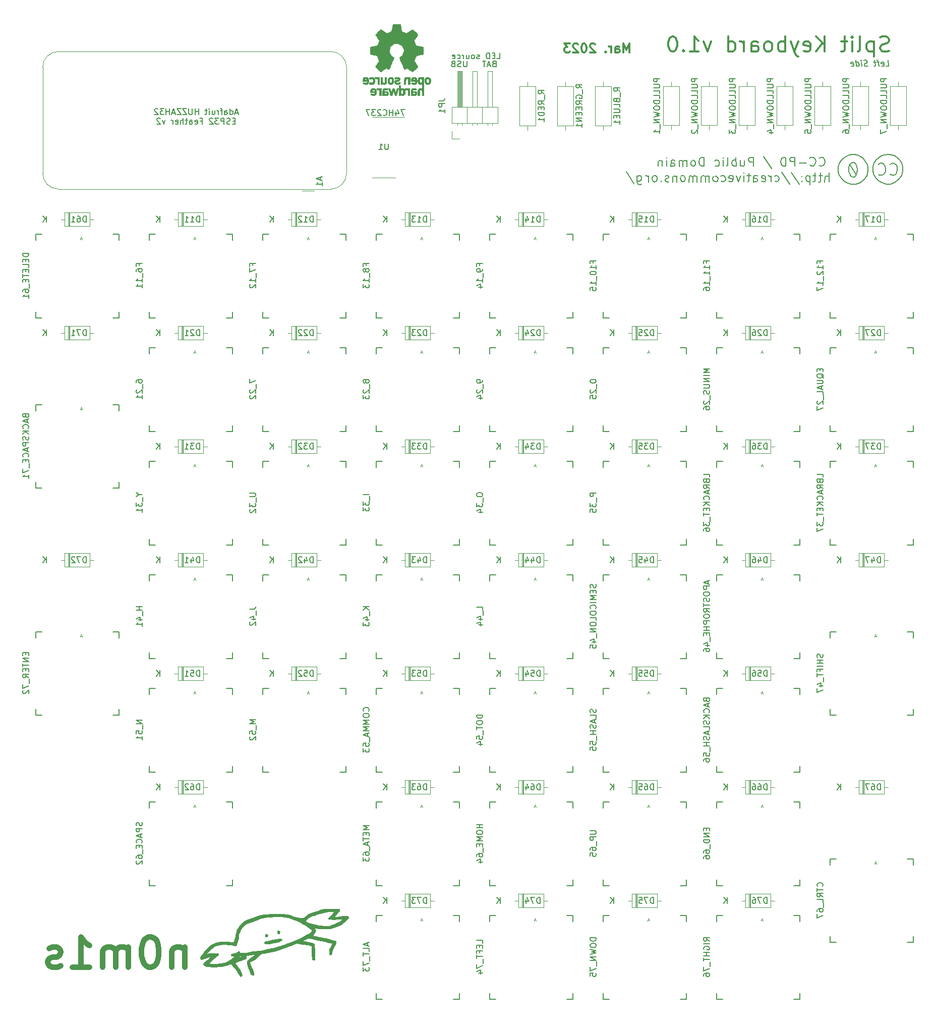
<source format=gbr>
%TF.GenerationSoftware,KiCad,Pcbnew,(6.0.9)*%
%TF.CreationDate,2023-03-12T22:48:56-07:00*%
%TF.ProjectId,keyboard,6b657962-6f61-4726-942e-6b696361645f,rev?*%
%TF.SameCoordinates,Original*%
%TF.FileFunction,Legend,Bot*%
%TF.FilePolarity,Positive*%
%FSLAX46Y46*%
G04 Gerber Fmt 4.6, Leading zero omitted, Abs format (unit mm)*
G04 Created by KiCad (PCBNEW (6.0.9)) date 2023-03-12 22:48:56*
%MOMM*%
%LPD*%
G01*
G04 APERTURE LIST*
%ADD10C,0.150000*%
%ADD11C,0.300000*%
%ADD12C,0.889000*%
%ADD13C,0.125000*%
%ADD14C,0.120000*%
%ADD15C,0.010000*%
G04 APERTURE END LIST*
D10*
X91527380Y-31006263D02*
X92241666Y-31006263D01*
X92384523Y-30958644D01*
X92479761Y-30863406D01*
X92527380Y-30720549D01*
X92527380Y-30625311D01*
X92527380Y-31482454D02*
X91527380Y-31482454D01*
X91527380Y-31863406D01*
X91575000Y-31958644D01*
X91622619Y-32006263D01*
X91717857Y-32053882D01*
X91860714Y-32053882D01*
X91955952Y-32006263D01*
X92003571Y-31958644D01*
X92051190Y-31863406D01*
X92051190Y-31482454D01*
X92527380Y-33006263D02*
X92527380Y-32434835D01*
X92527380Y-32720549D02*
X91527380Y-32720549D01*
X91670238Y-32625311D01*
X91765476Y-32530073D01*
X91813095Y-32434835D01*
D11*
X123538571Y-22903571D02*
X123538571Y-21403571D01*
X123038571Y-22475000D01*
X122538571Y-21403571D01*
X122538571Y-22903571D01*
X121181428Y-22903571D02*
X121181428Y-22117857D01*
X121252857Y-21975000D01*
X121395714Y-21903571D01*
X121681428Y-21903571D01*
X121824285Y-21975000D01*
X121181428Y-22832142D02*
X121324285Y-22903571D01*
X121681428Y-22903571D01*
X121824285Y-22832142D01*
X121895714Y-22689285D01*
X121895714Y-22546428D01*
X121824285Y-22403571D01*
X121681428Y-22332142D01*
X121324285Y-22332142D01*
X121181428Y-22260714D01*
X120467142Y-22903571D02*
X120467142Y-21903571D01*
X120467142Y-22189285D02*
X120395714Y-22046428D01*
X120324285Y-21975000D01*
X120181428Y-21903571D01*
X120038571Y-21903571D01*
X119538571Y-22760714D02*
X119467142Y-22832142D01*
X119538571Y-22903571D01*
X119610000Y-22832142D01*
X119538571Y-22760714D01*
X119538571Y-22903571D01*
X117752857Y-21546428D02*
X117681428Y-21475000D01*
X117538571Y-21403571D01*
X117181428Y-21403571D01*
X117038571Y-21475000D01*
X116967142Y-21546428D01*
X116895714Y-21689285D01*
X116895714Y-21832142D01*
X116967142Y-22046428D01*
X117824285Y-22903571D01*
X116895714Y-22903571D01*
X115967142Y-21403571D02*
X115824285Y-21403571D01*
X115681428Y-21475000D01*
X115610000Y-21546428D01*
X115538571Y-21689285D01*
X115467142Y-21975000D01*
X115467142Y-22332142D01*
X115538571Y-22617857D01*
X115610000Y-22760714D01*
X115681428Y-22832142D01*
X115824285Y-22903571D01*
X115967142Y-22903571D01*
X116110000Y-22832142D01*
X116181428Y-22760714D01*
X116252857Y-22617857D01*
X116324285Y-22332142D01*
X116324285Y-21975000D01*
X116252857Y-21689285D01*
X116181428Y-21546428D01*
X116110000Y-21475000D01*
X115967142Y-21403571D01*
X114895714Y-21546428D02*
X114824285Y-21475000D01*
X114681428Y-21403571D01*
X114324285Y-21403571D01*
X114181428Y-21475000D01*
X114110000Y-21546428D01*
X114038571Y-21689285D01*
X114038571Y-21832142D01*
X114110000Y-22046428D01*
X114967142Y-22903571D01*
X114038571Y-22903571D01*
X113538571Y-21403571D02*
X112610000Y-21403571D01*
X113110000Y-21975000D01*
X112895714Y-21975000D01*
X112752857Y-22046428D01*
X112681428Y-22117857D01*
X112610000Y-22260714D01*
X112610000Y-22617857D01*
X112681428Y-22760714D01*
X112752857Y-22832142D01*
X112895714Y-22903571D01*
X113324285Y-22903571D01*
X113467142Y-22832142D01*
X113538571Y-22760714D01*
D10*
X166591339Y-25209359D02*
X167067529Y-25209359D01*
X166942529Y-24209359D01*
X165871101Y-25161740D02*
X165972291Y-25209359D01*
X166162767Y-25209359D01*
X166252053Y-25161740D01*
X166287767Y-25066502D01*
X166240148Y-24685550D01*
X166180625Y-24590312D01*
X166079434Y-24542693D01*
X165888958Y-24542693D01*
X165799672Y-24590312D01*
X165763958Y-24685550D01*
X165775863Y-24780788D01*
X166263958Y-24876026D01*
X165460386Y-24542693D02*
X165079434Y-24542693D01*
X165400863Y-25209359D02*
X165293720Y-24352217D01*
X165234196Y-24256979D01*
X165133005Y-24209359D01*
X165037767Y-24209359D01*
X164888958Y-24542693D02*
X164508005Y-24542693D01*
X164704434Y-24209359D02*
X164811577Y-25066502D01*
X164775863Y-25161740D01*
X164686577Y-25209359D01*
X164591339Y-25209359D01*
X163537767Y-25161740D02*
X163400863Y-25209359D01*
X163162767Y-25209359D01*
X163061577Y-25161740D01*
X163008005Y-25114121D01*
X162948482Y-25018883D01*
X162936577Y-24923645D01*
X162972291Y-24828407D01*
X163013958Y-24780788D01*
X163103244Y-24733169D01*
X163287767Y-24685550D01*
X163377053Y-24637931D01*
X163418720Y-24590312D01*
X163454434Y-24495074D01*
X163442529Y-24399836D01*
X163383005Y-24304598D01*
X163329434Y-24256979D01*
X163228244Y-24209359D01*
X162990148Y-24209359D01*
X162853244Y-24256979D01*
X162543720Y-25209359D02*
X162460386Y-24542693D01*
X162418720Y-24209359D02*
X162472291Y-24256979D01*
X162430625Y-24304598D01*
X162377053Y-24256979D01*
X162418720Y-24209359D01*
X162430625Y-24304598D01*
X161638958Y-25209359D02*
X161513958Y-24209359D01*
X161633005Y-25161740D02*
X161734196Y-25209359D01*
X161924672Y-25209359D01*
X162013958Y-25161740D01*
X162055625Y-25114121D01*
X162091339Y-25018883D01*
X162055625Y-24733169D01*
X161996101Y-24637931D01*
X161942529Y-24590312D01*
X161841339Y-24542693D01*
X161650863Y-24542693D01*
X161561577Y-24590312D01*
X160775863Y-25161740D02*
X160877053Y-25209359D01*
X161067529Y-25209359D01*
X161156815Y-25161740D01*
X161192529Y-25066502D01*
X161144910Y-24685550D01*
X161085386Y-24590312D01*
X160984196Y-24542693D01*
X160793720Y-24542693D01*
X160704434Y-24590312D01*
X160668720Y-24685550D01*
X160680625Y-24780788D01*
X161168720Y-24876026D01*
X57800000Y-33016666D02*
X57323809Y-33016666D01*
X57895238Y-33302380D02*
X57561904Y-32302380D01*
X57228571Y-33302380D01*
X56466666Y-33302380D02*
X56466666Y-32302380D01*
X56466666Y-33254761D02*
X56561904Y-33302380D01*
X56752380Y-33302380D01*
X56847619Y-33254761D01*
X56895238Y-33207142D01*
X56942857Y-33111904D01*
X56942857Y-32826190D01*
X56895238Y-32730952D01*
X56847619Y-32683333D01*
X56752380Y-32635714D01*
X56561904Y-32635714D01*
X56466666Y-32683333D01*
X55561904Y-33302380D02*
X55561904Y-32778571D01*
X55609523Y-32683333D01*
X55704761Y-32635714D01*
X55895238Y-32635714D01*
X55990476Y-32683333D01*
X55561904Y-33254761D02*
X55657142Y-33302380D01*
X55895238Y-33302380D01*
X55990476Y-33254761D01*
X56038095Y-33159523D01*
X56038095Y-33064285D01*
X55990476Y-32969047D01*
X55895238Y-32921428D01*
X55657142Y-32921428D01*
X55561904Y-32873809D01*
X55228571Y-32635714D02*
X54847619Y-32635714D01*
X55085714Y-33302380D02*
X55085714Y-32445238D01*
X55038095Y-32350000D01*
X54942857Y-32302380D01*
X54847619Y-32302380D01*
X54514285Y-33302380D02*
X54514285Y-32635714D01*
X54514285Y-32826190D02*
X54466666Y-32730952D01*
X54419047Y-32683333D01*
X54323809Y-32635714D01*
X54228571Y-32635714D01*
X53466666Y-32635714D02*
X53466666Y-33302380D01*
X53895238Y-32635714D02*
X53895238Y-33159523D01*
X53847619Y-33254761D01*
X53752380Y-33302380D01*
X53609523Y-33302380D01*
X53514285Y-33254761D01*
X53466666Y-33207142D01*
X52990476Y-33302380D02*
X52990476Y-32635714D01*
X52990476Y-32302380D02*
X53038095Y-32350000D01*
X52990476Y-32397619D01*
X52942857Y-32350000D01*
X52990476Y-32302380D01*
X52990476Y-32397619D01*
X52657142Y-32635714D02*
X52276190Y-32635714D01*
X52514285Y-32302380D02*
X52514285Y-33159523D01*
X52466666Y-33254761D01*
X52371428Y-33302380D01*
X52276190Y-33302380D01*
X51180952Y-33302380D02*
X51180952Y-32302380D01*
X51180952Y-32778571D02*
X50609523Y-32778571D01*
X50609523Y-33302380D02*
X50609523Y-32302380D01*
X50133333Y-32302380D02*
X50133333Y-33111904D01*
X50085714Y-33207142D01*
X50038095Y-33254761D01*
X49942857Y-33302380D01*
X49752380Y-33302380D01*
X49657142Y-33254761D01*
X49609523Y-33207142D01*
X49561904Y-33111904D01*
X49561904Y-32302380D01*
X49180952Y-32302380D02*
X48514285Y-32302380D01*
X49180952Y-33302380D01*
X48514285Y-33302380D01*
X48228571Y-32302380D02*
X47561904Y-32302380D01*
X48228571Y-33302380D01*
X47561904Y-33302380D01*
X47228571Y-33016666D02*
X46752380Y-33016666D01*
X47323809Y-33302380D02*
X46990476Y-32302380D01*
X46657142Y-33302380D01*
X46323809Y-33302380D02*
X46323809Y-32302380D01*
X46323809Y-32778571D02*
X45752380Y-32778571D01*
X45752380Y-33302380D02*
X45752380Y-32302380D01*
X45371428Y-32302380D02*
X44752380Y-32302380D01*
X45085714Y-32683333D01*
X44942857Y-32683333D01*
X44847619Y-32730952D01*
X44800000Y-32778571D01*
X44752380Y-32873809D01*
X44752380Y-33111904D01*
X44800000Y-33207142D01*
X44847619Y-33254761D01*
X44942857Y-33302380D01*
X45228571Y-33302380D01*
X45323809Y-33254761D01*
X45371428Y-33207142D01*
X44371428Y-32397619D02*
X44323809Y-32350000D01*
X44228571Y-32302380D01*
X43990476Y-32302380D01*
X43895238Y-32350000D01*
X43847619Y-32397619D01*
X43800000Y-32492857D01*
X43800000Y-32588095D01*
X43847619Y-32730952D01*
X44419047Y-33302380D01*
X43800000Y-33302380D01*
X57347619Y-34388571D02*
X57014285Y-34388571D01*
X56871428Y-34912380D02*
X57347619Y-34912380D01*
X57347619Y-33912380D01*
X56871428Y-33912380D01*
X56490476Y-34864761D02*
X56347619Y-34912380D01*
X56109523Y-34912380D01*
X56014285Y-34864761D01*
X55966666Y-34817142D01*
X55919047Y-34721904D01*
X55919047Y-34626666D01*
X55966666Y-34531428D01*
X56014285Y-34483809D01*
X56109523Y-34436190D01*
X56300000Y-34388571D01*
X56395238Y-34340952D01*
X56442857Y-34293333D01*
X56490476Y-34198095D01*
X56490476Y-34102857D01*
X56442857Y-34007619D01*
X56395238Y-33960000D01*
X56300000Y-33912380D01*
X56061904Y-33912380D01*
X55919047Y-33960000D01*
X55490476Y-34912380D02*
X55490476Y-33912380D01*
X55109523Y-33912380D01*
X55014285Y-33960000D01*
X54966666Y-34007619D01*
X54919047Y-34102857D01*
X54919047Y-34245714D01*
X54966666Y-34340952D01*
X55014285Y-34388571D01*
X55109523Y-34436190D01*
X55490476Y-34436190D01*
X54585714Y-33912380D02*
X53966666Y-33912380D01*
X54300000Y-34293333D01*
X54157142Y-34293333D01*
X54061904Y-34340952D01*
X54014285Y-34388571D01*
X53966666Y-34483809D01*
X53966666Y-34721904D01*
X54014285Y-34817142D01*
X54061904Y-34864761D01*
X54157142Y-34912380D01*
X54442857Y-34912380D01*
X54538095Y-34864761D01*
X54585714Y-34817142D01*
X53585714Y-34007619D02*
X53538095Y-33960000D01*
X53442857Y-33912380D01*
X53204761Y-33912380D01*
X53109523Y-33960000D01*
X53061904Y-34007619D01*
X53014285Y-34102857D01*
X53014285Y-34198095D01*
X53061904Y-34340952D01*
X53633333Y-34912380D01*
X53014285Y-34912380D01*
X51490476Y-34388571D02*
X51823809Y-34388571D01*
X51823809Y-34912380D02*
X51823809Y-33912380D01*
X51347619Y-33912380D01*
X50585714Y-34864761D02*
X50680952Y-34912380D01*
X50871428Y-34912380D01*
X50966666Y-34864761D01*
X51014285Y-34769523D01*
X51014285Y-34388571D01*
X50966666Y-34293333D01*
X50871428Y-34245714D01*
X50680952Y-34245714D01*
X50585714Y-34293333D01*
X50538095Y-34388571D01*
X50538095Y-34483809D01*
X51014285Y-34579047D01*
X49680952Y-34912380D02*
X49680952Y-34388571D01*
X49728571Y-34293333D01*
X49823809Y-34245714D01*
X50014285Y-34245714D01*
X50109523Y-34293333D01*
X49680952Y-34864761D02*
X49776190Y-34912380D01*
X50014285Y-34912380D01*
X50109523Y-34864761D01*
X50157142Y-34769523D01*
X50157142Y-34674285D01*
X50109523Y-34579047D01*
X50014285Y-34531428D01*
X49776190Y-34531428D01*
X49680952Y-34483809D01*
X49347619Y-34245714D02*
X48966666Y-34245714D01*
X49204761Y-33912380D02*
X49204761Y-34769523D01*
X49157142Y-34864761D01*
X49061904Y-34912380D01*
X48966666Y-34912380D01*
X48633333Y-34912380D02*
X48633333Y-33912380D01*
X48204761Y-34912380D02*
X48204761Y-34388571D01*
X48252380Y-34293333D01*
X48347619Y-34245714D01*
X48490476Y-34245714D01*
X48585714Y-34293333D01*
X48633333Y-34340952D01*
X47347619Y-34864761D02*
X47442857Y-34912380D01*
X47633333Y-34912380D01*
X47728571Y-34864761D01*
X47776190Y-34769523D01*
X47776190Y-34388571D01*
X47728571Y-34293333D01*
X47633333Y-34245714D01*
X47442857Y-34245714D01*
X47347619Y-34293333D01*
X47300000Y-34388571D01*
X47300000Y-34483809D01*
X47776190Y-34579047D01*
X46871428Y-34912380D02*
X46871428Y-34245714D01*
X46871428Y-34436190D02*
X46823809Y-34340952D01*
X46776190Y-34293333D01*
X46680952Y-34245714D01*
X46585714Y-34245714D01*
X45585714Y-34245714D02*
X45347619Y-34912380D01*
X45109523Y-34245714D01*
X44776190Y-34007619D02*
X44728571Y-33960000D01*
X44633333Y-33912380D01*
X44395238Y-33912380D01*
X44300000Y-33960000D01*
X44252380Y-34007619D01*
X44204761Y-34102857D01*
X44204761Y-34198095D01*
X44252380Y-34340952D01*
X44823809Y-34912380D01*
X44204761Y-34912380D01*
X85811904Y-32472380D02*
X85145238Y-32472380D01*
X85573809Y-33472380D01*
X84335714Y-32805714D02*
X84335714Y-33472380D01*
X84573809Y-32424761D02*
X84811904Y-33139047D01*
X84192857Y-33139047D01*
X83811904Y-33472380D02*
X83811904Y-32472380D01*
X83811904Y-32948571D02*
X83240476Y-32948571D01*
X83240476Y-33472380D02*
X83240476Y-32472380D01*
X82192857Y-33377142D02*
X82240476Y-33424761D01*
X82383333Y-33472380D01*
X82478571Y-33472380D01*
X82621428Y-33424761D01*
X82716666Y-33329523D01*
X82764285Y-33234285D01*
X82811904Y-33043809D01*
X82811904Y-32900952D01*
X82764285Y-32710476D01*
X82716666Y-32615238D01*
X82621428Y-32520000D01*
X82478571Y-32472380D01*
X82383333Y-32472380D01*
X82240476Y-32520000D01*
X82192857Y-32567619D01*
X81811904Y-32567619D02*
X81764285Y-32520000D01*
X81669047Y-32472380D01*
X81430952Y-32472380D01*
X81335714Y-32520000D01*
X81288095Y-32567619D01*
X81240476Y-32662857D01*
X81240476Y-32758095D01*
X81288095Y-32900952D01*
X81859523Y-33472380D01*
X81240476Y-33472380D01*
X80907142Y-32472380D02*
X80288095Y-32472380D01*
X80621428Y-32853333D01*
X80478571Y-32853333D01*
X80383333Y-32900952D01*
X80335714Y-32948571D01*
X80288095Y-33043809D01*
X80288095Y-33281904D01*
X80335714Y-33377142D01*
X80383333Y-33424761D01*
X80478571Y-33472380D01*
X80764285Y-33472380D01*
X80859523Y-33424761D01*
X80907142Y-33377142D01*
X79954761Y-32472380D02*
X79288095Y-32472380D01*
X79716666Y-33472380D01*
X100801398Y-24783168D02*
X100658541Y-24830787D01*
X100610922Y-24878406D01*
X100563303Y-24973644D01*
X100563303Y-25116501D01*
X100610922Y-25211739D01*
X100658541Y-25259358D01*
X100753779Y-25306977D01*
X101134731Y-25306977D01*
X101134731Y-24306977D01*
X100801398Y-24306977D01*
X100706160Y-24354597D01*
X100658541Y-24402216D01*
X100610922Y-24497454D01*
X100610922Y-24592692D01*
X100658541Y-24687930D01*
X100706160Y-24735549D01*
X100801398Y-24783168D01*
X101134731Y-24783168D01*
X100182350Y-25021263D02*
X99706160Y-25021263D01*
X100277588Y-25306977D02*
X99944255Y-24306977D01*
X99610922Y-25306977D01*
X99420445Y-24306977D02*
X98849017Y-24306977D01*
X99134731Y-25306977D02*
X99134731Y-24306977D01*
X96245207Y-24306977D02*
X96245207Y-25116501D01*
X96197588Y-25211739D01*
X96149969Y-25259358D01*
X96054731Y-25306977D01*
X95864255Y-25306977D01*
X95769017Y-25259358D01*
X95721398Y-25211739D01*
X95673779Y-25116501D01*
X95673779Y-24306977D01*
X95245207Y-25259358D02*
X95102350Y-25306977D01*
X94864255Y-25306977D01*
X94769017Y-25259358D01*
X94721398Y-25211739D01*
X94673779Y-25116501D01*
X94673779Y-25021263D01*
X94721398Y-24926025D01*
X94769017Y-24878406D01*
X94864255Y-24830787D01*
X95054731Y-24783168D01*
X95149969Y-24735549D01*
X95197588Y-24687930D01*
X95245207Y-24592692D01*
X95245207Y-24497454D01*
X95197588Y-24402216D01*
X95149969Y-24354597D01*
X95054731Y-24306977D01*
X94816636Y-24306977D01*
X94673779Y-24354597D01*
X93911874Y-24783168D02*
X93769017Y-24830787D01*
X93721398Y-24878406D01*
X93673779Y-24973644D01*
X93673779Y-25116501D01*
X93721398Y-25211739D01*
X93769017Y-25259358D01*
X93864255Y-25306977D01*
X94245207Y-25306977D01*
X94245207Y-24306977D01*
X93911874Y-24306977D01*
X93816636Y-24354597D01*
X93769017Y-24402216D01*
X93721398Y-24497454D01*
X93721398Y-24592692D01*
X93769017Y-24687930D01*
X93816636Y-24735549D01*
X93911874Y-24783168D01*
X94245207Y-24783168D01*
D11*
X167095714Y-22618095D02*
X166732857Y-22739047D01*
X166128095Y-22739047D01*
X165886190Y-22618095D01*
X165765238Y-22497142D01*
X165644285Y-22255238D01*
X165644285Y-22013333D01*
X165765238Y-21771428D01*
X165886190Y-21650476D01*
X166128095Y-21529523D01*
X166611904Y-21408571D01*
X166853809Y-21287619D01*
X166974761Y-21166666D01*
X167095714Y-20924761D01*
X167095714Y-20682857D01*
X166974761Y-20440952D01*
X166853809Y-20320000D01*
X166611904Y-20199047D01*
X166007142Y-20199047D01*
X165644285Y-20320000D01*
X164555714Y-21045714D02*
X164555714Y-23585714D01*
X164555714Y-21166666D02*
X164313809Y-21045714D01*
X163830000Y-21045714D01*
X163588095Y-21166666D01*
X163467142Y-21287619D01*
X163346190Y-21529523D01*
X163346190Y-22255238D01*
X163467142Y-22497142D01*
X163588095Y-22618095D01*
X163830000Y-22739047D01*
X164313809Y-22739047D01*
X164555714Y-22618095D01*
X161894761Y-22739047D02*
X162136666Y-22618095D01*
X162257619Y-22376190D01*
X162257619Y-20199047D01*
X160927142Y-22739047D02*
X160927142Y-21045714D01*
X160927142Y-20199047D02*
X161048095Y-20320000D01*
X160927142Y-20440952D01*
X160806190Y-20320000D01*
X160927142Y-20199047D01*
X160927142Y-20440952D01*
X160080476Y-21045714D02*
X159112857Y-21045714D01*
X159717619Y-20199047D02*
X159717619Y-22376190D01*
X159596666Y-22618095D01*
X159354761Y-22739047D01*
X159112857Y-22739047D01*
X156330952Y-22739047D02*
X156330952Y-20199047D01*
X154879523Y-22739047D02*
X155968095Y-21287619D01*
X154879523Y-20199047D02*
X156330952Y-21650476D01*
X152823333Y-22618095D02*
X153065238Y-22739047D01*
X153549047Y-22739047D01*
X153790952Y-22618095D01*
X153911904Y-22376190D01*
X153911904Y-21408571D01*
X153790952Y-21166666D01*
X153549047Y-21045714D01*
X153065238Y-21045714D01*
X152823333Y-21166666D01*
X152702380Y-21408571D01*
X152702380Y-21650476D01*
X153911904Y-21892380D01*
X151855714Y-21045714D02*
X151250952Y-22739047D01*
X150646190Y-21045714D02*
X151250952Y-22739047D01*
X151492857Y-23343809D01*
X151613809Y-23464761D01*
X151855714Y-23585714D01*
X149678571Y-22739047D02*
X149678571Y-20199047D01*
X149678571Y-21166666D02*
X149436666Y-21045714D01*
X148952857Y-21045714D01*
X148710952Y-21166666D01*
X148590000Y-21287619D01*
X148469047Y-21529523D01*
X148469047Y-22255238D01*
X148590000Y-22497142D01*
X148710952Y-22618095D01*
X148952857Y-22739047D01*
X149436666Y-22739047D01*
X149678571Y-22618095D01*
X147017619Y-22739047D02*
X147259523Y-22618095D01*
X147380476Y-22497142D01*
X147501428Y-22255238D01*
X147501428Y-21529523D01*
X147380476Y-21287619D01*
X147259523Y-21166666D01*
X147017619Y-21045714D01*
X146654761Y-21045714D01*
X146412857Y-21166666D01*
X146291904Y-21287619D01*
X146170952Y-21529523D01*
X146170952Y-22255238D01*
X146291904Y-22497142D01*
X146412857Y-22618095D01*
X146654761Y-22739047D01*
X147017619Y-22739047D01*
X143993809Y-22739047D02*
X143993809Y-21408571D01*
X144114761Y-21166666D01*
X144356666Y-21045714D01*
X144840476Y-21045714D01*
X145082380Y-21166666D01*
X143993809Y-22618095D02*
X144235714Y-22739047D01*
X144840476Y-22739047D01*
X145082380Y-22618095D01*
X145203333Y-22376190D01*
X145203333Y-22134285D01*
X145082380Y-21892380D01*
X144840476Y-21771428D01*
X144235714Y-21771428D01*
X143993809Y-21650476D01*
X142784285Y-22739047D02*
X142784285Y-21045714D01*
X142784285Y-21529523D02*
X142663333Y-21287619D01*
X142542380Y-21166666D01*
X142300476Y-21045714D01*
X142058571Y-21045714D01*
X140123333Y-22739047D02*
X140123333Y-20199047D01*
X140123333Y-22618095D02*
X140365238Y-22739047D01*
X140849047Y-22739047D01*
X141090952Y-22618095D01*
X141211904Y-22497142D01*
X141332857Y-22255238D01*
X141332857Y-21529523D01*
X141211904Y-21287619D01*
X141090952Y-21166666D01*
X140849047Y-21045714D01*
X140365238Y-21045714D01*
X140123333Y-21166666D01*
X137220476Y-21045714D02*
X136615714Y-22739047D01*
X136010952Y-21045714D01*
X133712857Y-22739047D02*
X135164285Y-22739047D01*
X134438571Y-22739047D02*
X134438571Y-20199047D01*
X134680476Y-20561904D01*
X134922380Y-20803809D01*
X135164285Y-20924761D01*
X132624285Y-22497142D02*
X132503333Y-22618095D01*
X132624285Y-22739047D01*
X132745238Y-22618095D01*
X132624285Y-22497142D01*
X132624285Y-22739047D01*
X130930952Y-20199047D02*
X130689047Y-20199047D01*
X130447142Y-20320000D01*
X130326190Y-20440952D01*
X130205238Y-20682857D01*
X130084285Y-21166666D01*
X130084285Y-21771428D01*
X130205238Y-22255238D01*
X130326190Y-22497142D01*
X130447142Y-22618095D01*
X130689047Y-22739047D01*
X130930952Y-22739047D01*
X131172857Y-22618095D01*
X131293809Y-22497142D01*
X131414761Y-22255238D01*
X131535714Y-21771428D01*
X131535714Y-21166666D01*
X131414761Y-20682857D01*
X131293809Y-20440952D01*
X131172857Y-20320000D01*
X130930952Y-20199047D01*
D12*
X48834523Y-172901428D02*
X48834523Y-176288095D01*
X48834523Y-173385238D02*
X48592619Y-173143333D01*
X48108809Y-172901428D01*
X47383095Y-172901428D01*
X46899285Y-173143333D01*
X46657380Y-173627142D01*
X46657380Y-176288095D01*
X43270714Y-171208095D02*
X42786904Y-171208095D01*
X42303095Y-171450000D01*
X42061190Y-171691904D01*
X41819285Y-172175714D01*
X41577380Y-173143333D01*
X41577380Y-174352857D01*
X41819285Y-175320476D01*
X42061190Y-175804285D01*
X42303095Y-176046190D01*
X42786904Y-176288095D01*
X43270714Y-176288095D01*
X43754523Y-176046190D01*
X43996428Y-175804285D01*
X44238333Y-175320476D01*
X44480238Y-174352857D01*
X44480238Y-173143333D01*
X44238333Y-172175714D01*
X43996428Y-171691904D01*
X43754523Y-171450000D01*
X43270714Y-171208095D01*
X39400238Y-176288095D02*
X39400238Y-172901428D01*
X39400238Y-173385238D02*
X39158333Y-173143333D01*
X38674523Y-172901428D01*
X37948809Y-172901428D01*
X37465000Y-173143333D01*
X37223095Y-173627142D01*
X37223095Y-176288095D01*
X37223095Y-173627142D02*
X36981190Y-173143333D01*
X36497380Y-172901428D01*
X35771666Y-172901428D01*
X35287857Y-173143333D01*
X35045952Y-173627142D01*
X35045952Y-176288095D01*
X29965952Y-176288095D02*
X32868809Y-176288095D01*
X31417380Y-176288095D02*
X31417380Y-171208095D01*
X31901190Y-171933809D01*
X32385000Y-172417619D01*
X32868809Y-172659523D01*
X28030714Y-176046190D02*
X27546904Y-176288095D01*
X26579285Y-176288095D01*
X26095476Y-176046190D01*
X25853571Y-175562380D01*
X25853571Y-175320476D01*
X26095476Y-174836666D01*
X26579285Y-174594761D01*
X27305000Y-174594761D01*
X27788809Y-174352857D01*
X28030714Y-173869047D01*
X28030714Y-173627142D01*
X27788809Y-173143333D01*
X27305000Y-172901428D01*
X26579285Y-172901428D01*
X26095476Y-173143333D01*
D10*
X101290000Y-23947380D02*
X101766190Y-23947380D01*
X101766190Y-22947380D01*
X100956666Y-23423571D02*
X100623333Y-23423571D01*
X100480476Y-23947380D02*
X100956666Y-23947380D01*
X100956666Y-22947380D01*
X100480476Y-22947380D01*
X100051904Y-23947380D02*
X100051904Y-22947380D01*
X99813809Y-22947380D01*
X99670952Y-22995000D01*
X99575714Y-23090238D01*
X99528095Y-23185476D01*
X99480476Y-23375952D01*
X99480476Y-23518809D01*
X99528095Y-23709285D01*
X99575714Y-23804523D01*
X99670952Y-23899761D01*
X99813809Y-23947380D01*
X100051904Y-23947380D01*
X98337619Y-23899761D02*
X98242380Y-23947380D01*
X98051904Y-23947380D01*
X97956666Y-23899761D01*
X97909047Y-23804523D01*
X97909047Y-23756904D01*
X97956666Y-23661666D01*
X98051904Y-23614047D01*
X98194761Y-23614047D01*
X98290000Y-23566428D01*
X98337619Y-23471190D01*
X98337619Y-23423571D01*
X98290000Y-23328333D01*
X98194761Y-23280714D01*
X98051904Y-23280714D01*
X97956666Y-23328333D01*
X97337619Y-23947380D02*
X97432857Y-23899761D01*
X97480476Y-23852142D01*
X97528095Y-23756904D01*
X97528095Y-23471190D01*
X97480476Y-23375952D01*
X97432857Y-23328333D01*
X97337619Y-23280714D01*
X97194761Y-23280714D01*
X97099523Y-23328333D01*
X97051904Y-23375952D01*
X97004285Y-23471190D01*
X97004285Y-23756904D01*
X97051904Y-23852142D01*
X97099523Y-23899761D01*
X97194761Y-23947380D01*
X97337619Y-23947380D01*
X96147142Y-23280714D02*
X96147142Y-23947380D01*
X96575714Y-23280714D02*
X96575714Y-23804523D01*
X96528095Y-23899761D01*
X96432857Y-23947380D01*
X96290000Y-23947380D01*
X96194761Y-23899761D01*
X96147142Y-23852142D01*
X95670952Y-23947380D02*
X95670952Y-23280714D01*
X95670952Y-23471190D02*
X95623333Y-23375952D01*
X95575714Y-23328333D01*
X95480476Y-23280714D01*
X95385238Y-23280714D01*
X94623333Y-23899761D02*
X94718571Y-23947380D01*
X94909047Y-23947380D01*
X95004285Y-23899761D01*
X95051904Y-23852142D01*
X95099523Y-23756904D01*
X95099523Y-23471190D01*
X95051904Y-23375952D01*
X95004285Y-23328333D01*
X94909047Y-23280714D01*
X94718571Y-23280714D01*
X94623333Y-23328333D01*
X93813809Y-23899761D02*
X93909047Y-23947380D01*
X94099523Y-23947380D01*
X94194761Y-23899761D01*
X94242380Y-23804523D01*
X94242380Y-23423571D01*
X94194761Y-23328333D01*
X94099523Y-23280714D01*
X93909047Y-23280714D01*
X93813809Y-23328333D01*
X93766190Y-23423571D01*
X93766190Y-23518809D01*
X94242380Y-23614047D01*
%TO.C,D35*%
X127566588Y-89441977D02*
X127566588Y-88441977D01*
X127328493Y-88441977D01*
X127185636Y-88489597D01*
X127090398Y-88584835D01*
X127042779Y-88680073D01*
X126995160Y-88870549D01*
X126995160Y-89013406D01*
X127042779Y-89203882D01*
X127090398Y-89299120D01*
X127185636Y-89394358D01*
X127328493Y-89441977D01*
X127566588Y-89441977D01*
X126661826Y-88441977D02*
X126042779Y-88441977D01*
X126376112Y-88822930D01*
X126233255Y-88822930D01*
X126138017Y-88870549D01*
X126090398Y-88918168D01*
X126042779Y-89013406D01*
X126042779Y-89251501D01*
X126090398Y-89346739D01*
X126138017Y-89394358D01*
X126233255Y-89441977D01*
X126518969Y-89441977D01*
X126614207Y-89394358D01*
X126661826Y-89346739D01*
X125138017Y-88441977D02*
X125614207Y-88441977D01*
X125661826Y-88918168D01*
X125614207Y-88870549D01*
X125518969Y-88822930D01*
X125280874Y-88822930D01*
X125185636Y-88870549D01*
X125138017Y-88918168D01*
X125090398Y-89013406D01*
X125090398Y-89251501D01*
X125138017Y-89346739D01*
X125185636Y-89394358D01*
X125280874Y-89441977D01*
X125518969Y-89441977D01*
X125614207Y-89394358D01*
X125661826Y-89346739D01*
X120899207Y-89441977D02*
X120899207Y-88441977D01*
X120327779Y-89441977D02*
X120756350Y-88870549D01*
X120327779Y-88441977D02*
X120899207Y-89013406D01*
%TO.C,D32*%
X63749207Y-89441977D02*
X63749207Y-88441977D01*
X63177779Y-89441977D02*
X63606350Y-88870549D01*
X63177779Y-88441977D02*
X63749207Y-89013406D01*
X70416588Y-89441977D02*
X70416588Y-88441977D01*
X70178493Y-88441977D01*
X70035636Y-88489597D01*
X69940398Y-88584835D01*
X69892779Y-88680073D01*
X69845160Y-88870549D01*
X69845160Y-89013406D01*
X69892779Y-89203882D01*
X69940398Y-89299120D01*
X70035636Y-89394358D01*
X70178493Y-89441977D01*
X70416588Y-89441977D01*
X69511826Y-88441977D02*
X68892779Y-88441977D01*
X69226112Y-88822930D01*
X69083255Y-88822930D01*
X68988017Y-88870549D01*
X68940398Y-88918168D01*
X68892779Y-89013406D01*
X68892779Y-89251501D01*
X68940398Y-89346739D01*
X68988017Y-89394358D01*
X69083255Y-89441977D01*
X69368969Y-89441977D01*
X69464207Y-89394358D01*
X69511826Y-89346739D01*
X68511826Y-88537216D02*
X68464207Y-88489597D01*
X68368969Y-88441977D01*
X68130874Y-88441977D01*
X68035636Y-88489597D01*
X67988017Y-88537216D01*
X67940398Y-88632454D01*
X67940398Y-88727692D01*
X67988017Y-88870549D01*
X68559445Y-89441977D01*
X67940398Y-89441977D01*
%TO.C,D22*%
X70416588Y-70391977D02*
X70416588Y-69391977D01*
X70178493Y-69391977D01*
X70035636Y-69439597D01*
X69940398Y-69534835D01*
X69892779Y-69630073D01*
X69845160Y-69820549D01*
X69845160Y-69963406D01*
X69892779Y-70153882D01*
X69940398Y-70249120D01*
X70035636Y-70344358D01*
X70178493Y-70391977D01*
X70416588Y-70391977D01*
X69464207Y-69487216D02*
X69416588Y-69439597D01*
X69321350Y-69391977D01*
X69083255Y-69391977D01*
X68988017Y-69439597D01*
X68940398Y-69487216D01*
X68892779Y-69582454D01*
X68892779Y-69677692D01*
X68940398Y-69820549D01*
X69511826Y-70391977D01*
X68892779Y-70391977D01*
X68511826Y-69487216D02*
X68464207Y-69439597D01*
X68368969Y-69391977D01*
X68130874Y-69391977D01*
X68035636Y-69439597D01*
X67988017Y-69487216D01*
X67940398Y-69582454D01*
X67940398Y-69677692D01*
X67988017Y-69820549D01*
X68559445Y-70391977D01*
X67940398Y-70391977D01*
X63749207Y-70391977D02*
X63749207Y-69391977D01*
X63177779Y-70391977D02*
X63606350Y-69820549D01*
X63177779Y-69391977D02*
X63749207Y-69963406D01*
%TO.C,O_34*%
X97877380Y-96996428D02*
X97877380Y-97186904D01*
X97925000Y-97282142D01*
X98020238Y-97377380D01*
X98210714Y-97425000D01*
X98544047Y-97425000D01*
X98734523Y-97377380D01*
X98829761Y-97282142D01*
X98877380Y-97186904D01*
X98877380Y-96996428D01*
X98829761Y-96901190D01*
X98734523Y-96805952D01*
X98544047Y-96758333D01*
X98210714Y-96758333D01*
X98020238Y-96805952D01*
X97925000Y-96901190D01*
X97877380Y-96996428D01*
X98972619Y-97615476D02*
X98972619Y-98377380D01*
X97877380Y-98520238D02*
X97877380Y-99139285D01*
X98258333Y-98805952D01*
X98258333Y-98948809D01*
X98305952Y-99044047D01*
X98353571Y-99091666D01*
X98448809Y-99139285D01*
X98686904Y-99139285D01*
X98782142Y-99091666D01*
X98829761Y-99044047D01*
X98877380Y-98948809D01*
X98877380Y-98663095D01*
X98829761Y-98567857D01*
X98782142Y-98520238D01*
X98210714Y-99996428D02*
X98877380Y-99996428D01*
X97829761Y-99758333D02*
X98544047Y-99520238D01*
X98544047Y-100139285D01*
D13*
X107564255Y-92247930D02*
X107802350Y-92247930D01*
X107516636Y-92390787D02*
X107683303Y-91890787D01*
X107849969Y-92390787D01*
D10*
%TO.C,D11*%
X44699207Y-51341977D02*
X44699207Y-50341977D01*
X44127779Y-51341977D02*
X44556350Y-50770549D01*
X44127779Y-50341977D02*
X44699207Y-50913406D01*
X51366588Y-51341977D02*
X51366588Y-50341977D01*
X51128493Y-50341977D01*
X50985636Y-50389597D01*
X50890398Y-50484835D01*
X50842779Y-50580073D01*
X50795160Y-50770549D01*
X50795160Y-50913406D01*
X50842779Y-51103882D01*
X50890398Y-51199120D01*
X50985636Y-51294358D01*
X51128493Y-51341977D01*
X51366588Y-51341977D01*
X49842779Y-51341977D02*
X50414207Y-51341977D01*
X50128493Y-51341977D02*
X50128493Y-50341977D01*
X50223731Y-50484835D01*
X50318969Y-50580073D01*
X50414207Y-50627692D01*
X48890398Y-51341977D02*
X49461826Y-51341977D01*
X49176112Y-51341977D02*
X49176112Y-50341977D01*
X49271350Y-50484835D01*
X49366588Y-50580073D01*
X49461826Y-50627692D01*
%TO.C,PULLDOWN_2*%
X134975683Y-27268168D02*
X133975683Y-27268168D01*
X133975683Y-27649120D01*
X134023303Y-27744358D01*
X134070922Y-27791977D01*
X134166160Y-27839597D01*
X134309017Y-27839597D01*
X134404255Y-27791977D01*
X134451874Y-27744358D01*
X134499493Y-27649120D01*
X134499493Y-27268168D01*
X133975683Y-28268168D02*
X134785207Y-28268168D01*
X134880445Y-28315787D01*
X134928064Y-28363406D01*
X134975683Y-28458644D01*
X134975683Y-28649120D01*
X134928064Y-28744358D01*
X134880445Y-28791977D01*
X134785207Y-28839597D01*
X133975683Y-28839597D01*
X134975683Y-29791977D02*
X134975683Y-29315787D01*
X133975683Y-29315787D01*
X134975683Y-30601501D02*
X134975683Y-30125311D01*
X133975683Y-30125311D01*
X134975683Y-30934835D02*
X133975683Y-30934835D01*
X133975683Y-31172930D01*
X134023303Y-31315787D01*
X134118541Y-31411025D01*
X134213779Y-31458644D01*
X134404255Y-31506263D01*
X134547112Y-31506263D01*
X134737588Y-31458644D01*
X134832826Y-31411025D01*
X134928064Y-31315787D01*
X134975683Y-31172930D01*
X134975683Y-30934835D01*
X133975683Y-32125311D02*
X133975683Y-32315787D01*
X134023303Y-32411025D01*
X134118541Y-32506263D01*
X134309017Y-32553882D01*
X134642350Y-32553882D01*
X134832826Y-32506263D01*
X134928064Y-32411025D01*
X134975683Y-32315787D01*
X134975683Y-32125311D01*
X134928064Y-32030073D01*
X134832826Y-31934835D01*
X134642350Y-31887216D01*
X134309017Y-31887216D01*
X134118541Y-31934835D01*
X134023303Y-32030073D01*
X133975683Y-32125311D01*
X133975683Y-32887216D02*
X134975683Y-33125311D01*
X134261398Y-33315787D01*
X134975683Y-33506263D01*
X133975683Y-33744358D01*
X134975683Y-34125311D02*
X133975683Y-34125311D01*
X134975683Y-34696739D01*
X133975683Y-34696739D01*
X135070922Y-34934835D02*
X135070922Y-35696739D01*
X134070922Y-35887216D02*
X134023303Y-35934835D01*
X133975683Y-36030073D01*
X133975683Y-36268168D01*
X134023303Y-36363406D01*
X134070922Y-36411025D01*
X134166160Y-36458644D01*
X134261398Y-36458644D01*
X134404255Y-36411025D01*
X134975683Y-35839597D01*
X134975683Y-36458644D01*
D13*
%TO.C,EQUAL_27*%
X164714255Y-73197930D02*
X164952350Y-73197930D01*
X164666636Y-73340787D02*
X164833303Y-72840787D01*
X164999969Y-73340787D01*
D10*
X155503571Y-75946428D02*
X155503571Y-76279761D01*
X156027380Y-76422619D02*
X156027380Y-75946428D01*
X155027380Y-75946428D01*
X155027380Y-76422619D01*
X156122619Y-77517857D02*
X156075000Y-77422619D01*
X155979761Y-77327380D01*
X155836904Y-77184523D01*
X155789285Y-77089285D01*
X155789285Y-76994047D01*
X156027380Y-77041666D02*
X155979761Y-76946428D01*
X155884523Y-76851190D01*
X155694047Y-76803571D01*
X155360714Y-76803571D01*
X155170238Y-76851190D01*
X155075000Y-76946428D01*
X155027380Y-77041666D01*
X155027380Y-77232142D01*
X155075000Y-77327380D01*
X155170238Y-77422619D01*
X155360714Y-77470238D01*
X155694047Y-77470238D01*
X155884523Y-77422619D01*
X155979761Y-77327380D01*
X156027380Y-77232142D01*
X156027380Y-77041666D01*
X155027380Y-77898809D02*
X155836904Y-77898809D01*
X155932142Y-77946428D01*
X155979761Y-77994047D01*
X156027380Y-78089285D01*
X156027380Y-78279761D01*
X155979761Y-78375000D01*
X155932142Y-78422619D01*
X155836904Y-78470238D01*
X155027380Y-78470238D01*
X155741666Y-78898809D02*
X155741666Y-79375000D01*
X156027380Y-78803571D02*
X155027380Y-79136904D01*
X156027380Y-79470238D01*
X156027380Y-80279761D02*
X156027380Y-79803571D01*
X155027380Y-79803571D01*
X156122619Y-80375000D02*
X156122619Y-81136904D01*
X155122619Y-81327380D02*
X155075000Y-81375000D01*
X155027380Y-81470238D01*
X155027380Y-81708333D01*
X155075000Y-81803571D01*
X155122619Y-81851190D01*
X155217857Y-81898809D01*
X155313095Y-81898809D01*
X155455952Y-81851190D01*
X156027380Y-81279761D01*
X156027380Y-81898809D01*
X155027380Y-82232142D02*
X155027380Y-82898809D01*
X156027380Y-82470238D01*
D13*
%TO.C,UP_65*%
X126614255Y-149397930D02*
X126852350Y-149397930D01*
X126566636Y-149540787D02*
X126733303Y-149040787D01*
X126899969Y-149540787D01*
D10*
X116927380Y-153455952D02*
X117736904Y-153455952D01*
X117832142Y-153503571D01*
X117879761Y-153551190D01*
X117927380Y-153646428D01*
X117927380Y-153836904D01*
X117879761Y-153932142D01*
X117832142Y-153979761D01*
X117736904Y-154027380D01*
X116927380Y-154027380D01*
X117927380Y-154503571D02*
X116927380Y-154503571D01*
X116927380Y-154884523D01*
X116975000Y-154979761D01*
X117022619Y-155027380D01*
X117117857Y-155075000D01*
X117260714Y-155075000D01*
X117355952Y-155027380D01*
X117403571Y-154979761D01*
X117451190Y-154884523D01*
X117451190Y-154503571D01*
X118022619Y-155265476D02*
X118022619Y-156027380D01*
X116927380Y-156694047D02*
X116927380Y-156503571D01*
X116975000Y-156408333D01*
X117022619Y-156360714D01*
X117165476Y-156265476D01*
X117355952Y-156217857D01*
X117736904Y-156217857D01*
X117832142Y-156265476D01*
X117879761Y-156313095D01*
X117927380Y-156408333D01*
X117927380Y-156598809D01*
X117879761Y-156694047D01*
X117832142Y-156741666D01*
X117736904Y-156789285D01*
X117498809Y-156789285D01*
X117403571Y-156741666D01*
X117355952Y-156694047D01*
X117308333Y-156598809D01*
X117308333Y-156408333D01*
X117355952Y-156313095D01*
X117403571Y-156265476D01*
X117498809Y-156217857D01*
X116927380Y-157694047D02*
X116927380Y-157217857D01*
X117403571Y-157170238D01*
X117355952Y-157217857D01*
X117308333Y-157313095D01*
X117308333Y-157551190D01*
X117355952Y-157646428D01*
X117403571Y-157694047D01*
X117498809Y-157741666D01*
X117736904Y-157741666D01*
X117832142Y-157694047D01*
X117879761Y-157646428D01*
X117927380Y-157551190D01*
X117927380Y-157313095D01*
X117879761Y-157217857D01*
X117832142Y-157170238D01*
D13*
%TO.C,META_63*%
X88514255Y-149397930D02*
X88752350Y-149397930D01*
X88466636Y-149540787D02*
X88633303Y-149040787D01*
X88799969Y-149540787D01*
D10*
X79827380Y-152646428D02*
X78827380Y-152646428D01*
X79541666Y-152979761D01*
X78827380Y-153313095D01*
X79827380Y-153313095D01*
X79303571Y-153789285D02*
X79303571Y-154122619D01*
X79827380Y-154265476D02*
X79827380Y-153789285D01*
X78827380Y-153789285D01*
X78827380Y-154265476D01*
X78827380Y-154551190D02*
X78827380Y-155122619D01*
X79827380Y-154836904D02*
X78827380Y-154836904D01*
X79541666Y-155408333D02*
X79541666Y-155884523D01*
X79827380Y-155313095D02*
X78827380Y-155646428D01*
X79827380Y-155979761D01*
X79922619Y-156075000D02*
X79922619Y-156836904D01*
X78827380Y-157503571D02*
X78827380Y-157313095D01*
X78875000Y-157217857D01*
X78922619Y-157170238D01*
X79065476Y-157075000D01*
X79255952Y-157027380D01*
X79636904Y-157027380D01*
X79732142Y-157075000D01*
X79779761Y-157122619D01*
X79827380Y-157217857D01*
X79827380Y-157408333D01*
X79779761Y-157503571D01*
X79732142Y-157551190D01*
X79636904Y-157598809D01*
X79398809Y-157598809D01*
X79303571Y-157551190D01*
X79255952Y-157503571D01*
X79208333Y-157408333D01*
X79208333Y-157217857D01*
X79255952Y-157122619D01*
X79303571Y-157075000D01*
X79398809Y-157027380D01*
X78827380Y-157932142D02*
X78827380Y-158551190D01*
X79208333Y-158217857D01*
X79208333Y-158360714D01*
X79255952Y-158455952D01*
X79303571Y-158503571D01*
X79398809Y-158551190D01*
X79636904Y-158551190D01*
X79732142Y-158503571D01*
X79779761Y-158455952D01*
X79827380Y-158360714D01*
X79827380Y-158075000D01*
X79779761Y-157979761D01*
X79732142Y-157932142D01*
%TO.C,D64*%
X101849207Y-146591977D02*
X101849207Y-145591977D01*
X101277779Y-146591977D02*
X101706350Y-146020549D01*
X101277779Y-145591977D02*
X101849207Y-146163406D01*
X108516588Y-146591977D02*
X108516588Y-145591977D01*
X108278493Y-145591977D01*
X108135636Y-145639597D01*
X108040398Y-145734835D01*
X107992779Y-145830073D01*
X107945160Y-146020549D01*
X107945160Y-146163406D01*
X107992779Y-146353882D01*
X108040398Y-146449120D01*
X108135636Y-146544358D01*
X108278493Y-146591977D01*
X108516588Y-146591977D01*
X107088017Y-145591977D02*
X107278493Y-145591977D01*
X107373731Y-145639597D01*
X107421350Y-145687216D01*
X107516588Y-145830073D01*
X107564207Y-146020549D01*
X107564207Y-146401501D01*
X107516588Y-146496739D01*
X107468969Y-146544358D01*
X107373731Y-146591977D01*
X107183255Y-146591977D01*
X107088017Y-146544358D01*
X107040398Y-146496739D01*
X106992779Y-146401501D01*
X106992779Y-146163406D01*
X107040398Y-146068168D01*
X107088017Y-146020549D01*
X107183255Y-145972930D01*
X107373731Y-145972930D01*
X107468969Y-146020549D01*
X107516588Y-146068168D01*
X107564207Y-146163406D01*
X106135636Y-145925311D02*
X106135636Y-146591977D01*
X106373731Y-145544358D02*
X106611826Y-146258644D01*
X105992779Y-146258644D01*
D13*
%TO.C,END_66*%
X145664255Y-149397930D02*
X145902350Y-149397930D01*
X145616636Y-149540787D02*
X145783303Y-149040787D01*
X145949969Y-149540787D01*
D10*
X136453571Y-153003571D02*
X136453571Y-153336904D01*
X136977380Y-153479761D02*
X136977380Y-153003571D01*
X135977380Y-153003571D01*
X135977380Y-153479761D01*
X136977380Y-153908333D02*
X135977380Y-153908333D01*
X136977380Y-154479761D01*
X135977380Y-154479761D01*
X136977380Y-154955952D02*
X135977380Y-154955952D01*
X135977380Y-155194047D01*
X136025000Y-155336904D01*
X136120238Y-155432142D01*
X136215476Y-155479761D01*
X136405952Y-155527380D01*
X136548809Y-155527380D01*
X136739285Y-155479761D01*
X136834523Y-155432142D01*
X136929761Y-155336904D01*
X136977380Y-155194047D01*
X136977380Y-154955952D01*
X137072619Y-155717857D02*
X137072619Y-156479761D01*
X135977380Y-157146428D02*
X135977380Y-156955952D01*
X136025000Y-156860714D01*
X136072619Y-156813095D01*
X136215476Y-156717857D01*
X136405952Y-156670238D01*
X136786904Y-156670238D01*
X136882142Y-156717857D01*
X136929761Y-156765476D01*
X136977380Y-156860714D01*
X136977380Y-157051190D01*
X136929761Y-157146428D01*
X136882142Y-157194047D01*
X136786904Y-157241666D01*
X136548809Y-157241666D01*
X136453571Y-157194047D01*
X136405952Y-157146428D01*
X136358333Y-157051190D01*
X136358333Y-156860714D01*
X136405952Y-156765476D01*
X136453571Y-156717857D01*
X136548809Y-156670238D01*
X135977380Y-158098809D02*
X135977380Y-157908333D01*
X136025000Y-157813095D01*
X136072619Y-157765476D01*
X136215476Y-157670238D01*
X136405952Y-157622619D01*
X136786904Y-157622619D01*
X136882142Y-157670238D01*
X136929761Y-157717857D01*
X136977380Y-157813095D01*
X136977380Y-158003571D01*
X136929761Y-158098809D01*
X136882142Y-158146428D01*
X136786904Y-158194047D01*
X136548809Y-158194047D01*
X136453571Y-158146428D01*
X136405952Y-158098809D01*
X136358333Y-158003571D01*
X136358333Y-157813095D01*
X136405952Y-157717857D01*
X136453571Y-157670238D01*
X136548809Y-157622619D01*
%TO.C,D43*%
X82799207Y-108491977D02*
X82799207Y-107491977D01*
X82227779Y-108491977D02*
X82656350Y-107920549D01*
X82227779Y-107491977D02*
X82799207Y-108063406D01*
X89466588Y-108491977D02*
X89466588Y-107491977D01*
X89228493Y-107491977D01*
X89085636Y-107539597D01*
X88990398Y-107634835D01*
X88942779Y-107730073D01*
X88895160Y-107920549D01*
X88895160Y-108063406D01*
X88942779Y-108253882D01*
X88990398Y-108349120D01*
X89085636Y-108444358D01*
X89228493Y-108491977D01*
X89466588Y-108491977D01*
X88038017Y-107825311D02*
X88038017Y-108491977D01*
X88276112Y-107444358D02*
X88514207Y-108158644D01*
X87895160Y-108158644D01*
X87609445Y-107491977D02*
X86990398Y-107491977D01*
X87323731Y-107872930D01*
X87180874Y-107872930D01*
X87085636Y-107920549D01*
X87038017Y-107968168D01*
X86990398Y-108063406D01*
X86990398Y-108301501D01*
X87038017Y-108396739D01*
X87085636Y-108444358D01*
X87180874Y-108491977D01*
X87466588Y-108491977D01*
X87561826Y-108444358D01*
X87609445Y-108396739D01*
%TO.C,D55*%
X120899207Y-127541977D02*
X120899207Y-126541977D01*
X120327779Y-127541977D02*
X120756350Y-126970549D01*
X120327779Y-126541977D02*
X120899207Y-127113406D01*
X127566588Y-127541977D02*
X127566588Y-126541977D01*
X127328493Y-126541977D01*
X127185636Y-126589597D01*
X127090398Y-126684835D01*
X127042779Y-126780073D01*
X126995160Y-126970549D01*
X126995160Y-127113406D01*
X127042779Y-127303882D01*
X127090398Y-127399120D01*
X127185636Y-127494358D01*
X127328493Y-127541977D01*
X127566588Y-127541977D01*
X126090398Y-126541977D02*
X126566588Y-126541977D01*
X126614207Y-127018168D01*
X126566588Y-126970549D01*
X126471350Y-126922930D01*
X126233255Y-126922930D01*
X126138017Y-126970549D01*
X126090398Y-127018168D01*
X126042779Y-127113406D01*
X126042779Y-127351501D01*
X126090398Y-127446739D01*
X126138017Y-127494358D01*
X126233255Y-127541977D01*
X126471350Y-127541977D01*
X126566588Y-127494358D01*
X126614207Y-127446739D01*
X125138017Y-126541977D02*
X125614207Y-126541977D01*
X125661826Y-127018168D01*
X125614207Y-126970549D01*
X125518969Y-126922930D01*
X125280874Y-126922930D01*
X125185636Y-126970549D01*
X125138017Y-127018168D01*
X125090398Y-127113406D01*
X125090398Y-127351501D01*
X125138017Y-127446739D01*
X125185636Y-127494358D01*
X125280874Y-127541977D01*
X125518969Y-127541977D01*
X125614207Y-127494358D01*
X125661826Y-127446739D01*
%TO.C,SEMICOLON_45*%
X117879761Y-112117857D02*
X117927380Y-112260714D01*
X117927380Y-112498809D01*
X117879761Y-112594047D01*
X117832142Y-112641666D01*
X117736904Y-112689285D01*
X117641666Y-112689285D01*
X117546428Y-112641666D01*
X117498809Y-112594047D01*
X117451190Y-112498809D01*
X117403571Y-112308333D01*
X117355952Y-112213095D01*
X117308333Y-112165476D01*
X117213095Y-112117857D01*
X117117857Y-112117857D01*
X117022619Y-112165476D01*
X116975000Y-112213095D01*
X116927380Y-112308333D01*
X116927380Y-112546428D01*
X116975000Y-112689285D01*
X117403571Y-113117857D02*
X117403571Y-113451190D01*
X117927380Y-113594047D02*
X117927380Y-113117857D01*
X116927380Y-113117857D01*
X116927380Y-113594047D01*
X117927380Y-114022619D02*
X116927380Y-114022619D01*
X117641666Y-114355952D01*
X116927380Y-114689285D01*
X117927380Y-114689285D01*
X117927380Y-115165476D02*
X116927380Y-115165476D01*
X117832142Y-116213095D02*
X117879761Y-116165476D01*
X117927380Y-116022619D01*
X117927380Y-115927380D01*
X117879761Y-115784523D01*
X117784523Y-115689285D01*
X117689285Y-115641666D01*
X117498809Y-115594047D01*
X117355952Y-115594047D01*
X117165476Y-115641666D01*
X117070238Y-115689285D01*
X116975000Y-115784523D01*
X116927380Y-115927380D01*
X116927380Y-116022619D01*
X116975000Y-116165476D01*
X117022619Y-116213095D01*
X116927380Y-116832142D02*
X116927380Y-117022619D01*
X116975000Y-117117857D01*
X117070238Y-117213095D01*
X117260714Y-117260714D01*
X117594047Y-117260714D01*
X117784523Y-117213095D01*
X117879761Y-117117857D01*
X117927380Y-117022619D01*
X117927380Y-116832142D01*
X117879761Y-116736904D01*
X117784523Y-116641666D01*
X117594047Y-116594047D01*
X117260714Y-116594047D01*
X117070238Y-116641666D01*
X116975000Y-116736904D01*
X116927380Y-116832142D01*
X117927380Y-118165476D02*
X117927380Y-117689285D01*
X116927380Y-117689285D01*
X116927380Y-118689285D02*
X116927380Y-118879761D01*
X116975000Y-118975000D01*
X117070238Y-119070238D01*
X117260714Y-119117857D01*
X117594047Y-119117857D01*
X117784523Y-119070238D01*
X117879761Y-118975000D01*
X117927380Y-118879761D01*
X117927380Y-118689285D01*
X117879761Y-118594047D01*
X117784523Y-118498809D01*
X117594047Y-118451190D01*
X117260714Y-118451190D01*
X117070238Y-118498809D01*
X116975000Y-118594047D01*
X116927380Y-118689285D01*
X117927380Y-119546428D02*
X116927380Y-119546428D01*
X117927380Y-120117857D01*
X116927380Y-120117857D01*
X118022619Y-120355952D02*
X118022619Y-121117857D01*
X117260714Y-121784523D02*
X117927380Y-121784523D01*
X116879761Y-121546428D02*
X117594047Y-121308333D01*
X117594047Y-121927380D01*
X116927380Y-122784523D02*
X116927380Y-122308333D01*
X117403571Y-122260714D01*
X117355952Y-122308333D01*
X117308333Y-122403571D01*
X117308333Y-122641666D01*
X117355952Y-122736904D01*
X117403571Y-122784523D01*
X117498809Y-122832142D01*
X117736904Y-122832142D01*
X117832142Y-122784523D01*
X117879761Y-122736904D01*
X117927380Y-122641666D01*
X117927380Y-122403571D01*
X117879761Y-122308333D01*
X117832142Y-122260714D01*
D13*
X126614255Y-111297930D02*
X126852350Y-111297930D01*
X126566636Y-111440787D02*
X126733303Y-110940787D01*
X126899969Y-111440787D01*
D10*
%TO.C,D54*%
X108516588Y-127541977D02*
X108516588Y-126541977D01*
X108278493Y-126541977D01*
X108135636Y-126589597D01*
X108040398Y-126684835D01*
X107992779Y-126780073D01*
X107945160Y-126970549D01*
X107945160Y-127113406D01*
X107992779Y-127303882D01*
X108040398Y-127399120D01*
X108135636Y-127494358D01*
X108278493Y-127541977D01*
X108516588Y-127541977D01*
X107040398Y-126541977D02*
X107516588Y-126541977D01*
X107564207Y-127018168D01*
X107516588Y-126970549D01*
X107421350Y-126922930D01*
X107183255Y-126922930D01*
X107088017Y-126970549D01*
X107040398Y-127018168D01*
X106992779Y-127113406D01*
X106992779Y-127351501D01*
X107040398Y-127446739D01*
X107088017Y-127494358D01*
X107183255Y-127541977D01*
X107421350Y-127541977D01*
X107516588Y-127494358D01*
X107564207Y-127446739D01*
X106135636Y-126875311D02*
X106135636Y-127541977D01*
X106373731Y-126494358D02*
X106611826Y-127208644D01*
X105992779Y-127208644D01*
X101849207Y-127541977D02*
X101849207Y-126541977D01*
X101277779Y-127541977D02*
X101706350Y-126970549D01*
X101277779Y-126541977D02*
X101849207Y-127113406D01*
%TO.C,D34*%
X101849207Y-89441977D02*
X101849207Y-88441977D01*
X101277779Y-89441977D02*
X101706350Y-88870549D01*
X101277779Y-88441977D02*
X101849207Y-89013406D01*
X108516588Y-89441977D02*
X108516588Y-88441977D01*
X108278493Y-88441977D01*
X108135636Y-88489597D01*
X108040398Y-88584835D01*
X107992779Y-88680073D01*
X107945160Y-88870549D01*
X107945160Y-89013406D01*
X107992779Y-89203882D01*
X108040398Y-89299120D01*
X108135636Y-89394358D01*
X108278493Y-89441977D01*
X108516588Y-89441977D01*
X107611826Y-88441977D02*
X106992779Y-88441977D01*
X107326112Y-88822930D01*
X107183255Y-88822930D01*
X107088017Y-88870549D01*
X107040398Y-88918168D01*
X106992779Y-89013406D01*
X106992779Y-89251501D01*
X107040398Y-89346739D01*
X107088017Y-89394358D01*
X107183255Y-89441977D01*
X107468969Y-89441977D01*
X107564207Y-89394358D01*
X107611826Y-89346739D01*
X106135636Y-88775311D02*
X106135636Y-89441977D01*
X106373731Y-88394358D02*
X106611826Y-89108644D01*
X105992779Y-89108644D01*
%TO.C,D26*%
X146616588Y-70391977D02*
X146616588Y-69391977D01*
X146378493Y-69391977D01*
X146235636Y-69439597D01*
X146140398Y-69534835D01*
X146092779Y-69630073D01*
X146045160Y-69820549D01*
X146045160Y-69963406D01*
X146092779Y-70153882D01*
X146140398Y-70249120D01*
X146235636Y-70344358D01*
X146378493Y-70391977D01*
X146616588Y-70391977D01*
X145664207Y-69487216D02*
X145616588Y-69439597D01*
X145521350Y-69391977D01*
X145283255Y-69391977D01*
X145188017Y-69439597D01*
X145140398Y-69487216D01*
X145092779Y-69582454D01*
X145092779Y-69677692D01*
X145140398Y-69820549D01*
X145711826Y-70391977D01*
X145092779Y-70391977D01*
X144235636Y-69391977D02*
X144426112Y-69391977D01*
X144521350Y-69439597D01*
X144568969Y-69487216D01*
X144664207Y-69630073D01*
X144711826Y-69820549D01*
X144711826Y-70201501D01*
X144664207Y-70296739D01*
X144616588Y-70344358D01*
X144521350Y-70391977D01*
X144330874Y-70391977D01*
X144235636Y-70344358D01*
X144188017Y-70296739D01*
X144140398Y-70201501D01*
X144140398Y-69963406D01*
X144188017Y-69868168D01*
X144235636Y-69820549D01*
X144330874Y-69772930D01*
X144521350Y-69772930D01*
X144616588Y-69820549D01*
X144664207Y-69868168D01*
X144711826Y-69963406D01*
X139949207Y-70391977D02*
X139949207Y-69391977D01*
X139377779Y-70391977D02*
X139806350Y-69820549D01*
X139377779Y-69391977D02*
X139949207Y-69963406D01*
%TO.C,D76*%
X139949207Y-165641977D02*
X139949207Y-164641977D01*
X139377779Y-165641977D02*
X139806350Y-165070549D01*
X139377779Y-164641977D02*
X139949207Y-165213406D01*
X146616588Y-165641977D02*
X146616588Y-164641977D01*
X146378493Y-164641977D01*
X146235636Y-164689597D01*
X146140398Y-164784835D01*
X146092779Y-164880073D01*
X146045160Y-165070549D01*
X146045160Y-165213406D01*
X146092779Y-165403882D01*
X146140398Y-165499120D01*
X146235636Y-165594358D01*
X146378493Y-165641977D01*
X146616588Y-165641977D01*
X145711826Y-164641977D02*
X145045160Y-164641977D01*
X145473731Y-165641977D01*
X144235636Y-164641977D02*
X144426112Y-164641977D01*
X144521350Y-164689597D01*
X144568969Y-164737216D01*
X144664207Y-164880073D01*
X144711826Y-165070549D01*
X144711826Y-165451501D01*
X144664207Y-165546739D01*
X144616588Y-165594358D01*
X144521350Y-165641977D01*
X144330874Y-165641977D01*
X144235636Y-165594358D01*
X144188017Y-165546739D01*
X144140398Y-165451501D01*
X144140398Y-165213406D01*
X144188017Y-165118168D01*
X144235636Y-165070549D01*
X144330874Y-165022930D01*
X144521350Y-165022930D01*
X144616588Y-165070549D01*
X144664207Y-165118168D01*
X144711826Y-165213406D01*
%TO.C,D63*%
X82799207Y-146591977D02*
X82799207Y-145591977D01*
X82227779Y-146591977D02*
X82656350Y-146020549D01*
X82227779Y-145591977D02*
X82799207Y-146163406D01*
X89466588Y-146591977D02*
X89466588Y-145591977D01*
X89228493Y-145591977D01*
X89085636Y-145639597D01*
X88990398Y-145734835D01*
X88942779Y-145830073D01*
X88895160Y-146020549D01*
X88895160Y-146163406D01*
X88942779Y-146353882D01*
X88990398Y-146449120D01*
X89085636Y-146544358D01*
X89228493Y-146591977D01*
X89466588Y-146591977D01*
X88038017Y-145591977D02*
X88228493Y-145591977D01*
X88323731Y-145639597D01*
X88371350Y-145687216D01*
X88466588Y-145830073D01*
X88514207Y-146020549D01*
X88514207Y-146401501D01*
X88466588Y-146496739D01*
X88418969Y-146544358D01*
X88323731Y-146591977D01*
X88133255Y-146591977D01*
X88038017Y-146544358D01*
X87990398Y-146496739D01*
X87942779Y-146401501D01*
X87942779Y-146163406D01*
X87990398Y-146068168D01*
X88038017Y-146020549D01*
X88133255Y-145972930D01*
X88323731Y-145972930D01*
X88418969Y-146020549D01*
X88466588Y-146068168D01*
X88514207Y-146163406D01*
X87609445Y-145591977D02*
X86990398Y-145591977D01*
X87323731Y-145972930D01*
X87180874Y-145972930D01*
X87085636Y-146020549D01*
X87038017Y-146068168D01*
X86990398Y-146163406D01*
X86990398Y-146401501D01*
X87038017Y-146496739D01*
X87085636Y-146544358D01*
X87180874Y-146591977D01*
X87466588Y-146591977D01*
X87561826Y-146544358D01*
X87609445Y-146496739D01*
%TO.C,D31*%
X44699207Y-89441977D02*
X44699207Y-88441977D01*
X44127779Y-89441977D02*
X44556350Y-88870549D01*
X44127779Y-88441977D02*
X44699207Y-89013406D01*
X51366588Y-89441977D02*
X51366588Y-88441977D01*
X51128493Y-88441977D01*
X50985636Y-88489597D01*
X50890398Y-88584835D01*
X50842779Y-88680073D01*
X50795160Y-88870549D01*
X50795160Y-89013406D01*
X50842779Y-89203882D01*
X50890398Y-89299120D01*
X50985636Y-89394358D01*
X51128493Y-89441977D01*
X51366588Y-89441977D01*
X50461826Y-88441977D02*
X49842779Y-88441977D01*
X50176112Y-88822930D01*
X50033255Y-88822930D01*
X49938017Y-88870549D01*
X49890398Y-88918168D01*
X49842779Y-89013406D01*
X49842779Y-89251501D01*
X49890398Y-89346739D01*
X49938017Y-89394358D01*
X50033255Y-89441977D01*
X50318969Y-89441977D01*
X50414207Y-89394358D01*
X50461826Y-89346739D01*
X48890398Y-89441977D02*
X49461826Y-89441977D01*
X49176112Y-89441977D02*
X49176112Y-88441977D01*
X49271350Y-88584835D01*
X49366588Y-88680073D01*
X49461826Y-88727692D01*
%TO.C,D42*%
X63749207Y-108491977D02*
X63749207Y-107491977D01*
X63177779Y-108491977D02*
X63606350Y-107920549D01*
X63177779Y-107491977D02*
X63749207Y-108063406D01*
X70416588Y-108491977D02*
X70416588Y-107491977D01*
X70178493Y-107491977D01*
X70035636Y-107539597D01*
X69940398Y-107634835D01*
X69892779Y-107730073D01*
X69845160Y-107920549D01*
X69845160Y-108063406D01*
X69892779Y-108253882D01*
X69940398Y-108349120D01*
X70035636Y-108444358D01*
X70178493Y-108491977D01*
X70416588Y-108491977D01*
X68988017Y-107825311D02*
X68988017Y-108491977D01*
X69226112Y-107444358D02*
X69464207Y-108158644D01*
X68845160Y-108158644D01*
X68511826Y-107587216D02*
X68464207Y-107539597D01*
X68368969Y-107491977D01*
X68130874Y-107491977D01*
X68035636Y-107539597D01*
X67988017Y-107587216D01*
X67940398Y-107682454D01*
X67940398Y-107777692D01*
X67988017Y-107920549D01*
X68559445Y-108491977D01*
X67940398Y-108491977D01*
%TO.C,U_32*%
X59777380Y-96805952D02*
X60586904Y-96805952D01*
X60682142Y-96853571D01*
X60729761Y-96901190D01*
X60777380Y-96996428D01*
X60777380Y-97186904D01*
X60729761Y-97282142D01*
X60682142Y-97329761D01*
X60586904Y-97377380D01*
X59777380Y-97377380D01*
X60872619Y-97615476D02*
X60872619Y-98377380D01*
X59777380Y-98520238D02*
X59777380Y-99139285D01*
X60158333Y-98805952D01*
X60158333Y-98948809D01*
X60205952Y-99044047D01*
X60253571Y-99091666D01*
X60348809Y-99139285D01*
X60586904Y-99139285D01*
X60682142Y-99091666D01*
X60729761Y-99044047D01*
X60777380Y-98948809D01*
X60777380Y-98663095D01*
X60729761Y-98567857D01*
X60682142Y-98520238D01*
X59872619Y-99520238D02*
X59825000Y-99567857D01*
X59777380Y-99663095D01*
X59777380Y-99901190D01*
X59825000Y-99996428D01*
X59872619Y-100044047D01*
X59967857Y-100091666D01*
X60063095Y-100091666D01*
X60205952Y-100044047D01*
X60777380Y-99472619D01*
X60777380Y-100091666D01*
D13*
X69464255Y-92247930D02*
X69702350Y-92247930D01*
X69416636Y-92390787D02*
X69583303Y-91890787D01*
X69749969Y-92390787D01*
D10*
%TO.C,8_23*%
X79255952Y-77946428D02*
X79208333Y-77851190D01*
X79160714Y-77803571D01*
X79065476Y-77755952D01*
X79017857Y-77755952D01*
X78922619Y-77803571D01*
X78875000Y-77851190D01*
X78827380Y-77946428D01*
X78827380Y-78136904D01*
X78875000Y-78232142D01*
X78922619Y-78279761D01*
X79017857Y-78327380D01*
X79065476Y-78327380D01*
X79160714Y-78279761D01*
X79208333Y-78232142D01*
X79255952Y-78136904D01*
X79255952Y-77946428D01*
X79303571Y-77851190D01*
X79351190Y-77803571D01*
X79446428Y-77755952D01*
X79636904Y-77755952D01*
X79732142Y-77803571D01*
X79779761Y-77851190D01*
X79827380Y-77946428D01*
X79827380Y-78136904D01*
X79779761Y-78232142D01*
X79732142Y-78279761D01*
X79636904Y-78327380D01*
X79446428Y-78327380D01*
X79351190Y-78279761D01*
X79303571Y-78232142D01*
X79255952Y-78136904D01*
X79922619Y-78517857D02*
X79922619Y-79279761D01*
X78922619Y-79470238D02*
X78875000Y-79517857D01*
X78827380Y-79613095D01*
X78827380Y-79851190D01*
X78875000Y-79946428D01*
X78922619Y-79994047D01*
X79017857Y-80041666D01*
X79113095Y-80041666D01*
X79255952Y-79994047D01*
X79827380Y-79422619D01*
X79827380Y-80041666D01*
X78827380Y-80375000D02*
X78827380Y-80994047D01*
X79208333Y-80660714D01*
X79208333Y-80803571D01*
X79255952Y-80898809D01*
X79303571Y-80946428D01*
X79398809Y-80994047D01*
X79636904Y-80994047D01*
X79732142Y-80946428D01*
X79779761Y-80898809D01*
X79827380Y-80803571D01*
X79827380Y-80517857D01*
X79779761Y-80422619D01*
X79732142Y-80375000D01*
D13*
X88514255Y-73197930D02*
X88752350Y-73197930D01*
X88466636Y-73340787D02*
X88633303Y-72840787D01*
X88799969Y-73340787D01*
D10*
%TO.C,D66*%
X139949207Y-146591977D02*
X139949207Y-145591977D01*
X139377779Y-146591977D02*
X139806350Y-146020549D01*
X139377779Y-145591977D02*
X139949207Y-146163406D01*
X146616588Y-146591977D02*
X146616588Y-145591977D01*
X146378493Y-145591977D01*
X146235636Y-145639597D01*
X146140398Y-145734835D01*
X146092779Y-145830073D01*
X146045160Y-146020549D01*
X146045160Y-146163406D01*
X146092779Y-146353882D01*
X146140398Y-146449120D01*
X146235636Y-146544358D01*
X146378493Y-146591977D01*
X146616588Y-146591977D01*
X145188017Y-145591977D02*
X145378493Y-145591977D01*
X145473731Y-145639597D01*
X145521350Y-145687216D01*
X145616588Y-145830073D01*
X145664207Y-146020549D01*
X145664207Y-146401501D01*
X145616588Y-146496739D01*
X145568969Y-146544358D01*
X145473731Y-146591977D01*
X145283255Y-146591977D01*
X145188017Y-146544358D01*
X145140398Y-146496739D01*
X145092779Y-146401501D01*
X145092779Y-146163406D01*
X145140398Y-146068168D01*
X145188017Y-146020549D01*
X145283255Y-145972930D01*
X145473731Y-145972930D01*
X145568969Y-146020549D01*
X145616588Y-146068168D01*
X145664207Y-146163406D01*
X144235636Y-145591977D02*
X144426112Y-145591977D01*
X144521350Y-145639597D01*
X144568969Y-145687216D01*
X144664207Y-145830073D01*
X144711826Y-146020549D01*
X144711826Y-146401501D01*
X144664207Y-146496739D01*
X144616588Y-146544358D01*
X144521350Y-146591977D01*
X144330874Y-146591977D01*
X144235636Y-146544358D01*
X144188017Y-146496739D01*
X144140398Y-146401501D01*
X144140398Y-146163406D01*
X144188017Y-146068168D01*
X144235636Y-146020549D01*
X144330874Y-145972930D01*
X144521350Y-145972930D01*
X144616588Y-146020549D01*
X144664207Y-146068168D01*
X144711826Y-146163406D01*
%TO.C,D12*%
X70416588Y-51341977D02*
X70416588Y-50341977D01*
X70178493Y-50341977D01*
X70035636Y-50389597D01*
X69940398Y-50484835D01*
X69892779Y-50580073D01*
X69845160Y-50770549D01*
X69845160Y-50913406D01*
X69892779Y-51103882D01*
X69940398Y-51199120D01*
X70035636Y-51294358D01*
X70178493Y-51341977D01*
X70416588Y-51341977D01*
X68892779Y-51341977D02*
X69464207Y-51341977D01*
X69178493Y-51341977D02*
X69178493Y-50341977D01*
X69273731Y-50484835D01*
X69368969Y-50580073D01*
X69464207Y-50627692D01*
X68511826Y-50437216D02*
X68464207Y-50389597D01*
X68368969Y-50341977D01*
X68130874Y-50341977D01*
X68035636Y-50389597D01*
X67988017Y-50437216D01*
X67940398Y-50532454D01*
X67940398Y-50627692D01*
X67988017Y-50770549D01*
X68559445Y-51341977D01*
X67940398Y-51341977D01*
X63749207Y-51341977D02*
X63749207Y-50341977D01*
X63177779Y-51341977D02*
X63606350Y-50770549D01*
X63177779Y-50341977D02*
X63749207Y-50913406D01*
%TO.C,D13*%
X89466588Y-51341977D02*
X89466588Y-50341977D01*
X89228493Y-50341977D01*
X89085636Y-50389597D01*
X88990398Y-50484835D01*
X88942779Y-50580073D01*
X88895160Y-50770549D01*
X88895160Y-50913406D01*
X88942779Y-51103882D01*
X88990398Y-51199120D01*
X89085636Y-51294358D01*
X89228493Y-51341977D01*
X89466588Y-51341977D01*
X87942779Y-51341977D02*
X88514207Y-51341977D01*
X88228493Y-51341977D02*
X88228493Y-50341977D01*
X88323731Y-50484835D01*
X88418969Y-50580073D01*
X88514207Y-50627692D01*
X87609445Y-50341977D02*
X86990398Y-50341977D01*
X87323731Y-50722930D01*
X87180874Y-50722930D01*
X87085636Y-50770549D01*
X87038017Y-50818168D01*
X86990398Y-50913406D01*
X86990398Y-51151501D01*
X87038017Y-51246739D01*
X87085636Y-51294358D01*
X87180874Y-51341977D01*
X87466588Y-51341977D01*
X87561826Y-51294358D01*
X87609445Y-51246739D01*
X82799207Y-51341977D02*
X82799207Y-50341977D01*
X82227779Y-51341977D02*
X82656350Y-50770549D01*
X82227779Y-50341977D02*
X82799207Y-50913406D01*
D13*
%TO.C,SHIFT_47*%
X164714255Y-120822930D02*
X164952350Y-120822930D01*
X164666636Y-120965787D02*
X164833303Y-120465787D01*
X164999969Y-120965787D01*
D10*
X155979761Y-123809523D02*
X156027380Y-123952380D01*
X156027380Y-124190476D01*
X155979761Y-124285714D01*
X155932142Y-124333333D01*
X155836904Y-124380952D01*
X155741666Y-124380952D01*
X155646428Y-124333333D01*
X155598809Y-124285714D01*
X155551190Y-124190476D01*
X155503571Y-124000000D01*
X155455952Y-123904761D01*
X155408333Y-123857142D01*
X155313095Y-123809523D01*
X155217857Y-123809523D01*
X155122619Y-123857142D01*
X155075000Y-123904761D01*
X155027380Y-124000000D01*
X155027380Y-124238095D01*
X155075000Y-124380952D01*
X156027380Y-124809523D02*
X155027380Y-124809523D01*
X155503571Y-124809523D02*
X155503571Y-125380952D01*
X156027380Y-125380952D02*
X155027380Y-125380952D01*
X156027380Y-125857142D02*
X155027380Y-125857142D01*
X155503571Y-126666666D02*
X155503571Y-126333333D01*
X156027380Y-126333333D02*
X155027380Y-126333333D01*
X155027380Y-126809523D01*
X155027380Y-127047619D02*
X155027380Y-127619047D01*
X156027380Y-127333333D02*
X155027380Y-127333333D01*
X156122619Y-127714285D02*
X156122619Y-128476190D01*
X155360714Y-129142857D02*
X156027380Y-129142857D01*
X154979761Y-128904761D02*
X155694047Y-128666666D01*
X155694047Y-129285714D01*
X155027380Y-129571428D02*
X155027380Y-130238095D01*
X156027380Y-129809523D01*
D13*
%TO.C,H_41*%
X50414255Y-111297930D02*
X50652350Y-111297930D01*
X50366636Y-111440787D02*
X50533303Y-110940787D01*
X50699969Y-111440787D01*
D10*
X41727380Y-115855952D02*
X40727380Y-115855952D01*
X41203571Y-115855952D02*
X41203571Y-116427380D01*
X41727380Y-116427380D02*
X40727380Y-116427380D01*
X41822619Y-116665476D02*
X41822619Y-117427380D01*
X41060714Y-118094047D02*
X41727380Y-118094047D01*
X40679761Y-117855952D02*
X41394047Y-117617857D01*
X41394047Y-118236904D01*
X41727380Y-119141666D02*
X41727380Y-118570238D01*
X41727380Y-118855952D02*
X40727380Y-118855952D01*
X40870238Y-118760714D01*
X40965476Y-118665476D01*
X41013095Y-118570238D01*
%TO.C,D53*%
X89466588Y-127541977D02*
X89466588Y-126541977D01*
X89228493Y-126541977D01*
X89085636Y-126589597D01*
X88990398Y-126684835D01*
X88942779Y-126780073D01*
X88895160Y-126970549D01*
X88895160Y-127113406D01*
X88942779Y-127303882D01*
X88990398Y-127399120D01*
X89085636Y-127494358D01*
X89228493Y-127541977D01*
X89466588Y-127541977D01*
X87990398Y-126541977D02*
X88466588Y-126541977D01*
X88514207Y-127018168D01*
X88466588Y-126970549D01*
X88371350Y-126922930D01*
X88133255Y-126922930D01*
X88038017Y-126970549D01*
X87990398Y-127018168D01*
X87942779Y-127113406D01*
X87942779Y-127351501D01*
X87990398Y-127446739D01*
X88038017Y-127494358D01*
X88133255Y-127541977D01*
X88371350Y-127541977D01*
X88466588Y-127494358D01*
X88514207Y-127446739D01*
X87609445Y-126541977D02*
X86990398Y-126541977D01*
X87323731Y-126922930D01*
X87180874Y-126922930D01*
X87085636Y-126970549D01*
X87038017Y-127018168D01*
X86990398Y-127113406D01*
X86990398Y-127351501D01*
X87038017Y-127446739D01*
X87085636Y-127494358D01*
X87180874Y-127541977D01*
X87466588Y-127541977D01*
X87561826Y-127494358D01*
X87609445Y-127446739D01*
X82799207Y-127541977D02*
X82799207Y-126541977D01*
X82227779Y-127541977D02*
X82656350Y-126970549D01*
X82227779Y-126541977D02*
X82799207Y-127113406D01*
%TO.C,D23*%
X89466588Y-70391977D02*
X89466588Y-69391977D01*
X89228493Y-69391977D01*
X89085636Y-69439597D01*
X88990398Y-69534835D01*
X88942779Y-69630073D01*
X88895160Y-69820549D01*
X88895160Y-69963406D01*
X88942779Y-70153882D01*
X88990398Y-70249120D01*
X89085636Y-70344358D01*
X89228493Y-70391977D01*
X89466588Y-70391977D01*
X88514207Y-69487216D02*
X88466588Y-69439597D01*
X88371350Y-69391977D01*
X88133255Y-69391977D01*
X88038017Y-69439597D01*
X87990398Y-69487216D01*
X87942779Y-69582454D01*
X87942779Y-69677692D01*
X87990398Y-69820549D01*
X88561826Y-70391977D01*
X87942779Y-70391977D01*
X87609445Y-69391977D02*
X86990398Y-69391977D01*
X87323731Y-69772930D01*
X87180874Y-69772930D01*
X87085636Y-69820549D01*
X87038017Y-69868168D01*
X86990398Y-69963406D01*
X86990398Y-70201501D01*
X87038017Y-70296739D01*
X87085636Y-70344358D01*
X87180874Y-70391977D01*
X87466588Y-70391977D01*
X87561826Y-70344358D01*
X87609445Y-70296739D01*
X82799207Y-70391977D02*
X82799207Y-69391977D01*
X82227779Y-70391977D02*
X82656350Y-69820549D01*
X82227779Y-69391977D02*
X82799207Y-69963406D01*
%TO.C,D33*%
X89466588Y-89441977D02*
X89466588Y-88441977D01*
X89228493Y-88441977D01*
X89085636Y-88489597D01*
X88990398Y-88584835D01*
X88942779Y-88680073D01*
X88895160Y-88870549D01*
X88895160Y-89013406D01*
X88942779Y-89203882D01*
X88990398Y-89299120D01*
X89085636Y-89394358D01*
X89228493Y-89441977D01*
X89466588Y-89441977D01*
X88561826Y-88441977D02*
X87942779Y-88441977D01*
X88276112Y-88822930D01*
X88133255Y-88822930D01*
X88038017Y-88870549D01*
X87990398Y-88918168D01*
X87942779Y-89013406D01*
X87942779Y-89251501D01*
X87990398Y-89346739D01*
X88038017Y-89394358D01*
X88133255Y-89441977D01*
X88418969Y-89441977D01*
X88514207Y-89394358D01*
X88561826Y-89346739D01*
X87609445Y-88441977D02*
X86990398Y-88441977D01*
X87323731Y-88822930D01*
X87180874Y-88822930D01*
X87085636Y-88870549D01*
X87038017Y-88918168D01*
X86990398Y-89013406D01*
X86990398Y-89251501D01*
X87038017Y-89346739D01*
X87085636Y-89394358D01*
X87180874Y-89441977D01*
X87466588Y-89441977D01*
X87561826Y-89394358D01*
X87609445Y-89346739D01*
X82799207Y-89441977D02*
X82799207Y-88441977D01*
X82227779Y-89441977D02*
X82656350Y-88870549D01*
X82227779Y-88441977D02*
X82799207Y-89013406D01*
%TO.C,BACKSPACE_71*%
X22153571Y-83852380D02*
X22201190Y-83995238D01*
X22248809Y-84042857D01*
X22344047Y-84090476D01*
X22486904Y-84090476D01*
X22582142Y-84042857D01*
X22629761Y-83995238D01*
X22677380Y-83900000D01*
X22677380Y-83519047D01*
X21677380Y-83519047D01*
X21677380Y-83852380D01*
X21725000Y-83947619D01*
X21772619Y-83995238D01*
X21867857Y-84042857D01*
X21963095Y-84042857D01*
X22058333Y-83995238D01*
X22105952Y-83947619D01*
X22153571Y-83852380D01*
X22153571Y-83519047D01*
X22391666Y-84471428D02*
X22391666Y-84947619D01*
X22677380Y-84376190D02*
X21677380Y-84709523D01*
X22677380Y-85042857D01*
X22582142Y-85947619D02*
X22629761Y-85900000D01*
X22677380Y-85757142D01*
X22677380Y-85661904D01*
X22629761Y-85519047D01*
X22534523Y-85423809D01*
X22439285Y-85376190D01*
X22248809Y-85328571D01*
X22105952Y-85328571D01*
X21915476Y-85376190D01*
X21820238Y-85423809D01*
X21725000Y-85519047D01*
X21677380Y-85661904D01*
X21677380Y-85757142D01*
X21725000Y-85900000D01*
X21772619Y-85947619D01*
X22677380Y-86376190D02*
X21677380Y-86376190D01*
X22677380Y-86947619D02*
X22105952Y-86519047D01*
X21677380Y-86947619D02*
X22248809Y-86376190D01*
X22629761Y-87328571D02*
X22677380Y-87471428D01*
X22677380Y-87709523D01*
X22629761Y-87804761D01*
X22582142Y-87852380D01*
X22486904Y-87900000D01*
X22391666Y-87900000D01*
X22296428Y-87852380D01*
X22248809Y-87804761D01*
X22201190Y-87709523D01*
X22153571Y-87519047D01*
X22105952Y-87423809D01*
X22058333Y-87376190D01*
X21963095Y-87328571D01*
X21867857Y-87328571D01*
X21772619Y-87376190D01*
X21725000Y-87423809D01*
X21677380Y-87519047D01*
X21677380Y-87757142D01*
X21725000Y-87900000D01*
X22677380Y-88328571D02*
X21677380Y-88328571D01*
X21677380Y-88709523D01*
X21725000Y-88804761D01*
X21772619Y-88852380D01*
X21867857Y-88900000D01*
X22010714Y-88900000D01*
X22105952Y-88852380D01*
X22153571Y-88804761D01*
X22201190Y-88709523D01*
X22201190Y-88328571D01*
X22391666Y-89280952D02*
X22391666Y-89757142D01*
X22677380Y-89185714D02*
X21677380Y-89519047D01*
X22677380Y-89852380D01*
X22582142Y-90757142D02*
X22629761Y-90709523D01*
X22677380Y-90566666D01*
X22677380Y-90471428D01*
X22629761Y-90328571D01*
X22534523Y-90233333D01*
X22439285Y-90185714D01*
X22248809Y-90138095D01*
X22105952Y-90138095D01*
X21915476Y-90185714D01*
X21820238Y-90233333D01*
X21725000Y-90328571D01*
X21677380Y-90471428D01*
X21677380Y-90566666D01*
X21725000Y-90709523D01*
X21772619Y-90757142D01*
X22153571Y-91185714D02*
X22153571Y-91519047D01*
X22677380Y-91661904D02*
X22677380Y-91185714D01*
X21677380Y-91185714D01*
X21677380Y-91661904D01*
X22772619Y-91852380D02*
X22772619Y-92614285D01*
X21677380Y-92757142D02*
X21677380Y-93423809D01*
X22677380Y-92995238D01*
X22677380Y-94328571D02*
X22677380Y-93757142D01*
X22677380Y-94042857D02*
X21677380Y-94042857D01*
X21820238Y-93947619D01*
X21915476Y-93852380D01*
X21963095Y-93757142D01*
D13*
X31364255Y-82722930D02*
X31602350Y-82722930D01*
X31316636Y-82865787D02*
X31483303Y-82365787D01*
X31649969Y-82865787D01*
D10*
%TO.C,D67*%
X165666588Y-146591977D02*
X165666588Y-145591977D01*
X165428493Y-145591977D01*
X165285636Y-145639597D01*
X165190398Y-145734835D01*
X165142779Y-145830073D01*
X165095160Y-146020549D01*
X165095160Y-146163406D01*
X165142779Y-146353882D01*
X165190398Y-146449120D01*
X165285636Y-146544358D01*
X165428493Y-146591977D01*
X165666588Y-146591977D01*
X164238017Y-145591977D02*
X164428493Y-145591977D01*
X164523731Y-145639597D01*
X164571350Y-145687216D01*
X164666588Y-145830073D01*
X164714207Y-146020549D01*
X164714207Y-146401501D01*
X164666588Y-146496739D01*
X164618969Y-146544358D01*
X164523731Y-146591977D01*
X164333255Y-146591977D01*
X164238017Y-146544358D01*
X164190398Y-146496739D01*
X164142779Y-146401501D01*
X164142779Y-146163406D01*
X164190398Y-146068168D01*
X164238017Y-146020549D01*
X164333255Y-145972930D01*
X164523731Y-145972930D01*
X164618969Y-146020549D01*
X164666588Y-146068168D01*
X164714207Y-146163406D01*
X163809445Y-145591977D02*
X163142779Y-145591977D01*
X163571350Y-146591977D01*
X158999207Y-146591977D02*
X158999207Y-145591977D01*
X158427779Y-146591977D02*
X158856350Y-146020549D01*
X158427779Y-145591977D02*
X158999207Y-146163406D01*
%TO.C,CTRL_67*%
X155932142Y-162790476D02*
X155979761Y-162742857D01*
X156027380Y-162600000D01*
X156027380Y-162504761D01*
X155979761Y-162361904D01*
X155884523Y-162266666D01*
X155789285Y-162219047D01*
X155598809Y-162171428D01*
X155455952Y-162171428D01*
X155265476Y-162219047D01*
X155170238Y-162266666D01*
X155075000Y-162361904D01*
X155027380Y-162504761D01*
X155027380Y-162600000D01*
X155075000Y-162742857D01*
X155122619Y-162790476D01*
X155027380Y-163076190D02*
X155027380Y-163647619D01*
X156027380Y-163361904D02*
X155027380Y-163361904D01*
X156027380Y-164552380D02*
X155551190Y-164219047D01*
X156027380Y-163980952D02*
X155027380Y-163980952D01*
X155027380Y-164361904D01*
X155075000Y-164457142D01*
X155122619Y-164504761D01*
X155217857Y-164552380D01*
X155360714Y-164552380D01*
X155455952Y-164504761D01*
X155503571Y-164457142D01*
X155551190Y-164361904D01*
X155551190Y-163980952D01*
X156027380Y-165457142D02*
X156027380Y-164980952D01*
X155027380Y-164980952D01*
X156122619Y-165552380D02*
X156122619Y-166314285D01*
X155027380Y-166980952D02*
X155027380Y-166790476D01*
X155075000Y-166695238D01*
X155122619Y-166647619D01*
X155265476Y-166552380D01*
X155455952Y-166504761D01*
X155836904Y-166504761D01*
X155932142Y-166552380D01*
X155979761Y-166600000D01*
X156027380Y-166695238D01*
X156027380Y-166885714D01*
X155979761Y-166980952D01*
X155932142Y-167028571D01*
X155836904Y-167076190D01*
X155598809Y-167076190D01*
X155503571Y-167028571D01*
X155455952Y-166980952D01*
X155408333Y-166885714D01*
X155408333Y-166695238D01*
X155455952Y-166600000D01*
X155503571Y-166552380D01*
X155598809Y-166504761D01*
X155027380Y-167409523D02*
X155027380Y-168076190D01*
X156027380Y-167647619D01*
D13*
X164714255Y-158922930D02*
X164952350Y-158922930D01*
X164666636Y-159065787D02*
X164833303Y-158565787D01*
X164999969Y-159065787D01*
%TO.C,DELETE_61*%
X31364255Y-54147930D02*
X31602350Y-54147930D01*
X31316636Y-54290787D02*
X31483303Y-53790787D01*
X31649969Y-54290787D01*
D10*
X22677380Y-56586904D02*
X21677380Y-56586904D01*
X21677380Y-56825000D01*
X21725000Y-56967857D01*
X21820238Y-57063095D01*
X21915476Y-57110714D01*
X22105952Y-57158333D01*
X22248809Y-57158333D01*
X22439285Y-57110714D01*
X22534523Y-57063095D01*
X22629761Y-56967857D01*
X22677380Y-56825000D01*
X22677380Y-56586904D01*
X22153571Y-57586904D02*
X22153571Y-57920238D01*
X22677380Y-58063095D02*
X22677380Y-57586904D01*
X21677380Y-57586904D01*
X21677380Y-58063095D01*
X22677380Y-58967857D02*
X22677380Y-58491666D01*
X21677380Y-58491666D01*
X22153571Y-59301190D02*
X22153571Y-59634523D01*
X22677380Y-59777380D02*
X22677380Y-59301190D01*
X21677380Y-59301190D01*
X21677380Y-59777380D01*
X21677380Y-60063095D02*
X21677380Y-60634523D01*
X22677380Y-60348809D02*
X21677380Y-60348809D01*
X22153571Y-60967857D02*
X22153571Y-61301190D01*
X22677380Y-61444047D02*
X22677380Y-60967857D01*
X21677380Y-60967857D01*
X21677380Y-61444047D01*
X22772619Y-61634523D02*
X22772619Y-62396428D01*
X21677380Y-63063095D02*
X21677380Y-62872619D01*
X21725000Y-62777380D01*
X21772619Y-62729761D01*
X21915476Y-62634523D01*
X22105952Y-62586904D01*
X22486904Y-62586904D01*
X22582142Y-62634523D01*
X22629761Y-62682142D01*
X22677380Y-62777380D01*
X22677380Y-62967857D01*
X22629761Y-63063095D01*
X22582142Y-63110714D01*
X22486904Y-63158333D01*
X22248809Y-63158333D01*
X22153571Y-63110714D01*
X22105952Y-63063095D01*
X22058333Y-62967857D01*
X22058333Y-62777380D01*
X22105952Y-62682142D01*
X22153571Y-62634523D01*
X22248809Y-62586904D01*
X22677380Y-64110714D02*
X22677380Y-63539285D01*
X22677380Y-63825000D02*
X21677380Y-63825000D01*
X21820238Y-63729761D01*
X21915476Y-63634523D01*
X21963095Y-63539285D01*
D13*
%TO.C,HOME_64*%
X107564255Y-149397930D02*
X107802350Y-149397930D01*
X107516636Y-149540787D02*
X107683303Y-149040787D01*
X107849969Y-149540787D01*
D10*
X98877380Y-152408333D02*
X97877380Y-152408333D01*
X98353571Y-152408333D02*
X98353571Y-152979761D01*
X98877380Y-152979761D02*
X97877380Y-152979761D01*
X97877380Y-153646428D02*
X97877380Y-153836904D01*
X97925000Y-153932142D01*
X98020238Y-154027380D01*
X98210714Y-154075000D01*
X98544047Y-154075000D01*
X98734523Y-154027380D01*
X98829761Y-153932142D01*
X98877380Y-153836904D01*
X98877380Y-153646428D01*
X98829761Y-153551190D01*
X98734523Y-153455952D01*
X98544047Y-153408333D01*
X98210714Y-153408333D01*
X98020238Y-153455952D01*
X97925000Y-153551190D01*
X97877380Y-153646428D01*
X98877380Y-154503571D02*
X97877380Y-154503571D01*
X98591666Y-154836904D01*
X97877380Y-155170238D01*
X98877380Y-155170238D01*
X98353571Y-155646428D02*
X98353571Y-155979761D01*
X98877380Y-156122619D02*
X98877380Y-155646428D01*
X97877380Y-155646428D01*
X97877380Y-156122619D01*
X98972619Y-156313095D02*
X98972619Y-157075000D01*
X97877380Y-157741666D02*
X97877380Y-157551190D01*
X97925000Y-157455952D01*
X97972619Y-157408333D01*
X98115476Y-157313095D01*
X98305952Y-157265476D01*
X98686904Y-157265476D01*
X98782142Y-157313095D01*
X98829761Y-157360714D01*
X98877380Y-157455952D01*
X98877380Y-157646428D01*
X98829761Y-157741666D01*
X98782142Y-157789285D01*
X98686904Y-157836904D01*
X98448809Y-157836904D01*
X98353571Y-157789285D01*
X98305952Y-157741666D01*
X98258333Y-157646428D01*
X98258333Y-157455952D01*
X98305952Y-157360714D01*
X98353571Y-157313095D01*
X98448809Y-157265476D01*
X98210714Y-158694047D02*
X98877380Y-158694047D01*
X97829761Y-158455952D02*
X98544047Y-158217857D01*
X98544047Y-158836904D01*
D13*
%TO.C,M_52*%
X69464255Y-130347930D02*
X69702350Y-130347930D01*
X69416636Y-130490787D02*
X69583303Y-129990787D01*
X69749969Y-130490787D01*
D10*
X60777380Y-134858333D02*
X59777380Y-134858333D01*
X60491666Y-135191666D01*
X59777380Y-135525000D01*
X60777380Y-135525000D01*
X60872619Y-135763095D02*
X60872619Y-136525000D01*
X59777380Y-137239285D02*
X59777380Y-136763095D01*
X60253571Y-136715476D01*
X60205952Y-136763095D01*
X60158333Y-136858333D01*
X60158333Y-137096428D01*
X60205952Y-137191666D01*
X60253571Y-137239285D01*
X60348809Y-137286904D01*
X60586904Y-137286904D01*
X60682142Y-137239285D01*
X60729761Y-137191666D01*
X60777380Y-137096428D01*
X60777380Y-136858333D01*
X60729761Y-136763095D01*
X60682142Y-136715476D01*
X59872619Y-137667857D02*
X59825000Y-137715476D01*
X59777380Y-137810714D01*
X59777380Y-138048809D01*
X59825000Y-138144047D01*
X59872619Y-138191666D01*
X59967857Y-138239285D01*
X60063095Y-138239285D01*
X60205952Y-138191666D01*
X60777380Y-137620238D01*
X60777380Y-138239285D01*
%TO.C,D47*%
X158999207Y-108491977D02*
X158999207Y-107491977D01*
X158427779Y-108491977D02*
X158856350Y-107920549D01*
X158427779Y-107491977D02*
X158999207Y-108063406D01*
X165666588Y-108491977D02*
X165666588Y-107491977D01*
X165428493Y-107491977D01*
X165285636Y-107539597D01*
X165190398Y-107634835D01*
X165142779Y-107730073D01*
X165095160Y-107920549D01*
X165095160Y-108063406D01*
X165142779Y-108253882D01*
X165190398Y-108349120D01*
X165285636Y-108444358D01*
X165428493Y-108491977D01*
X165666588Y-108491977D01*
X164238017Y-107825311D02*
X164238017Y-108491977D01*
X164476112Y-107444358D02*
X164714207Y-108158644D01*
X164095160Y-108158644D01*
X163809445Y-107491977D02*
X163142779Y-107491977D01*
X163571350Y-108491977D01*
%TO.C,Y_31*%
X41251190Y-97091666D02*
X41727380Y-97091666D01*
X40727380Y-96758333D02*
X41251190Y-97091666D01*
X40727380Y-97425000D01*
X41822619Y-97520238D02*
X41822619Y-98282142D01*
X40727380Y-98425000D02*
X40727380Y-99044047D01*
X41108333Y-98710714D01*
X41108333Y-98853571D01*
X41155952Y-98948809D01*
X41203571Y-98996428D01*
X41298809Y-99044047D01*
X41536904Y-99044047D01*
X41632142Y-98996428D01*
X41679761Y-98948809D01*
X41727380Y-98853571D01*
X41727380Y-98567857D01*
X41679761Y-98472619D01*
X41632142Y-98425000D01*
X41727380Y-99996428D02*
X41727380Y-99425000D01*
X41727380Y-99710714D02*
X40727380Y-99710714D01*
X40870238Y-99615476D01*
X40965476Y-99520238D01*
X41013095Y-99425000D01*
D13*
X50414255Y-92247930D02*
X50652350Y-92247930D01*
X50366636Y-92390787D02*
X50533303Y-91890787D01*
X50699969Y-92390787D01*
D10*
%TO.C,D45*%
X120899207Y-108491977D02*
X120899207Y-107491977D01*
X120327779Y-108491977D02*
X120756350Y-107920549D01*
X120327779Y-107491977D02*
X120899207Y-108063406D01*
X127566588Y-108491977D02*
X127566588Y-107491977D01*
X127328493Y-107491977D01*
X127185636Y-107539597D01*
X127090398Y-107634835D01*
X127042779Y-107730073D01*
X126995160Y-107920549D01*
X126995160Y-108063406D01*
X127042779Y-108253882D01*
X127090398Y-108349120D01*
X127185636Y-108444358D01*
X127328493Y-108491977D01*
X127566588Y-108491977D01*
X126138017Y-107825311D02*
X126138017Y-108491977D01*
X126376112Y-107444358D02*
X126614207Y-108158644D01*
X125995160Y-108158644D01*
X125138017Y-107491977D02*
X125614207Y-107491977D01*
X125661826Y-107968168D01*
X125614207Y-107920549D01*
X125518969Y-107872930D01*
X125280874Y-107872930D01*
X125185636Y-107920549D01*
X125138017Y-107968168D01*
X125090398Y-108063406D01*
X125090398Y-108301501D01*
X125138017Y-108396739D01*
X125185636Y-108444358D01*
X125280874Y-108491977D01*
X125518969Y-108491977D01*
X125614207Y-108444358D01*
X125661826Y-108396739D01*
%TO.C,D74*%
X108516588Y-165641977D02*
X108516588Y-164641977D01*
X108278493Y-164641977D01*
X108135636Y-164689597D01*
X108040398Y-164784835D01*
X107992779Y-164880073D01*
X107945160Y-165070549D01*
X107945160Y-165213406D01*
X107992779Y-165403882D01*
X108040398Y-165499120D01*
X108135636Y-165594358D01*
X108278493Y-165641977D01*
X108516588Y-165641977D01*
X107611826Y-164641977D02*
X106945160Y-164641977D01*
X107373731Y-165641977D01*
X106135636Y-164975311D02*
X106135636Y-165641977D01*
X106373731Y-164594358D02*
X106611826Y-165308644D01*
X105992779Y-165308644D01*
X101849207Y-165641977D02*
X101849207Y-164641977D01*
X101277779Y-165641977D02*
X101706350Y-165070549D01*
X101277779Y-164641977D02*
X101849207Y-165213406D01*
D13*
%TO.C,SPACE_62*%
X50414255Y-149397930D02*
X50652350Y-149397930D01*
X50366636Y-149540787D02*
X50533303Y-149040787D01*
X50699969Y-149540787D01*
D10*
X41679761Y-152075000D02*
X41727380Y-152217857D01*
X41727380Y-152455952D01*
X41679761Y-152551190D01*
X41632142Y-152598809D01*
X41536904Y-152646428D01*
X41441666Y-152646428D01*
X41346428Y-152598809D01*
X41298809Y-152551190D01*
X41251190Y-152455952D01*
X41203571Y-152265476D01*
X41155952Y-152170238D01*
X41108333Y-152122619D01*
X41013095Y-152075000D01*
X40917857Y-152075000D01*
X40822619Y-152122619D01*
X40775000Y-152170238D01*
X40727380Y-152265476D01*
X40727380Y-152503571D01*
X40775000Y-152646428D01*
X41727380Y-153075000D02*
X40727380Y-153075000D01*
X40727380Y-153455952D01*
X40775000Y-153551190D01*
X40822619Y-153598809D01*
X40917857Y-153646428D01*
X41060714Y-153646428D01*
X41155952Y-153598809D01*
X41203571Y-153551190D01*
X41251190Y-153455952D01*
X41251190Y-153075000D01*
X41441666Y-154027380D02*
X41441666Y-154503571D01*
X41727380Y-153932142D02*
X40727380Y-154265476D01*
X41727380Y-154598809D01*
X41632142Y-155503571D02*
X41679761Y-155455952D01*
X41727380Y-155313095D01*
X41727380Y-155217857D01*
X41679761Y-155075000D01*
X41584523Y-154979761D01*
X41489285Y-154932142D01*
X41298809Y-154884523D01*
X41155952Y-154884523D01*
X40965476Y-154932142D01*
X40870238Y-154979761D01*
X40775000Y-155075000D01*
X40727380Y-155217857D01*
X40727380Y-155313095D01*
X40775000Y-155455952D01*
X40822619Y-155503571D01*
X41203571Y-155932142D02*
X41203571Y-156265476D01*
X41727380Y-156408333D02*
X41727380Y-155932142D01*
X40727380Y-155932142D01*
X40727380Y-156408333D01*
X41822619Y-156598809D02*
X41822619Y-157360714D01*
X40727380Y-158027380D02*
X40727380Y-157836904D01*
X40775000Y-157741666D01*
X40822619Y-157694047D01*
X40965476Y-157598809D01*
X41155952Y-157551190D01*
X41536904Y-157551190D01*
X41632142Y-157598809D01*
X41679761Y-157646428D01*
X41727380Y-157741666D01*
X41727380Y-157932142D01*
X41679761Y-158027380D01*
X41632142Y-158075000D01*
X41536904Y-158122619D01*
X41298809Y-158122619D01*
X41203571Y-158075000D01*
X41155952Y-158027380D01*
X41108333Y-157932142D01*
X41108333Y-157741666D01*
X41155952Y-157646428D01*
X41203571Y-157598809D01*
X41298809Y-157551190D01*
X40822619Y-158503571D02*
X40775000Y-158551190D01*
X40727380Y-158646428D01*
X40727380Y-158884523D01*
X40775000Y-158979761D01*
X40822619Y-159027380D01*
X40917857Y-159075000D01*
X41013095Y-159075000D01*
X41155952Y-159027380D01*
X41727380Y-158455952D01*
X41727380Y-159075000D01*
%TO.C,D15*%
X127566588Y-51341977D02*
X127566588Y-50341977D01*
X127328493Y-50341977D01*
X127185636Y-50389597D01*
X127090398Y-50484835D01*
X127042779Y-50580073D01*
X126995160Y-50770549D01*
X126995160Y-50913406D01*
X127042779Y-51103882D01*
X127090398Y-51199120D01*
X127185636Y-51294358D01*
X127328493Y-51341977D01*
X127566588Y-51341977D01*
X126042779Y-51341977D02*
X126614207Y-51341977D01*
X126328493Y-51341977D02*
X126328493Y-50341977D01*
X126423731Y-50484835D01*
X126518969Y-50580073D01*
X126614207Y-50627692D01*
X125138017Y-50341977D02*
X125614207Y-50341977D01*
X125661826Y-50818168D01*
X125614207Y-50770549D01*
X125518969Y-50722930D01*
X125280874Y-50722930D01*
X125185636Y-50770549D01*
X125138017Y-50818168D01*
X125090398Y-50913406D01*
X125090398Y-51151501D01*
X125138017Y-51246739D01*
X125185636Y-51294358D01*
X125280874Y-51341977D01*
X125518969Y-51341977D01*
X125614207Y-51294358D01*
X125661826Y-51246739D01*
X120899207Y-51341977D02*
X120899207Y-50341977D01*
X120327779Y-51341977D02*
X120756350Y-50770549D01*
X120327779Y-50341977D02*
X120899207Y-50913406D01*
%TO.C,D65*%
X120899207Y-146591977D02*
X120899207Y-145591977D01*
X120327779Y-146591977D02*
X120756350Y-146020549D01*
X120327779Y-145591977D02*
X120899207Y-146163406D01*
X127566588Y-146591977D02*
X127566588Y-145591977D01*
X127328493Y-145591977D01*
X127185636Y-145639597D01*
X127090398Y-145734835D01*
X127042779Y-145830073D01*
X126995160Y-146020549D01*
X126995160Y-146163406D01*
X127042779Y-146353882D01*
X127090398Y-146449120D01*
X127185636Y-146544358D01*
X127328493Y-146591977D01*
X127566588Y-146591977D01*
X126138017Y-145591977D02*
X126328493Y-145591977D01*
X126423731Y-145639597D01*
X126471350Y-145687216D01*
X126566588Y-145830073D01*
X126614207Y-146020549D01*
X126614207Y-146401501D01*
X126566588Y-146496739D01*
X126518969Y-146544358D01*
X126423731Y-146591977D01*
X126233255Y-146591977D01*
X126138017Y-146544358D01*
X126090398Y-146496739D01*
X126042779Y-146401501D01*
X126042779Y-146163406D01*
X126090398Y-146068168D01*
X126138017Y-146020549D01*
X126233255Y-145972930D01*
X126423731Y-145972930D01*
X126518969Y-146020549D01*
X126566588Y-146068168D01*
X126614207Y-146163406D01*
X125138017Y-145591977D02*
X125614207Y-145591977D01*
X125661826Y-146068168D01*
X125614207Y-146020549D01*
X125518969Y-145972930D01*
X125280874Y-145972930D01*
X125185636Y-146020549D01*
X125138017Y-146068168D01*
X125090398Y-146163406D01*
X125090398Y-146401501D01*
X125138017Y-146496739D01*
X125185636Y-146544358D01*
X125280874Y-146591977D01*
X125518969Y-146591977D01*
X125614207Y-146544358D01*
X125661826Y-146496739D01*
%TO.C,D62*%
X51366588Y-146591977D02*
X51366588Y-145591977D01*
X51128493Y-145591977D01*
X50985636Y-145639597D01*
X50890398Y-145734835D01*
X50842779Y-145830073D01*
X50795160Y-146020549D01*
X50795160Y-146163406D01*
X50842779Y-146353882D01*
X50890398Y-146449120D01*
X50985636Y-146544358D01*
X51128493Y-146591977D01*
X51366588Y-146591977D01*
X49938017Y-145591977D02*
X50128493Y-145591977D01*
X50223731Y-145639597D01*
X50271350Y-145687216D01*
X50366588Y-145830073D01*
X50414207Y-146020549D01*
X50414207Y-146401501D01*
X50366588Y-146496739D01*
X50318969Y-146544358D01*
X50223731Y-146591977D01*
X50033255Y-146591977D01*
X49938017Y-146544358D01*
X49890398Y-146496739D01*
X49842779Y-146401501D01*
X49842779Y-146163406D01*
X49890398Y-146068168D01*
X49938017Y-146020549D01*
X50033255Y-145972930D01*
X50223731Y-145972930D01*
X50318969Y-146020549D01*
X50366588Y-146068168D01*
X50414207Y-146163406D01*
X49461826Y-145687216D02*
X49414207Y-145639597D01*
X49318969Y-145591977D01*
X49080874Y-145591977D01*
X48985636Y-145639597D01*
X48938017Y-145687216D01*
X48890398Y-145782454D01*
X48890398Y-145877692D01*
X48938017Y-146020549D01*
X49509445Y-146591977D01*
X48890398Y-146591977D01*
X44699207Y-146591977D02*
X44699207Y-145591977D01*
X44127779Y-146591977D02*
X44556350Y-146020549D01*
X44127779Y-145591977D02*
X44699207Y-146163406D01*
%TO.C,PULLDOWN_3*%
X141325683Y-27268168D02*
X140325683Y-27268168D01*
X140325683Y-27649120D01*
X140373303Y-27744358D01*
X140420922Y-27791977D01*
X140516160Y-27839597D01*
X140659017Y-27839597D01*
X140754255Y-27791977D01*
X140801874Y-27744358D01*
X140849493Y-27649120D01*
X140849493Y-27268168D01*
X140325683Y-28268168D02*
X141135207Y-28268168D01*
X141230445Y-28315787D01*
X141278064Y-28363406D01*
X141325683Y-28458644D01*
X141325683Y-28649120D01*
X141278064Y-28744358D01*
X141230445Y-28791977D01*
X141135207Y-28839597D01*
X140325683Y-28839597D01*
X141325683Y-29791977D02*
X141325683Y-29315787D01*
X140325683Y-29315787D01*
X141325683Y-30601501D02*
X141325683Y-30125311D01*
X140325683Y-30125311D01*
X141325683Y-30934835D02*
X140325683Y-30934835D01*
X140325683Y-31172930D01*
X140373303Y-31315787D01*
X140468541Y-31411025D01*
X140563779Y-31458644D01*
X140754255Y-31506263D01*
X140897112Y-31506263D01*
X141087588Y-31458644D01*
X141182826Y-31411025D01*
X141278064Y-31315787D01*
X141325683Y-31172930D01*
X141325683Y-30934835D01*
X140325683Y-32125311D02*
X140325683Y-32315787D01*
X140373303Y-32411025D01*
X140468541Y-32506263D01*
X140659017Y-32553882D01*
X140992350Y-32553882D01*
X141182826Y-32506263D01*
X141278064Y-32411025D01*
X141325683Y-32315787D01*
X141325683Y-32125311D01*
X141278064Y-32030073D01*
X141182826Y-31934835D01*
X140992350Y-31887216D01*
X140659017Y-31887216D01*
X140468541Y-31934835D01*
X140373303Y-32030073D01*
X140325683Y-32125311D01*
X140325683Y-32887216D02*
X141325683Y-33125311D01*
X140611398Y-33315787D01*
X141325683Y-33506263D01*
X140325683Y-33744358D01*
X141325683Y-34125311D02*
X140325683Y-34125311D01*
X141325683Y-34696739D01*
X140325683Y-34696739D01*
X141420922Y-34934835D02*
X141420922Y-35696739D01*
X140325683Y-35839597D02*
X140325683Y-36458644D01*
X140706636Y-36125311D01*
X140706636Y-36268168D01*
X140754255Y-36363406D01*
X140801874Y-36411025D01*
X140897112Y-36458644D01*
X141135207Y-36458644D01*
X141230445Y-36411025D01*
X141278064Y-36363406D01*
X141325683Y-36268168D01*
X141325683Y-35982454D01*
X141278064Y-35887216D01*
X141230445Y-35839597D01*
%TO.C,ENTER_72*%
X22153571Y-123595238D02*
X22153571Y-123928571D01*
X22677380Y-124071428D02*
X22677380Y-123595238D01*
X21677380Y-123595238D01*
X21677380Y-124071428D01*
X22677380Y-124500000D02*
X21677380Y-124500000D01*
X22677380Y-125071428D01*
X21677380Y-125071428D01*
X21677380Y-125404761D02*
X21677380Y-125976190D01*
X22677380Y-125690476D02*
X21677380Y-125690476D01*
X22153571Y-126309523D02*
X22153571Y-126642857D01*
X22677380Y-126785714D02*
X22677380Y-126309523D01*
X21677380Y-126309523D01*
X21677380Y-126785714D01*
X22677380Y-127785714D02*
X22201190Y-127452380D01*
X22677380Y-127214285D02*
X21677380Y-127214285D01*
X21677380Y-127595238D01*
X21725000Y-127690476D01*
X21772619Y-127738095D01*
X21867857Y-127785714D01*
X22010714Y-127785714D01*
X22105952Y-127738095D01*
X22153571Y-127690476D01*
X22201190Y-127595238D01*
X22201190Y-127214285D01*
X22772619Y-127976190D02*
X22772619Y-128738095D01*
X21677380Y-128880952D02*
X21677380Y-129547619D01*
X22677380Y-129119047D01*
X21772619Y-129880952D02*
X21725000Y-129928571D01*
X21677380Y-130023809D01*
X21677380Y-130261904D01*
X21725000Y-130357142D01*
X21772619Y-130404761D01*
X21867857Y-130452380D01*
X21963095Y-130452380D01*
X22105952Y-130404761D01*
X22677380Y-129833333D01*
X22677380Y-130452380D01*
D13*
X31364255Y-120822930D02*
X31602350Y-120822930D01*
X31316636Y-120965787D02*
X31483303Y-120465787D01*
X31649969Y-120965787D01*
D10*
%TO.C,D44*%
X108516588Y-108491977D02*
X108516588Y-107491977D01*
X108278493Y-107491977D01*
X108135636Y-107539597D01*
X108040398Y-107634835D01*
X107992779Y-107730073D01*
X107945160Y-107920549D01*
X107945160Y-108063406D01*
X107992779Y-108253882D01*
X108040398Y-108349120D01*
X108135636Y-108444358D01*
X108278493Y-108491977D01*
X108516588Y-108491977D01*
X107088017Y-107825311D02*
X107088017Y-108491977D01*
X107326112Y-107444358D02*
X107564207Y-108158644D01*
X106945160Y-108158644D01*
X106135636Y-107825311D02*
X106135636Y-108491977D01*
X106373731Y-107444358D02*
X106611826Y-108158644D01*
X105992779Y-108158644D01*
X101849207Y-108491977D02*
X101849207Y-107491977D01*
X101277779Y-108491977D02*
X101706350Y-107920549D01*
X101277779Y-107491977D02*
X101849207Y-108063406D01*
%TO.C,F10_15*%
X117403571Y-58182142D02*
X117403571Y-57848809D01*
X117927380Y-57848809D02*
X116927380Y-57848809D01*
X116927380Y-58325000D01*
X117927380Y-59229761D02*
X117927380Y-58658333D01*
X117927380Y-58944047D02*
X116927380Y-58944047D01*
X117070238Y-58848809D01*
X117165476Y-58753571D01*
X117213095Y-58658333D01*
X116927380Y-59848809D02*
X116927380Y-59944047D01*
X116975000Y-60039285D01*
X117022619Y-60086904D01*
X117117857Y-60134523D01*
X117308333Y-60182142D01*
X117546428Y-60182142D01*
X117736904Y-60134523D01*
X117832142Y-60086904D01*
X117879761Y-60039285D01*
X117927380Y-59944047D01*
X117927380Y-59848809D01*
X117879761Y-59753571D01*
X117832142Y-59705952D01*
X117736904Y-59658333D01*
X117546428Y-59610714D01*
X117308333Y-59610714D01*
X117117857Y-59658333D01*
X117022619Y-59705952D01*
X116975000Y-59753571D01*
X116927380Y-59848809D01*
X118022619Y-60372619D02*
X118022619Y-61134523D01*
X117927380Y-61896428D02*
X117927380Y-61325000D01*
X117927380Y-61610714D02*
X116927380Y-61610714D01*
X117070238Y-61515476D01*
X117165476Y-61420238D01*
X117213095Y-61325000D01*
X116927380Y-62801190D02*
X116927380Y-62325000D01*
X117403571Y-62277380D01*
X117355952Y-62325000D01*
X117308333Y-62420238D01*
X117308333Y-62658333D01*
X117355952Y-62753571D01*
X117403571Y-62801190D01*
X117498809Y-62848809D01*
X117736904Y-62848809D01*
X117832142Y-62801190D01*
X117879761Y-62753571D01*
X117927380Y-62658333D01*
X117927380Y-62420238D01*
X117879761Y-62325000D01*
X117832142Y-62277380D01*
D13*
X126614255Y-54147930D02*
X126852350Y-54147930D01*
X126566636Y-54290787D02*
X126733303Y-53790787D01*
X126899969Y-54290787D01*
D10*
%TO.C,L_44*%
X98877380Y-116451190D02*
X98877380Y-115975000D01*
X97877380Y-115975000D01*
X98972619Y-116546428D02*
X98972619Y-117308333D01*
X98210714Y-117975000D02*
X98877380Y-117975000D01*
X97829761Y-117736904D02*
X98544047Y-117498809D01*
X98544047Y-118117857D01*
X98210714Y-118927380D02*
X98877380Y-118927380D01*
X97829761Y-118689285D02*
X98544047Y-118451190D01*
X98544047Y-119070238D01*
D13*
X107564255Y-111297930D02*
X107802350Y-111297930D01*
X107516636Y-111440787D02*
X107683303Y-110940787D01*
X107849969Y-111440787D01*
D10*
%TO.C,F7_12*%
X60253571Y-58658333D02*
X60253571Y-58325000D01*
X60777380Y-58325000D02*
X59777380Y-58325000D01*
X59777380Y-58801190D01*
X59777380Y-59086904D02*
X59777380Y-59753571D01*
X60777380Y-59325000D01*
X60872619Y-59896428D02*
X60872619Y-60658333D01*
X60777380Y-61420238D02*
X60777380Y-60848809D01*
X60777380Y-61134523D02*
X59777380Y-61134523D01*
X59920238Y-61039285D01*
X60015476Y-60944047D01*
X60063095Y-60848809D01*
X59872619Y-61801190D02*
X59825000Y-61848809D01*
X59777380Y-61944047D01*
X59777380Y-62182142D01*
X59825000Y-62277380D01*
X59872619Y-62325000D01*
X59967857Y-62372619D01*
X60063095Y-62372619D01*
X60205952Y-62325000D01*
X60777380Y-61753571D01*
X60777380Y-62372619D01*
D13*
X69464255Y-54147930D02*
X69702350Y-54147930D01*
X69416636Y-54290787D02*
X69583303Y-53790787D01*
X69749969Y-54290787D01*
D10*
%TO.C,D14*%
X101849207Y-51341977D02*
X101849207Y-50341977D01*
X101277779Y-51341977D02*
X101706350Y-50770549D01*
X101277779Y-50341977D02*
X101849207Y-50913406D01*
X108516588Y-51341977D02*
X108516588Y-50341977D01*
X108278493Y-50341977D01*
X108135636Y-50389597D01*
X108040398Y-50484835D01*
X107992779Y-50580073D01*
X107945160Y-50770549D01*
X107945160Y-50913406D01*
X107992779Y-51103882D01*
X108040398Y-51199120D01*
X108135636Y-51294358D01*
X108278493Y-51341977D01*
X108516588Y-51341977D01*
X106992779Y-51341977D02*
X107564207Y-51341977D01*
X107278493Y-51341977D02*
X107278493Y-50341977D01*
X107373731Y-50484835D01*
X107468969Y-50580073D01*
X107564207Y-50627692D01*
X106135636Y-50675311D02*
X106135636Y-51341977D01*
X106373731Y-50294358D02*
X106611826Y-51008644D01*
X105992779Y-51008644D01*
D13*
%TO.C,F8_13*%
X88514255Y-54147930D02*
X88752350Y-54147930D01*
X88466636Y-54290787D02*
X88633303Y-53790787D01*
X88799969Y-54290787D01*
D10*
X79303571Y-58658333D02*
X79303571Y-58325000D01*
X79827380Y-58325000D02*
X78827380Y-58325000D01*
X78827380Y-58801190D01*
X79255952Y-59325000D02*
X79208333Y-59229761D01*
X79160714Y-59182142D01*
X79065476Y-59134523D01*
X79017857Y-59134523D01*
X78922619Y-59182142D01*
X78875000Y-59229761D01*
X78827380Y-59325000D01*
X78827380Y-59515476D01*
X78875000Y-59610714D01*
X78922619Y-59658333D01*
X79017857Y-59705952D01*
X79065476Y-59705952D01*
X79160714Y-59658333D01*
X79208333Y-59610714D01*
X79255952Y-59515476D01*
X79255952Y-59325000D01*
X79303571Y-59229761D01*
X79351190Y-59182142D01*
X79446428Y-59134523D01*
X79636904Y-59134523D01*
X79732142Y-59182142D01*
X79779761Y-59229761D01*
X79827380Y-59325000D01*
X79827380Y-59515476D01*
X79779761Y-59610714D01*
X79732142Y-59658333D01*
X79636904Y-59705952D01*
X79446428Y-59705952D01*
X79351190Y-59658333D01*
X79303571Y-59610714D01*
X79255952Y-59515476D01*
X79922619Y-59896428D02*
X79922619Y-60658333D01*
X79827380Y-61420238D02*
X79827380Y-60848809D01*
X79827380Y-61134523D02*
X78827380Y-61134523D01*
X78970238Y-61039285D01*
X79065476Y-60944047D01*
X79113095Y-60848809D01*
X78827380Y-61753571D02*
X78827380Y-62372619D01*
X79208333Y-62039285D01*
X79208333Y-62182142D01*
X79255952Y-62277380D01*
X79303571Y-62325000D01*
X79398809Y-62372619D01*
X79636904Y-62372619D01*
X79732142Y-62325000D01*
X79779761Y-62277380D01*
X79827380Y-62182142D01*
X79827380Y-61896428D01*
X79779761Y-61801190D01*
X79732142Y-61753571D01*
%TO.C,PULLDOWN_7*%
X166725683Y-27268168D02*
X165725683Y-27268168D01*
X165725683Y-27649120D01*
X165773303Y-27744358D01*
X165820922Y-27791977D01*
X165916160Y-27839597D01*
X166059017Y-27839597D01*
X166154255Y-27791977D01*
X166201874Y-27744358D01*
X166249493Y-27649120D01*
X166249493Y-27268168D01*
X165725683Y-28268168D02*
X166535207Y-28268168D01*
X166630445Y-28315787D01*
X166678064Y-28363406D01*
X166725683Y-28458644D01*
X166725683Y-28649120D01*
X166678064Y-28744358D01*
X166630445Y-28791977D01*
X166535207Y-28839597D01*
X165725683Y-28839597D01*
X166725683Y-29791977D02*
X166725683Y-29315787D01*
X165725683Y-29315787D01*
X166725683Y-30601501D02*
X166725683Y-30125311D01*
X165725683Y-30125311D01*
X166725683Y-30934835D02*
X165725683Y-30934835D01*
X165725683Y-31172930D01*
X165773303Y-31315787D01*
X165868541Y-31411025D01*
X165963779Y-31458644D01*
X166154255Y-31506263D01*
X166297112Y-31506263D01*
X166487588Y-31458644D01*
X166582826Y-31411025D01*
X166678064Y-31315787D01*
X166725683Y-31172930D01*
X166725683Y-30934835D01*
X165725683Y-32125311D02*
X165725683Y-32315787D01*
X165773303Y-32411025D01*
X165868541Y-32506263D01*
X166059017Y-32553882D01*
X166392350Y-32553882D01*
X166582826Y-32506263D01*
X166678064Y-32411025D01*
X166725683Y-32315787D01*
X166725683Y-32125311D01*
X166678064Y-32030073D01*
X166582826Y-31934835D01*
X166392350Y-31887216D01*
X166059017Y-31887216D01*
X165868541Y-31934835D01*
X165773303Y-32030073D01*
X165725683Y-32125311D01*
X165725683Y-32887216D02*
X166725683Y-33125311D01*
X166011398Y-33315787D01*
X166725683Y-33506263D01*
X165725683Y-33744358D01*
X166725683Y-34125311D02*
X165725683Y-34125311D01*
X166725683Y-34696739D01*
X165725683Y-34696739D01*
X166820922Y-34934835D02*
X166820922Y-35696739D01*
X165725683Y-35839597D02*
X165725683Y-36506263D01*
X166725683Y-36077692D01*
%TO.C,D73*%
X89466588Y-165641977D02*
X89466588Y-164641977D01*
X89228493Y-164641977D01*
X89085636Y-164689597D01*
X88990398Y-164784835D01*
X88942779Y-164880073D01*
X88895160Y-165070549D01*
X88895160Y-165213406D01*
X88942779Y-165403882D01*
X88990398Y-165499120D01*
X89085636Y-165594358D01*
X89228493Y-165641977D01*
X89466588Y-165641977D01*
X88561826Y-164641977D02*
X87895160Y-164641977D01*
X88323731Y-165641977D01*
X87609445Y-164641977D02*
X86990398Y-164641977D01*
X87323731Y-165022930D01*
X87180874Y-165022930D01*
X87085636Y-165070549D01*
X87038017Y-165118168D01*
X86990398Y-165213406D01*
X86990398Y-165451501D01*
X87038017Y-165546739D01*
X87085636Y-165594358D01*
X87180874Y-165641977D01*
X87466588Y-165641977D01*
X87561826Y-165594358D01*
X87609445Y-165546739D01*
X82799207Y-165641977D02*
X82799207Y-164641977D01*
X82227779Y-165641977D02*
X82656350Y-165070549D01*
X82227779Y-164641977D02*
X82799207Y-165213406D01*
D13*
%TO.C,ALT_73*%
X88514255Y-168447930D02*
X88752350Y-168447930D01*
X88466636Y-168590787D02*
X88633303Y-168090787D01*
X88799969Y-168590787D01*
D10*
X79541666Y-172267857D02*
X79541666Y-172744047D01*
X79827380Y-172172619D02*
X78827380Y-172505952D01*
X79827380Y-172839285D01*
X79827380Y-173648809D02*
X79827380Y-173172619D01*
X78827380Y-173172619D01*
X78827380Y-173839285D02*
X78827380Y-174410714D01*
X79827380Y-174125000D02*
X78827380Y-174125000D01*
X79922619Y-174505952D02*
X79922619Y-175267857D01*
X78827380Y-175410714D02*
X78827380Y-176077380D01*
X79827380Y-175648809D01*
X78827380Y-176363095D02*
X78827380Y-176982142D01*
X79208333Y-176648809D01*
X79208333Y-176791666D01*
X79255952Y-176886904D01*
X79303571Y-176934523D01*
X79398809Y-176982142D01*
X79636904Y-176982142D01*
X79732142Y-176934523D01*
X79779761Y-176886904D01*
X79827380Y-176791666D01*
X79827380Y-176505952D01*
X79779761Y-176410714D01*
X79732142Y-176363095D01*
D13*
%TO.C,J_42*%
X69464255Y-111297930D02*
X69702350Y-111297930D01*
X69416636Y-111440787D02*
X69583303Y-110940787D01*
X69749969Y-111440787D01*
D10*
X59777380Y-116284523D02*
X60491666Y-116284523D01*
X60634523Y-116236904D01*
X60729761Y-116141666D01*
X60777380Y-115998809D01*
X60777380Y-115903571D01*
X60872619Y-116522619D02*
X60872619Y-117284523D01*
X60110714Y-117951190D02*
X60777380Y-117951190D01*
X59729761Y-117713095D02*
X60444047Y-117475000D01*
X60444047Y-118094047D01*
X59872619Y-118427380D02*
X59825000Y-118475000D01*
X59777380Y-118570238D01*
X59777380Y-118808333D01*
X59825000Y-118903571D01*
X59872619Y-118951190D01*
X59967857Y-118998809D01*
X60063095Y-118998809D01*
X60205952Y-118951190D01*
X60777380Y-118379761D01*
X60777380Y-118998809D01*
%TO.C,D46*%
X139949207Y-108491977D02*
X139949207Y-107491977D01*
X139377779Y-108491977D02*
X139806350Y-107920549D01*
X139377779Y-107491977D02*
X139949207Y-108063406D01*
X146616588Y-108491977D02*
X146616588Y-107491977D01*
X146378493Y-107491977D01*
X146235636Y-107539597D01*
X146140398Y-107634835D01*
X146092779Y-107730073D01*
X146045160Y-107920549D01*
X146045160Y-108063406D01*
X146092779Y-108253882D01*
X146140398Y-108349120D01*
X146235636Y-108444358D01*
X146378493Y-108491977D01*
X146616588Y-108491977D01*
X145188017Y-107825311D02*
X145188017Y-108491977D01*
X145426112Y-107444358D02*
X145664207Y-108158644D01*
X145045160Y-108158644D01*
X144235636Y-107491977D02*
X144426112Y-107491977D01*
X144521350Y-107539597D01*
X144568969Y-107587216D01*
X144664207Y-107730073D01*
X144711826Y-107920549D01*
X144711826Y-108301501D01*
X144664207Y-108396739D01*
X144616588Y-108444358D01*
X144521350Y-108491977D01*
X144330874Y-108491977D01*
X144235636Y-108444358D01*
X144188017Y-108396739D01*
X144140398Y-108301501D01*
X144140398Y-108063406D01*
X144188017Y-107968168D01*
X144235636Y-107920549D01*
X144330874Y-107872930D01*
X144521350Y-107872930D01*
X144616588Y-107920549D01*
X144664207Y-107968168D01*
X144711826Y-108063406D01*
%TO.C,SLASH_55*%
X117879761Y-133072619D02*
X117927380Y-133215476D01*
X117927380Y-133453571D01*
X117879761Y-133548809D01*
X117832142Y-133596428D01*
X117736904Y-133644047D01*
X117641666Y-133644047D01*
X117546428Y-133596428D01*
X117498809Y-133548809D01*
X117451190Y-133453571D01*
X117403571Y-133263095D01*
X117355952Y-133167857D01*
X117308333Y-133120238D01*
X117213095Y-133072619D01*
X117117857Y-133072619D01*
X117022619Y-133120238D01*
X116975000Y-133167857D01*
X116927380Y-133263095D01*
X116927380Y-133501190D01*
X116975000Y-133644047D01*
X117927380Y-134548809D02*
X117927380Y-134072619D01*
X116927380Y-134072619D01*
X117641666Y-134834523D02*
X117641666Y-135310714D01*
X117927380Y-134739285D02*
X116927380Y-135072619D01*
X117927380Y-135405952D01*
X117879761Y-135691666D02*
X117927380Y-135834523D01*
X117927380Y-136072619D01*
X117879761Y-136167857D01*
X117832142Y-136215476D01*
X117736904Y-136263095D01*
X117641666Y-136263095D01*
X117546428Y-136215476D01*
X117498809Y-136167857D01*
X117451190Y-136072619D01*
X117403571Y-135882142D01*
X117355952Y-135786904D01*
X117308333Y-135739285D01*
X117213095Y-135691666D01*
X117117857Y-135691666D01*
X117022619Y-135739285D01*
X116975000Y-135786904D01*
X116927380Y-135882142D01*
X116927380Y-136120238D01*
X116975000Y-136263095D01*
X117927380Y-136691666D02*
X116927380Y-136691666D01*
X117403571Y-136691666D02*
X117403571Y-137263095D01*
X117927380Y-137263095D02*
X116927380Y-137263095D01*
X118022619Y-137501190D02*
X118022619Y-138263095D01*
X116927380Y-138977380D02*
X116927380Y-138501190D01*
X117403571Y-138453571D01*
X117355952Y-138501190D01*
X117308333Y-138596428D01*
X117308333Y-138834523D01*
X117355952Y-138929761D01*
X117403571Y-138977380D01*
X117498809Y-139025000D01*
X117736904Y-139025000D01*
X117832142Y-138977380D01*
X117879761Y-138929761D01*
X117927380Y-138834523D01*
X117927380Y-138596428D01*
X117879761Y-138501190D01*
X117832142Y-138453571D01*
X116927380Y-139929761D02*
X116927380Y-139453571D01*
X117403571Y-139405952D01*
X117355952Y-139453571D01*
X117308333Y-139548809D01*
X117308333Y-139786904D01*
X117355952Y-139882142D01*
X117403571Y-139929761D01*
X117498809Y-139977380D01*
X117736904Y-139977380D01*
X117832142Y-139929761D01*
X117879761Y-139882142D01*
X117927380Y-139786904D01*
X117927380Y-139548809D01*
X117879761Y-139453571D01*
X117832142Y-139405952D01*
D13*
X126614255Y-130347930D02*
X126852350Y-130347930D01*
X126566636Y-130490787D02*
X126733303Y-129990787D01*
X126899969Y-130490787D01*
%TO.C,APOSTROPHE_46*%
X145664255Y-111297930D02*
X145902350Y-111297930D01*
X145616636Y-111440787D02*
X145783303Y-110940787D01*
X145949969Y-111440787D01*
D10*
X136691666Y-111522619D02*
X136691666Y-111998809D01*
X136977380Y-111427380D02*
X135977380Y-111760714D01*
X136977380Y-112094047D01*
X136977380Y-112427380D02*
X135977380Y-112427380D01*
X135977380Y-112808333D01*
X136025000Y-112903571D01*
X136072619Y-112951190D01*
X136167857Y-112998809D01*
X136310714Y-112998809D01*
X136405952Y-112951190D01*
X136453571Y-112903571D01*
X136501190Y-112808333D01*
X136501190Y-112427380D01*
X135977380Y-113617857D02*
X135977380Y-113808333D01*
X136025000Y-113903571D01*
X136120238Y-113998809D01*
X136310714Y-114046428D01*
X136644047Y-114046428D01*
X136834523Y-113998809D01*
X136929761Y-113903571D01*
X136977380Y-113808333D01*
X136977380Y-113617857D01*
X136929761Y-113522619D01*
X136834523Y-113427380D01*
X136644047Y-113379761D01*
X136310714Y-113379761D01*
X136120238Y-113427380D01*
X136025000Y-113522619D01*
X135977380Y-113617857D01*
X136929761Y-114427380D02*
X136977380Y-114570238D01*
X136977380Y-114808333D01*
X136929761Y-114903571D01*
X136882142Y-114951190D01*
X136786904Y-114998809D01*
X136691666Y-114998809D01*
X136596428Y-114951190D01*
X136548809Y-114903571D01*
X136501190Y-114808333D01*
X136453571Y-114617857D01*
X136405952Y-114522619D01*
X136358333Y-114475000D01*
X136263095Y-114427380D01*
X136167857Y-114427380D01*
X136072619Y-114475000D01*
X136025000Y-114522619D01*
X135977380Y-114617857D01*
X135977380Y-114855952D01*
X136025000Y-114998809D01*
X135977380Y-115284523D02*
X135977380Y-115855952D01*
X136977380Y-115570238D02*
X135977380Y-115570238D01*
X136977380Y-116760714D02*
X136501190Y-116427380D01*
X136977380Y-116189285D02*
X135977380Y-116189285D01*
X135977380Y-116570238D01*
X136025000Y-116665476D01*
X136072619Y-116713095D01*
X136167857Y-116760714D01*
X136310714Y-116760714D01*
X136405952Y-116713095D01*
X136453571Y-116665476D01*
X136501190Y-116570238D01*
X136501190Y-116189285D01*
X135977380Y-117379761D02*
X135977380Y-117570238D01*
X136025000Y-117665476D01*
X136120238Y-117760714D01*
X136310714Y-117808333D01*
X136644047Y-117808333D01*
X136834523Y-117760714D01*
X136929761Y-117665476D01*
X136977380Y-117570238D01*
X136977380Y-117379761D01*
X136929761Y-117284523D01*
X136834523Y-117189285D01*
X136644047Y-117141666D01*
X136310714Y-117141666D01*
X136120238Y-117189285D01*
X136025000Y-117284523D01*
X135977380Y-117379761D01*
X136977380Y-118236904D02*
X135977380Y-118236904D01*
X135977380Y-118617857D01*
X136025000Y-118713095D01*
X136072619Y-118760714D01*
X136167857Y-118808333D01*
X136310714Y-118808333D01*
X136405952Y-118760714D01*
X136453571Y-118713095D01*
X136501190Y-118617857D01*
X136501190Y-118236904D01*
X136977380Y-119236904D02*
X135977380Y-119236904D01*
X136453571Y-119236904D02*
X136453571Y-119808333D01*
X136977380Y-119808333D02*
X135977380Y-119808333D01*
X136453571Y-120284523D02*
X136453571Y-120617857D01*
X136977380Y-120760714D02*
X136977380Y-120284523D01*
X135977380Y-120284523D01*
X135977380Y-120760714D01*
X137072619Y-120951190D02*
X137072619Y-121713095D01*
X136310714Y-122379761D02*
X136977380Y-122379761D01*
X135929761Y-122141666D02*
X136644047Y-121903571D01*
X136644047Y-122522619D01*
X135977380Y-123332142D02*
X135977380Y-123141666D01*
X136025000Y-123046428D01*
X136072619Y-122998809D01*
X136215476Y-122903571D01*
X136405952Y-122855952D01*
X136786904Y-122855952D01*
X136882142Y-122903571D01*
X136929761Y-122951190D01*
X136977380Y-123046428D01*
X136977380Y-123236904D01*
X136929761Y-123332142D01*
X136882142Y-123379761D01*
X136786904Y-123427380D01*
X136548809Y-123427380D01*
X136453571Y-123379761D01*
X136405952Y-123332142D01*
X136358333Y-123236904D01*
X136358333Y-123046428D01*
X136405952Y-122951190D01*
X136453571Y-122903571D01*
X136548809Y-122855952D01*
%TO.C,D37*%
X165666588Y-89441977D02*
X165666588Y-88441977D01*
X165428493Y-88441977D01*
X165285636Y-88489597D01*
X165190398Y-88584835D01*
X165142779Y-88680073D01*
X165095160Y-88870549D01*
X165095160Y-89013406D01*
X165142779Y-89203882D01*
X165190398Y-89299120D01*
X165285636Y-89394358D01*
X165428493Y-89441977D01*
X165666588Y-89441977D01*
X164761826Y-88441977D02*
X164142779Y-88441977D01*
X164476112Y-88822930D01*
X164333255Y-88822930D01*
X164238017Y-88870549D01*
X164190398Y-88918168D01*
X164142779Y-89013406D01*
X164142779Y-89251501D01*
X164190398Y-89346739D01*
X164238017Y-89394358D01*
X164333255Y-89441977D01*
X164618969Y-89441977D01*
X164714207Y-89394358D01*
X164761826Y-89346739D01*
X163809445Y-88441977D02*
X163142779Y-88441977D01*
X163571350Y-89441977D01*
X158999207Y-89441977D02*
X158999207Y-88441977D01*
X158427779Y-89441977D02*
X158856350Y-88870549D01*
X158427779Y-88441977D02*
X158999207Y-89013406D01*
%TO.C,COMMA_53*%
X79732142Y-133405952D02*
X79779761Y-133358333D01*
X79827380Y-133215476D01*
X79827380Y-133120238D01*
X79779761Y-132977380D01*
X79684523Y-132882142D01*
X79589285Y-132834523D01*
X79398809Y-132786904D01*
X79255952Y-132786904D01*
X79065476Y-132834523D01*
X78970238Y-132882142D01*
X78875000Y-132977380D01*
X78827380Y-133120238D01*
X78827380Y-133215476D01*
X78875000Y-133358333D01*
X78922619Y-133405952D01*
X78827380Y-134025000D02*
X78827380Y-134215476D01*
X78875000Y-134310714D01*
X78970238Y-134405952D01*
X79160714Y-134453571D01*
X79494047Y-134453571D01*
X79684523Y-134405952D01*
X79779761Y-134310714D01*
X79827380Y-134215476D01*
X79827380Y-134025000D01*
X79779761Y-133929761D01*
X79684523Y-133834523D01*
X79494047Y-133786904D01*
X79160714Y-133786904D01*
X78970238Y-133834523D01*
X78875000Y-133929761D01*
X78827380Y-134025000D01*
X79827380Y-134882142D02*
X78827380Y-134882142D01*
X79541666Y-135215476D01*
X78827380Y-135548809D01*
X79827380Y-135548809D01*
X79827380Y-136025000D02*
X78827380Y-136025000D01*
X79541666Y-136358333D01*
X78827380Y-136691666D01*
X79827380Y-136691666D01*
X79541666Y-137120238D02*
X79541666Y-137596428D01*
X79827380Y-137025000D02*
X78827380Y-137358333D01*
X79827380Y-137691666D01*
X79922619Y-137786904D02*
X79922619Y-138548809D01*
X78827380Y-139263095D02*
X78827380Y-138786904D01*
X79303571Y-138739285D01*
X79255952Y-138786904D01*
X79208333Y-138882142D01*
X79208333Y-139120238D01*
X79255952Y-139215476D01*
X79303571Y-139263095D01*
X79398809Y-139310714D01*
X79636904Y-139310714D01*
X79732142Y-139263095D01*
X79779761Y-139215476D01*
X79827380Y-139120238D01*
X79827380Y-138882142D01*
X79779761Y-138786904D01*
X79732142Y-138739285D01*
X78827380Y-139644047D02*
X78827380Y-140263095D01*
X79208333Y-139929761D01*
X79208333Y-140072619D01*
X79255952Y-140167857D01*
X79303571Y-140215476D01*
X79398809Y-140263095D01*
X79636904Y-140263095D01*
X79732142Y-140215476D01*
X79779761Y-140167857D01*
X79827380Y-140072619D01*
X79827380Y-139786904D01*
X79779761Y-139691666D01*
X79732142Y-139644047D01*
D13*
X88514255Y-130347930D02*
X88752350Y-130347930D01*
X88466636Y-130490787D02*
X88633303Y-129990787D01*
X88799969Y-130490787D01*
D10*
%TO.C,BACKSLASH_56*%
X136453571Y-131525000D02*
X136501190Y-131667857D01*
X136548809Y-131715476D01*
X136644047Y-131763095D01*
X136786904Y-131763095D01*
X136882142Y-131715476D01*
X136929761Y-131667857D01*
X136977380Y-131572619D01*
X136977380Y-131191666D01*
X135977380Y-131191666D01*
X135977380Y-131525000D01*
X136025000Y-131620238D01*
X136072619Y-131667857D01*
X136167857Y-131715476D01*
X136263095Y-131715476D01*
X136358333Y-131667857D01*
X136405952Y-131620238D01*
X136453571Y-131525000D01*
X136453571Y-131191666D01*
X136691666Y-132144047D02*
X136691666Y-132620238D01*
X136977380Y-132048809D02*
X135977380Y-132382142D01*
X136977380Y-132715476D01*
X136882142Y-133620238D02*
X136929761Y-133572619D01*
X136977380Y-133429761D01*
X136977380Y-133334523D01*
X136929761Y-133191666D01*
X136834523Y-133096428D01*
X136739285Y-133048809D01*
X136548809Y-133001190D01*
X136405952Y-133001190D01*
X136215476Y-133048809D01*
X136120238Y-133096428D01*
X136025000Y-133191666D01*
X135977380Y-133334523D01*
X135977380Y-133429761D01*
X136025000Y-133572619D01*
X136072619Y-133620238D01*
X136977380Y-134048809D02*
X135977380Y-134048809D01*
X136977380Y-134620238D02*
X136405952Y-134191666D01*
X135977380Y-134620238D02*
X136548809Y-134048809D01*
X136929761Y-135001190D02*
X136977380Y-135144047D01*
X136977380Y-135382142D01*
X136929761Y-135477380D01*
X136882142Y-135525000D01*
X136786904Y-135572619D01*
X136691666Y-135572619D01*
X136596428Y-135525000D01*
X136548809Y-135477380D01*
X136501190Y-135382142D01*
X136453571Y-135191666D01*
X136405952Y-135096428D01*
X136358333Y-135048809D01*
X136263095Y-135001190D01*
X136167857Y-135001190D01*
X136072619Y-135048809D01*
X136025000Y-135096428D01*
X135977380Y-135191666D01*
X135977380Y-135429761D01*
X136025000Y-135572619D01*
X136977380Y-136477380D02*
X136977380Y-136001190D01*
X135977380Y-136001190D01*
X136691666Y-136763095D02*
X136691666Y-137239285D01*
X136977380Y-136667857D02*
X135977380Y-137001190D01*
X136977380Y-137334523D01*
X136929761Y-137620238D02*
X136977380Y-137763095D01*
X136977380Y-138001190D01*
X136929761Y-138096428D01*
X136882142Y-138144047D01*
X136786904Y-138191666D01*
X136691666Y-138191666D01*
X136596428Y-138144047D01*
X136548809Y-138096428D01*
X136501190Y-138001190D01*
X136453571Y-137810714D01*
X136405952Y-137715476D01*
X136358333Y-137667857D01*
X136263095Y-137620238D01*
X136167857Y-137620238D01*
X136072619Y-137667857D01*
X136025000Y-137715476D01*
X135977380Y-137810714D01*
X135977380Y-138048809D01*
X136025000Y-138191666D01*
X136977380Y-138620238D02*
X135977380Y-138620238D01*
X136453571Y-138620238D02*
X136453571Y-139191666D01*
X136977380Y-139191666D02*
X135977380Y-139191666D01*
X137072619Y-139429761D02*
X137072619Y-140191666D01*
X135977380Y-140905952D02*
X135977380Y-140429761D01*
X136453571Y-140382142D01*
X136405952Y-140429761D01*
X136358333Y-140525000D01*
X136358333Y-140763095D01*
X136405952Y-140858333D01*
X136453571Y-140905952D01*
X136548809Y-140953571D01*
X136786904Y-140953571D01*
X136882142Y-140905952D01*
X136929761Y-140858333D01*
X136977380Y-140763095D01*
X136977380Y-140525000D01*
X136929761Y-140429761D01*
X136882142Y-140382142D01*
X135977380Y-141810714D02*
X135977380Y-141620238D01*
X136025000Y-141525000D01*
X136072619Y-141477380D01*
X136215476Y-141382142D01*
X136405952Y-141334523D01*
X136786904Y-141334523D01*
X136882142Y-141382142D01*
X136929761Y-141429761D01*
X136977380Y-141525000D01*
X136977380Y-141715476D01*
X136929761Y-141810714D01*
X136882142Y-141858333D01*
X136786904Y-141905952D01*
X136548809Y-141905952D01*
X136453571Y-141858333D01*
X136405952Y-141810714D01*
X136358333Y-141715476D01*
X136358333Y-141525000D01*
X136405952Y-141429761D01*
X136453571Y-141382142D01*
X136548809Y-141334523D01*
D13*
X145664255Y-130347930D02*
X145902350Y-130347930D01*
X145616636Y-130490787D02*
X145783303Y-129990787D01*
X145949969Y-130490787D01*
D10*
%TO.C,D56*%
X139949207Y-127541977D02*
X139949207Y-126541977D01*
X139377779Y-127541977D02*
X139806350Y-126970549D01*
X139377779Y-126541977D02*
X139949207Y-127113406D01*
X146616588Y-127541977D02*
X146616588Y-126541977D01*
X146378493Y-126541977D01*
X146235636Y-126589597D01*
X146140398Y-126684835D01*
X146092779Y-126780073D01*
X146045160Y-126970549D01*
X146045160Y-127113406D01*
X146092779Y-127303882D01*
X146140398Y-127399120D01*
X146235636Y-127494358D01*
X146378493Y-127541977D01*
X146616588Y-127541977D01*
X145140398Y-126541977D02*
X145616588Y-126541977D01*
X145664207Y-127018168D01*
X145616588Y-126970549D01*
X145521350Y-126922930D01*
X145283255Y-126922930D01*
X145188017Y-126970549D01*
X145140398Y-127018168D01*
X145092779Y-127113406D01*
X145092779Y-127351501D01*
X145140398Y-127446739D01*
X145188017Y-127494358D01*
X145283255Y-127541977D01*
X145521350Y-127541977D01*
X145616588Y-127494358D01*
X145664207Y-127446739D01*
X144235636Y-126541977D02*
X144426112Y-126541977D01*
X144521350Y-126589597D01*
X144568969Y-126637216D01*
X144664207Y-126780073D01*
X144711826Y-126970549D01*
X144711826Y-127351501D01*
X144664207Y-127446739D01*
X144616588Y-127494358D01*
X144521350Y-127541977D01*
X144330874Y-127541977D01*
X144235636Y-127494358D01*
X144188017Y-127446739D01*
X144140398Y-127351501D01*
X144140398Y-127113406D01*
X144188017Y-127018168D01*
X144235636Y-126970549D01*
X144330874Y-126922930D01*
X144521350Y-126922930D01*
X144616588Y-126970549D01*
X144664207Y-127018168D01*
X144711826Y-127113406D01*
%TO.C,D51*%
X51366588Y-127541977D02*
X51366588Y-126541977D01*
X51128493Y-126541977D01*
X50985636Y-126589597D01*
X50890398Y-126684835D01*
X50842779Y-126780073D01*
X50795160Y-126970549D01*
X50795160Y-127113406D01*
X50842779Y-127303882D01*
X50890398Y-127399120D01*
X50985636Y-127494358D01*
X51128493Y-127541977D01*
X51366588Y-127541977D01*
X49890398Y-126541977D02*
X50366588Y-126541977D01*
X50414207Y-127018168D01*
X50366588Y-126970549D01*
X50271350Y-126922930D01*
X50033255Y-126922930D01*
X49938017Y-126970549D01*
X49890398Y-127018168D01*
X49842779Y-127113406D01*
X49842779Y-127351501D01*
X49890398Y-127446739D01*
X49938017Y-127494358D01*
X50033255Y-127541977D01*
X50271350Y-127541977D01*
X50366588Y-127494358D01*
X50414207Y-127446739D01*
X48890398Y-127541977D02*
X49461826Y-127541977D01*
X49176112Y-127541977D02*
X49176112Y-126541977D01*
X49271350Y-126684835D01*
X49366588Y-126780073D01*
X49461826Y-126827692D01*
X44699207Y-127541977D02*
X44699207Y-126541977D01*
X44127779Y-127541977D02*
X44556350Y-126970549D01*
X44127779Y-126541977D02*
X44699207Y-127113406D01*
%TO.C,D21*%
X44699207Y-70391977D02*
X44699207Y-69391977D01*
X44127779Y-70391977D02*
X44556350Y-69820549D01*
X44127779Y-69391977D02*
X44699207Y-69963406D01*
X51366588Y-70391977D02*
X51366588Y-69391977D01*
X51128493Y-69391977D01*
X50985636Y-69439597D01*
X50890398Y-69534835D01*
X50842779Y-69630073D01*
X50795160Y-69820549D01*
X50795160Y-69963406D01*
X50842779Y-70153882D01*
X50890398Y-70249120D01*
X50985636Y-70344358D01*
X51128493Y-70391977D01*
X51366588Y-70391977D01*
X50414207Y-69487216D02*
X50366588Y-69439597D01*
X50271350Y-69391977D01*
X50033255Y-69391977D01*
X49938017Y-69439597D01*
X49890398Y-69487216D01*
X49842779Y-69582454D01*
X49842779Y-69677692D01*
X49890398Y-69820549D01*
X50461826Y-70391977D01*
X49842779Y-70391977D01*
X48890398Y-70391977D02*
X49461826Y-70391977D01*
X49176112Y-70391977D02*
X49176112Y-69391977D01*
X49271350Y-69534835D01*
X49366588Y-69630073D01*
X49461826Y-69677692D01*
%TO.C,R_GREEN1*%
X115585683Y-28863406D02*
X115109493Y-28530073D01*
X115585683Y-28291977D02*
X114585683Y-28291977D01*
X114585683Y-28672930D01*
X114633303Y-28768168D01*
X114680922Y-28815787D01*
X114776160Y-28863406D01*
X114919017Y-28863406D01*
X115014255Y-28815787D01*
X115061874Y-28768168D01*
X115109493Y-28672930D01*
X115109493Y-28291977D01*
X115680922Y-29053882D02*
X115680922Y-29815787D01*
X114633303Y-30577692D02*
X114585683Y-30482454D01*
X114585683Y-30339597D01*
X114633303Y-30196739D01*
X114728541Y-30101501D01*
X114823779Y-30053882D01*
X115014255Y-30006263D01*
X115157112Y-30006263D01*
X115347588Y-30053882D01*
X115442826Y-30101501D01*
X115538064Y-30196739D01*
X115585683Y-30339597D01*
X115585683Y-30434835D01*
X115538064Y-30577692D01*
X115490445Y-30625311D01*
X115157112Y-30625311D01*
X115157112Y-30434835D01*
X115585683Y-31625311D02*
X115109493Y-31291977D01*
X115585683Y-31053882D02*
X114585683Y-31053882D01*
X114585683Y-31434835D01*
X114633303Y-31530073D01*
X114680922Y-31577692D01*
X114776160Y-31625311D01*
X114919017Y-31625311D01*
X115014255Y-31577692D01*
X115061874Y-31530073D01*
X115109493Y-31434835D01*
X115109493Y-31053882D01*
X115061874Y-32053882D02*
X115061874Y-32387216D01*
X115585683Y-32530073D02*
X115585683Y-32053882D01*
X114585683Y-32053882D01*
X114585683Y-32530073D01*
X115061874Y-32958644D02*
X115061874Y-33291977D01*
X115585683Y-33434835D02*
X115585683Y-32958644D01*
X114585683Y-32958644D01*
X114585683Y-33434835D01*
X115585683Y-33863406D02*
X114585683Y-33863406D01*
X115585683Y-34434835D01*
X114585683Y-34434835D01*
X115585683Y-35434835D02*
X115585683Y-34863406D01*
X115585683Y-35149120D02*
X114585683Y-35149120D01*
X114728541Y-35053882D01*
X114823779Y-34958644D01*
X114871398Y-34863406D01*
D13*
%TO.C,6_21*%
X50414255Y-73197930D02*
X50652350Y-73197930D01*
X50366636Y-73340787D02*
X50533303Y-72840787D01*
X50699969Y-73340787D01*
D10*
X40727380Y-78232142D02*
X40727380Y-78041666D01*
X40775000Y-77946428D01*
X40822619Y-77898809D01*
X40965476Y-77803571D01*
X41155952Y-77755952D01*
X41536904Y-77755952D01*
X41632142Y-77803571D01*
X41679761Y-77851190D01*
X41727380Y-77946428D01*
X41727380Y-78136904D01*
X41679761Y-78232142D01*
X41632142Y-78279761D01*
X41536904Y-78327380D01*
X41298809Y-78327380D01*
X41203571Y-78279761D01*
X41155952Y-78232142D01*
X41108333Y-78136904D01*
X41108333Y-77946428D01*
X41155952Y-77851190D01*
X41203571Y-77803571D01*
X41298809Y-77755952D01*
X41822619Y-78517857D02*
X41822619Y-79279761D01*
X40822619Y-79470238D02*
X40775000Y-79517857D01*
X40727380Y-79613095D01*
X40727380Y-79851190D01*
X40775000Y-79946428D01*
X40822619Y-79994047D01*
X40917857Y-80041666D01*
X41013095Y-80041666D01*
X41155952Y-79994047D01*
X41727380Y-79422619D01*
X41727380Y-80041666D01*
X41727380Y-80994047D02*
X41727380Y-80422619D01*
X41727380Y-80708333D02*
X40727380Y-80708333D01*
X40870238Y-80613095D01*
X40965476Y-80517857D01*
X41013095Y-80422619D01*
%TO.C,D17*%
X158999207Y-51341977D02*
X158999207Y-50341977D01*
X158427779Y-51341977D02*
X158856350Y-50770549D01*
X158427779Y-50341977D02*
X158999207Y-50913406D01*
X165666588Y-51341977D02*
X165666588Y-50341977D01*
X165428493Y-50341977D01*
X165285636Y-50389597D01*
X165190398Y-50484835D01*
X165142779Y-50580073D01*
X165095160Y-50770549D01*
X165095160Y-50913406D01*
X165142779Y-51103882D01*
X165190398Y-51199120D01*
X165285636Y-51294358D01*
X165428493Y-51341977D01*
X165666588Y-51341977D01*
X164142779Y-51341977D02*
X164714207Y-51341977D01*
X164428493Y-51341977D02*
X164428493Y-50341977D01*
X164523731Y-50484835D01*
X164618969Y-50580073D01*
X164714207Y-50627692D01*
X163809445Y-50341977D02*
X163142779Y-50341977D01*
X163571350Y-51341977D01*
%TO.C,D25*%
X127566588Y-70391977D02*
X127566588Y-69391977D01*
X127328493Y-69391977D01*
X127185636Y-69439597D01*
X127090398Y-69534835D01*
X127042779Y-69630073D01*
X126995160Y-69820549D01*
X126995160Y-69963406D01*
X127042779Y-70153882D01*
X127090398Y-70249120D01*
X127185636Y-70344358D01*
X127328493Y-70391977D01*
X127566588Y-70391977D01*
X126614207Y-69487216D02*
X126566588Y-69439597D01*
X126471350Y-69391977D01*
X126233255Y-69391977D01*
X126138017Y-69439597D01*
X126090398Y-69487216D01*
X126042779Y-69582454D01*
X126042779Y-69677692D01*
X126090398Y-69820549D01*
X126661826Y-70391977D01*
X126042779Y-70391977D01*
X125138017Y-69391977D02*
X125614207Y-69391977D01*
X125661826Y-69868168D01*
X125614207Y-69820549D01*
X125518969Y-69772930D01*
X125280874Y-69772930D01*
X125185636Y-69820549D01*
X125138017Y-69868168D01*
X125090398Y-69963406D01*
X125090398Y-70201501D01*
X125138017Y-70296739D01*
X125185636Y-70344358D01*
X125280874Y-70391977D01*
X125518969Y-70391977D01*
X125614207Y-70344358D01*
X125661826Y-70296739D01*
X120899207Y-70391977D02*
X120899207Y-69391977D01*
X120327779Y-70391977D02*
X120756350Y-69820549D01*
X120327779Y-69391977D02*
X120899207Y-69963406D01*
%TO.C,D41*%
X51366588Y-108491977D02*
X51366588Y-107491977D01*
X51128493Y-107491977D01*
X50985636Y-107539597D01*
X50890398Y-107634835D01*
X50842779Y-107730073D01*
X50795160Y-107920549D01*
X50795160Y-108063406D01*
X50842779Y-108253882D01*
X50890398Y-108349120D01*
X50985636Y-108444358D01*
X51128493Y-108491977D01*
X51366588Y-108491977D01*
X49938017Y-107825311D02*
X49938017Y-108491977D01*
X50176112Y-107444358D02*
X50414207Y-108158644D01*
X49795160Y-108158644D01*
X48890398Y-108491977D02*
X49461826Y-108491977D01*
X49176112Y-108491977D02*
X49176112Y-107491977D01*
X49271350Y-107634835D01*
X49366588Y-107730073D01*
X49461826Y-107777692D01*
X44699207Y-108491977D02*
X44699207Y-107491977D01*
X44127779Y-108491977D02*
X44556350Y-107920549D01*
X44127779Y-107491977D02*
X44699207Y-108063406D01*
%TO.C,D52*%
X63749207Y-127541977D02*
X63749207Y-126541977D01*
X63177779Y-127541977D02*
X63606350Y-126970549D01*
X63177779Y-126541977D02*
X63749207Y-127113406D01*
X70416588Y-127541977D02*
X70416588Y-126541977D01*
X70178493Y-126541977D01*
X70035636Y-126589597D01*
X69940398Y-126684835D01*
X69892779Y-126780073D01*
X69845160Y-126970549D01*
X69845160Y-127113406D01*
X69892779Y-127303882D01*
X69940398Y-127399120D01*
X70035636Y-127494358D01*
X70178493Y-127541977D01*
X70416588Y-127541977D01*
X68940398Y-126541977D02*
X69416588Y-126541977D01*
X69464207Y-127018168D01*
X69416588Y-126970549D01*
X69321350Y-126922930D01*
X69083255Y-126922930D01*
X68988017Y-126970549D01*
X68940398Y-127018168D01*
X68892779Y-127113406D01*
X68892779Y-127351501D01*
X68940398Y-127446739D01*
X68988017Y-127494358D01*
X69083255Y-127541977D01*
X69321350Y-127541977D01*
X69416588Y-127494358D01*
X69464207Y-127446739D01*
X68511826Y-126637216D02*
X68464207Y-126589597D01*
X68368969Y-126541977D01*
X68130874Y-126541977D01*
X68035636Y-126589597D01*
X67988017Y-126637216D01*
X67940398Y-126732454D01*
X67940398Y-126827692D01*
X67988017Y-126970549D01*
X68559445Y-127541977D01*
X67940398Y-127541977D01*
%TO.C,7_22*%
X59777380Y-77708333D02*
X59777380Y-78375000D01*
X60777380Y-77946428D01*
X60872619Y-78517857D02*
X60872619Y-79279761D01*
X59872619Y-79470238D02*
X59825000Y-79517857D01*
X59777380Y-79613095D01*
X59777380Y-79851190D01*
X59825000Y-79946428D01*
X59872619Y-79994047D01*
X59967857Y-80041666D01*
X60063095Y-80041666D01*
X60205952Y-79994047D01*
X60777380Y-79422619D01*
X60777380Y-80041666D01*
X59872619Y-80422619D02*
X59825000Y-80470238D01*
X59777380Y-80565476D01*
X59777380Y-80803571D01*
X59825000Y-80898809D01*
X59872619Y-80946428D01*
X59967857Y-80994047D01*
X60063095Y-80994047D01*
X60205952Y-80946428D01*
X60777380Y-80375000D01*
X60777380Y-80994047D01*
D13*
X69464255Y-73197930D02*
X69702350Y-73197930D01*
X69416636Y-73340787D02*
X69583303Y-72840787D01*
X69749969Y-73340787D01*
D10*
%TO.C,LEFT_74*%
X98877380Y-172339285D02*
X98877380Y-171863095D01*
X97877380Y-171863095D01*
X98353571Y-172672619D02*
X98353571Y-173005952D01*
X98877380Y-173148809D02*
X98877380Y-172672619D01*
X97877380Y-172672619D01*
X97877380Y-173148809D01*
X98353571Y-173910714D02*
X98353571Y-173577380D01*
X98877380Y-173577380D02*
X97877380Y-173577380D01*
X97877380Y-174053571D01*
X97877380Y-174291666D02*
X97877380Y-174863095D01*
X98877380Y-174577380D02*
X97877380Y-174577380D01*
X98972619Y-174958333D02*
X98972619Y-175720238D01*
X97877380Y-175863095D02*
X97877380Y-176529761D01*
X98877380Y-176101190D01*
X98210714Y-177339285D02*
X98877380Y-177339285D01*
X97829761Y-177101190D02*
X98544047Y-176863095D01*
X98544047Y-177482142D01*
D13*
X107564255Y-168447930D02*
X107802350Y-168447930D01*
X107516636Y-168590787D02*
X107683303Y-168090787D01*
X107849969Y-168590787D01*
D10*
%TO.C,D36*%
X139949207Y-89441977D02*
X139949207Y-88441977D01*
X139377779Y-89441977D02*
X139806350Y-88870549D01*
X139377779Y-88441977D02*
X139949207Y-89013406D01*
X146616588Y-89441977D02*
X146616588Y-88441977D01*
X146378493Y-88441977D01*
X146235636Y-88489597D01*
X146140398Y-88584835D01*
X146092779Y-88680073D01*
X146045160Y-88870549D01*
X146045160Y-89013406D01*
X146092779Y-89203882D01*
X146140398Y-89299120D01*
X146235636Y-89394358D01*
X146378493Y-89441977D01*
X146616588Y-89441977D01*
X145711826Y-88441977D02*
X145092779Y-88441977D01*
X145426112Y-88822930D01*
X145283255Y-88822930D01*
X145188017Y-88870549D01*
X145140398Y-88918168D01*
X145092779Y-89013406D01*
X145092779Y-89251501D01*
X145140398Y-89346739D01*
X145188017Y-89394358D01*
X145283255Y-89441977D01*
X145568969Y-89441977D01*
X145664207Y-89394358D01*
X145711826Y-89346739D01*
X144235636Y-88441977D02*
X144426112Y-88441977D01*
X144521350Y-88489597D01*
X144568969Y-88537216D01*
X144664207Y-88680073D01*
X144711826Y-88870549D01*
X144711826Y-89251501D01*
X144664207Y-89346739D01*
X144616588Y-89394358D01*
X144521350Y-89441977D01*
X144330874Y-89441977D01*
X144235636Y-89394358D01*
X144188017Y-89346739D01*
X144140398Y-89251501D01*
X144140398Y-89013406D01*
X144188017Y-88918168D01*
X144235636Y-88870549D01*
X144330874Y-88822930D01*
X144521350Y-88822930D01*
X144616588Y-88870549D01*
X144664207Y-88918168D01*
X144711826Y-89013406D01*
D13*
%TO.C,N_51*%
X50414255Y-130347930D02*
X50652350Y-130347930D01*
X50366636Y-130490787D02*
X50533303Y-129990787D01*
X50699969Y-130490787D01*
D10*
X41727380Y-134905952D02*
X40727380Y-134905952D01*
X41727380Y-135477380D01*
X40727380Y-135477380D01*
X41822619Y-135715476D02*
X41822619Y-136477380D01*
X40727380Y-137191666D02*
X40727380Y-136715476D01*
X41203571Y-136667857D01*
X41155952Y-136715476D01*
X41108333Y-136810714D01*
X41108333Y-137048809D01*
X41155952Y-137144047D01*
X41203571Y-137191666D01*
X41298809Y-137239285D01*
X41536904Y-137239285D01*
X41632142Y-137191666D01*
X41679761Y-137144047D01*
X41727380Y-137048809D01*
X41727380Y-136810714D01*
X41679761Y-136715476D01*
X41632142Y-136667857D01*
X41727380Y-138191666D02*
X41727380Y-137620238D01*
X41727380Y-137905952D02*
X40727380Y-137905952D01*
X40870238Y-137810714D01*
X40965476Y-137715476D01*
X41013095Y-137620238D01*
%TO.C,LBRACKET_36*%
X136977380Y-94139285D02*
X136977380Y-93663095D01*
X135977380Y-93663095D01*
X136453571Y-94805952D02*
X136501190Y-94948809D01*
X136548809Y-94996428D01*
X136644047Y-95044047D01*
X136786904Y-95044047D01*
X136882142Y-94996428D01*
X136929761Y-94948809D01*
X136977380Y-94853571D01*
X136977380Y-94472619D01*
X135977380Y-94472619D01*
X135977380Y-94805952D01*
X136025000Y-94901190D01*
X136072619Y-94948809D01*
X136167857Y-94996428D01*
X136263095Y-94996428D01*
X136358333Y-94948809D01*
X136405952Y-94901190D01*
X136453571Y-94805952D01*
X136453571Y-94472619D01*
X136977380Y-96044047D02*
X136501190Y-95710714D01*
X136977380Y-95472619D02*
X135977380Y-95472619D01*
X135977380Y-95853571D01*
X136025000Y-95948809D01*
X136072619Y-95996428D01*
X136167857Y-96044047D01*
X136310714Y-96044047D01*
X136405952Y-95996428D01*
X136453571Y-95948809D01*
X136501190Y-95853571D01*
X136501190Y-95472619D01*
X136691666Y-96425000D02*
X136691666Y-96901190D01*
X136977380Y-96329761D02*
X135977380Y-96663095D01*
X136977380Y-96996428D01*
X136882142Y-97901190D02*
X136929761Y-97853571D01*
X136977380Y-97710714D01*
X136977380Y-97615476D01*
X136929761Y-97472619D01*
X136834523Y-97377380D01*
X136739285Y-97329761D01*
X136548809Y-97282142D01*
X136405952Y-97282142D01*
X136215476Y-97329761D01*
X136120238Y-97377380D01*
X136025000Y-97472619D01*
X135977380Y-97615476D01*
X135977380Y-97710714D01*
X136025000Y-97853571D01*
X136072619Y-97901190D01*
X136977380Y-98329761D02*
X135977380Y-98329761D01*
X136977380Y-98901190D02*
X136405952Y-98472619D01*
X135977380Y-98901190D02*
X136548809Y-98329761D01*
X136453571Y-99329761D02*
X136453571Y-99663095D01*
X136977380Y-99805952D02*
X136977380Y-99329761D01*
X135977380Y-99329761D01*
X135977380Y-99805952D01*
X135977380Y-100091666D02*
X135977380Y-100663095D01*
X136977380Y-100377380D02*
X135977380Y-100377380D01*
X137072619Y-100758333D02*
X137072619Y-101520238D01*
X135977380Y-101663095D02*
X135977380Y-102282142D01*
X136358333Y-101948809D01*
X136358333Y-102091666D01*
X136405952Y-102186904D01*
X136453571Y-102234523D01*
X136548809Y-102282142D01*
X136786904Y-102282142D01*
X136882142Y-102234523D01*
X136929761Y-102186904D01*
X136977380Y-102091666D01*
X136977380Y-101805952D01*
X136929761Y-101710714D01*
X136882142Y-101663095D01*
X135977380Y-103139285D02*
X135977380Y-102948809D01*
X136025000Y-102853571D01*
X136072619Y-102805952D01*
X136215476Y-102710714D01*
X136405952Y-102663095D01*
X136786904Y-102663095D01*
X136882142Y-102710714D01*
X136929761Y-102758333D01*
X136977380Y-102853571D01*
X136977380Y-103044047D01*
X136929761Y-103139285D01*
X136882142Y-103186904D01*
X136786904Y-103234523D01*
X136548809Y-103234523D01*
X136453571Y-103186904D01*
X136405952Y-103139285D01*
X136358333Y-103044047D01*
X136358333Y-102853571D01*
X136405952Y-102758333D01*
X136453571Y-102710714D01*
X136548809Y-102663095D01*
D13*
X145664255Y-92247930D02*
X145902350Y-92247930D01*
X145616636Y-92390787D02*
X145783303Y-91890787D01*
X145949969Y-92390787D01*
D10*
%TO.C,PULLDOWN_1*%
X128625683Y-27268168D02*
X127625683Y-27268168D01*
X127625683Y-27649120D01*
X127673303Y-27744358D01*
X127720922Y-27791977D01*
X127816160Y-27839597D01*
X127959017Y-27839597D01*
X128054255Y-27791977D01*
X128101874Y-27744358D01*
X128149493Y-27649120D01*
X128149493Y-27268168D01*
X127625683Y-28268168D02*
X128435207Y-28268168D01*
X128530445Y-28315787D01*
X128578064Y-28363406D01*
X128625683Y-28458644D01*
X128625683Y-28649120D01*
X128578064Y-28744358D01*
X128530445Y-28791977D01*
X128435207Y-28839597D01*
X127625683Y-28839597D01*
X128625683Y-29791977D02*
X128625683Y-29315787D01*
X127625683Y-29315787D01*
X128625683Y-30601501D02*
X128625683Y-30125311D01*
X127625683Y-30125311D01*
X128625683Y-30934835D02*
X127625683Y-30934835D01*
X127625683Y-31172930D01*
X127673303Y-31315787D01*
X127768541Y-31411025D01*
X127863779Y-31458644D01*
X128054255Y-31506263D01*
X128197112Y-31506263D01*
X128387588Y-31458644D01*
X128482826Y-31411025D01*
X128578064Y-31315787D01*
X128625683Y-31172930D01*
X128625683Y-30934835D01*
X127625683Y-32125311D02*
X127625683Y-32315787D01*
X127673303Y-32411025D01*
X127768541Y-32506263D01*
X127959017Y-32553882D01*
X128292350Y-32553882D01*
X128482826Y-32506263D01*
X128578064Y-32411025D01*
X128625683Y-32315787D01*
X128625683Y-32125311D01*
X128578064Y-32030073D01*
X128482826Y-31934835D01*
X128292350Y-31887216D01*
X127959017Y-31887216D01*
X127768541Y-31934835D01*
X127673303Y-32030073D01*
X127625683Y-32125311D01*
X127625683Y-32887216D02*
X128625683Y-33125311D01*
X127911398Y-33315787D01*
X128625683Y-33506263D01*
X127625683Y-33744358D01*
X128625683Y-34125311D02*
X127625683Y-34125311D01*
X128625683Y-34696739D01*
X127625683Y-34696739D01*
X128720922Y-34934835D02*
X128720922Y-35696739D01*
X128625683Y-36458644D02*
X128625683Y-35887216D01*
X128625683Y-36172930D02*
X127625683Y-36172930D01*
X127768541Y-36077692D01*
X127863779Y-35982454D01*
X127911398Y-35887216D01*
D13*
%TO.C,0_25*%
X126614255Y-73197930D02*
X126852350Y-73197930D01*
X126566636Y-73340787D02*
X126733303Y-72840787D01*
X126899969Y-73340787D01*
D10*
X116927380Y-77994047D02*
X116927380Y-78089285D01*
X116975000Y-78184523D01*
X117022619Y-78232142D01*
X117117857Y-78279761D01*
X117308333Y-78327380D01*
X117546428Y-78327380D01*
X117736904Y-78279761D01*
X117832142Y-78232142D01*
X117879761Y-78184523D01*
X117927380Y-78089285D01*
X117927380Y-77994047D01*
X117879761Y-77898809D01*
X117832142Y-77851190D01*
X117736904Y-77803571D01*
X117546428Y-77755952D01*
X117308333Y-77755952D01*
X117117857Y-77803571D01*
X117022619Y-77851190D01*
X116975000Y-77898809D01*
X116927380Y-77994047D01*
X118022619Y-78517857D02*
X118022619Y-79279761D01*
X117022619Y-79470238D02*
X116975000Y-79517857D01*
X116927380Y-79613095D01*
X116927380Y-79851190D01*
X116975000Y-79946428D01*
X117022619Y-79994047D01*
X117117857Y-80041666D01*
X117213095Y-80041666D01*
X117355952Y-79994047D01*
X117927380Y-79422619D01*
X117927380Y-80041666D01*
X116927380Y-80946428D02*
X116927380Y-80470238D01*
X117403571Y-80422619D01*
X117355952Y-80470238D01*
X117308333Y-80565476D01*
X117308333Y-80803571D01*
X117355952Y-80898809D01*
X117403571Y-80946428D01*
X117498809Y-80994047D01*
X117736904Y-80994047D01*
X117832142Y-80946428D01*
X117879761Y-80898809D01*
X117927380Y-80803571D01*
X117927380Y-80565476D01*
X117879761Y-80470238D01*
X117832142Y-80422619D01*
%TO.C,F6_11*%
X41203571Y-58658333D02*
X41203571Y-58325000D01*
X41727380Y-58325000D02*
X40727380Y-58325000D01*
X40727380Y-58801190D01*
X40727380Y-59610714D02*
X40727380Y-59420238D01*
X40775000Y-59325000D01*
X40822619Y-59277380D01*
X40965476Y-59182142D01*
X41155952Y-59134523D01*
X41536904Y-59134523D01*
X41632142Y-59182142D01*
X41679761Y-59229761D01*
X41727380Y-59325000D01*
X41727380Y-59515476D01*
X41679761Y-59610714D01*
X41632142Y-59658333D01*
X41536904Y-59705952D01*
X41298809Y-59705952D01*
X41203571Y-59658333D01*
X41155952Y-59610714D01*
X41108333Y-59515476D01*
X41108333Y-59325000D01*
X41155952Y-59229761D01*
X41203571Y-59182142D01*
X41298809Y-59134523D01*
X41822619Y-59896428D02*
X41822619Y-60658333D01*
X41727380Y-61420238D02*
X41727380Y-60848809D01*
X41727380Y-61134523D02*
X40727380Y-61134523D01*
X40870238Y-61039285D01*
X40965476Y-60944047D01*
X41013095Y-60848809D01*
X41727380Y-62372619D02*
X41727380Y-61801190D01*
X41727380Y-62086904D02*
X40727380Y-62086904D01*
X40870238Y-61991666D01*
X40965476Y-61896428D01*
X41013095Y-61801190D01*
D13*
X50414255Y-54147930D02*
X50652350Y-54147930D01*
X50366636Y-54290787D02*
X50533303Y-53790787D01*
X50699969Y-54290787D01*
D10*
%TO.C,D61*%
X32316588Y-51341977D02*
X32316588Y-50341977D01*
X32078493Y-50341977D01*
X31935636Y-50389597D01*
X31840398Y-50484835D01*
X31792779Y-50580073D01*
X31745160Y-50770549D01*
X31745160Y-50913406D01*
X31792779Y-51103882D01*
X31840398Y-51199120D01*
X31935636Y-51294358D01*
X32078493Y-51341977D01*
X32316588Y-51341977D01*
X30888017Y-50341977D02*
X31078493Y-50341977D01*
X31173731Y-50389597D01*
X31221350Y-50437216D01*
X31316588Y-50580073D01*
X31364207Y-50770549D01*
X31364207Y-51151501D01*
X31316588Y-51246739D01*
X31268969Y-51294358D01*
X31173731Y-51341977D01*
X30983255Y-51341977D01*
X30888017Y-51294358D01*
X30840398Y-51246739D01*
X30792779Y-51151501D01*
X30792779Y-50913406D01*
X30840398Y-50818168D01*
X30888017Y-50770549D01*
X30983255Y-50722930D01*
X31173731Y-50722930D01*
X31268969Y-50770549D01*
X31316588Y-50818168D01*
X31364207Y-50913406D01*
X29840398Y-51341977D02*
X30411826Y-51341977D01*
X30126112Y-51341977D02*
X30126112Y-50341977D01*
X30221350Y-50484835D01*
X30316588Y-50580073D01*
X30411826Y-50627692D01*
X25649207Y-51341977D02*
X25649207Y-50341977D01*
X25077779Y-51341977D02*
X25506350Y-50770549D01*
X25077779Y-50341977D02*
X25649207Y-50913406D01*
%TO.C,D71*%
X25649207Y-70391977D02*
X25649207Y-69391977D01*
X25077779Y-70391977D02*
X25506350Y-69820549D01*
X25077779Y-69391977D02*
X25649207Y-69963406D01*
X32316588Y-70391977D02*
X32316588Y-69391977D01*
X32078493Y-69391977D01*
X31935636Y-69439597D01*
X31840398Y-69534835D01*
X31792779Y-69630073D01*
X31745160Y-69820549D01*
X31745160Y-69963406D01*
X31792779Y-70153882D01*
X31840398Y-70249120D01*
X31935636Y-70344358D01*
X32078493Y-70391977D01*
X32316588Y-70391977D01*
X31411826Y-69391977D02*
X30745160Y-69391977D01*
X31173731Y-70391977D01*
X29840398Y-70391977D02*
X30411826Y-70391977D01*
X30126112Y-70391977D02*
X30126112Y-69391977D01*
X30221350Y-69534835D01*
X30316588Y-69630073D01*
X30411826Y-69677692D01*
%TO.C,LBRACKET_37*%
X156027380Y-94139285D02*
X156027380Y-93663095D01*
X155027380Y-93663095D01*
X155503571Y-94805952D02*
X155551190Y-94948809D01*
X155598809Y-94996428D01*
X155694047Y-95044047D01*
X155836904Y-95044047D01*
X155932142Y-94996428D01*
X155979761Y-94948809D01*
X156027380Y-94853571D01*
X156027380Y-94472619D01*
X155027380Y-94472619D01*
X155027380Y-94805952D01*
X155075000Y-94901190D01*
X155122619Y-94948809D01*
X155217857Y-94996428D01*
X155313095Y-94996428D01*
X155408333Y-94948809D01*
X155455952Y-94901190D01*
X155503571Y-94805952D01*
X155503571Y-94472619D01*
X156027380Y-96044047D02*
X155551190Y-95710714D01*
X156027380Y-95472619D02*
X155027380Y-95472619D01*
X155027380Y-95853571D01*
X155075000Y-95948809D01*
X155122619Y-95996428D01*
X155217857Y-96044047D01*
X155360714Y-96044047D01*
X155455952Y-95996428D01*
X155503571Y-95948809D01*
X155551190Y-95853571D01*
X155551190Y-95472619D01*
X155741666Y-96425000D02*
X155741666Y-96901190D01*
X156027380Y-96329761D02*
X155027380Y-96663095D01*
X156027380Y-96996428D01*
X155932142Y-97901190D02*
X155979761Y-97853571D01*
X156027380Y-97710714D01*
X156027380Y-97615476D01*
X155979761Y-97472619D01*
X155884523Y-97377380D01*
X155789285Y-97329761D01*
X155598809Y-97282142D01*
X155455952Y-97282142D01*
X155265476Y-97329761D01*
X155170238Y-97377380D01*
X155075000Y-97472619D01*
X155027380Y-97615476D01*
X155027380Y-97710714D01*
X155075000Y-97853571D01*
X155122619Y-97901190D01*
X156027380Y-98329761D02*
X155027380Y-98329761D01*
X156027380Y-98901190D02*
X155455952Y-98472619D01*
X155027380Y-98901190D02*
X155598809Y-98329761D01*
X155503571Y-99329761D02*
X155503571Y-99663095D01*
X156027380Y-99805952D02*
X156027380Y-99329761D01*
X155027380Y-99329761D01*
X155027380Y-99805952D01*
X155027380Y-100091666D02*
X155027380Y-100663095D01*
X156027380Y-100377380D02*
X155027380Y-100377380D01*
X156122619Y-100758333D02*
X156122619Y-101520238D01*
X155027380Y-101663095D02*
X155027380Y-102282142D01*
X155408333Y-101948809D01*
X155408333Y-102091666D01*
X155455952Y-102186904D01*
X155503571Y-102234523D01*
X155598809Y-102282142D01*
X155836904Y-102282142D01*
X155932142Y-102234523D01*
X155979761Y-102186904D01*
X156027380Y-102091666D01*
X156027380Y-101805952D01*
X155979761Y-101710714D01*
X155932142Y-101663095D01*
X155027380Y-102615476D02*
X155027380Y-103282142D01*
X156027380Y-102853571D01*
D13*
X164714255Y-92247930D02*
X164952350Y-92247930D01*
X164666636Y-92390787D02*
X164833303Y-91890787D01*
X164999969Y-92390787D01*
D10*
%TO.C,R_RED1*%
X109235683Y-29839597D02*
X108759493Y-29506263D01*
X109235683Y-29268168D02*
X108235683Y-29268168D01*
X108235683Y-29649120D01*
X108283303Y-29744358D01*
X108330922Y-29791977D01*
X108426160Y-29839597D01*
X108569017Y-29839597D01*
X108664255Y-29791977D01*
X108711874Y-29744358D01*
X108759493Y-29649120D01*
X108759493Y-29268168D01*
X109330922Y-30030073D02*
X109330922Y-30791977D01*
X109235683Y-31601501D02*
X108759493Y-31268168D01*
X109235683Y-31030073D02*
X108235683Y-31030073D01*
X108235683Y-31411025D01*
X108283303Y-31506263D01*
X108330922Y-31553882D01*
X108426160Y-31601501D01*
X108569017Y-31601501D01*
X108664255Y-31553882D01*
X108711874Y-31506263D01*
X108759493Y-31411025D01*
X108759493Y-31030073D01*
X108711874Y-32030073D02*
X108711874Y-32363406D01*
X109235683Y-32506263D02*
X109235683Y-32030073D01*
X108235683Y-32030073D01*
X108235683Y-32506263D01*
X109235683Y-32934835D02*
X108235683Y-32934835D01*
X108235683Y-33172930D01*
X108283303Y-33315787D01*
X108378541Y-33411025D01*
X108473779Y-33458644D01*
X108664255Y-33506263D01*
X108807112Y-33506263D01*
X108997588Y-33458644D01*
X109092826Y-33411025D01*
X109188064Y-33315787D01*
X109235683Y-33172930D01*
X109235683Y-32934835D01*
X109235683Y-34458644D02*
X109235683Y-33887216D01*
X109235683Y-34172930D02*
X108235683Y-34172930D01*
X108378541Y-34077692D01*
X108473779Y-33982454D01*
X108521398Y-33887216D01*
%TO.C,D16*%
X139949207Y-51341977D02*
X139949207Y-50341977D01*
X139377779Y-51341977D02*
X139806350Y-50770549D01*
X139377779Y-50341977D02*
X139949207Y-50913406D01*
X146616588Y-51341977D02*
X146616588Y-50341977D01*
X146378493Y-50341977D01*
X146235636Y-50389597D01*
X146140398Y-50484835D01*
X146092779Y-50580073D01*
X146045160Y-50770549D01*
X146045160Y-50913406D01*
X146092779Y-51103882D01*
X146140398Y-51199120D01*
X146235636Y-51294358D01*
X146378493Y-51341977D01*
X146616588Y-51341977D01*
X145092779Y-51341977D02*
X145664207Y-51341977D01*
X145378493Y-51341977D02*
X145378493Y-50341977D01*
X145473731Y-50484835D01*
X145568969Y-50580073D01*
X145664207Y-50627692D01*
X144235636Y-50341977D02*
X144426112Y-50341977D01*
X144521350Y-50389597D01*
X144568969Y-50437216D01*
X144664207Y-50580073D01*
X144711826Y-50770549D01*
X144711826Y-51151501D01*
X144664207Y-51246739D01*
X144616588Y-51294358D01*
X144521350Y-51341977D01*
X144330874Y-51341977D01*
X144235636Y-51294358D01*
X144188017Y-51246739D01*
X144140398Y-51151501D01*
X144140398Y-50913406D01*
X144188017Y-50818168D01*
X144235636Y-50770549D01*
X144330874Y-50722930D01*
X144521350Y-50722930D01*
X144616588Y-50770549D01*
X144664207Y-50818168D01*
X144711826Y-50913406D01*
%TO.C,D24*%
X101849207Y-70391977D02*
X101849207Y-69391977D01*
X101277779Y-70391977D02*
X101706350Y-69820549D01*
X101277779Y-69391977D02*
X101849207Y-69963406D01*
X108516588Y-70391977D02*
X108516588Y-69391977D01*
X108278493Y-69391977D01*
X108135636Y-69439597D01*
X108040398Y-69534835D01*
X107992779Y-69630073D01*
X107945160Y-69820549D01*
X107945160Y-69963406D01*
X107992779Y-70153882D01*
X108040398Y-70249120D01*
X108135636Y-70344358D01*
X108278493Y-70391977D01*
X108516588Y-70391977D01*
X107564207Y-69487216D02*
X107516588Y-69439597D01*
X107421350Y-69391977D01*
X107183255Y-69391977D01*
X107088017Y-69439597D01*
X107040398Y-69487216D01*
X106992779Y-69582454D01*
X106992779Y-69677692D01*
X107040398Y-69820549D01*
X107611826Y-70391977D01*
X106992779Y-70391977D01*
X106135636Y-69725311D02*
X106135636Y-70391977D01*
X106373731Y-69344358D02*
X106611826Y-70058644D01*
X105992779Y-70058644D01*
D13*
%TO.C,DOWN_75*%
X126614255Y-168447930D02*
X126852350Y-168447930D01*
X126566636Y-168590787D02*
X126733303Y-168090787D01*
X126899969Y-168590787D01*
D10*
X117927380Y-171410714D02*
X116927380Y-171410714D01*
X116927380Y-171648809D01*
X116975000Y-171791666D01*
X117070238Y-171886904D01*
X117165476Y-171934523D01*
X117355952Y-171982142D01*
X117498809Y-171982142D01*
X117689285Y-171934523D01*
X117784523Y-171886904D01*
X117879761Y-171791666D01*
X117927380Y-171648809D01*
X117927380Y-171410714D01*
X116927380Y-172601190D02*
X116927380Y-172791666D01*
X116975000Y-172886904D01*
X117070238Y-172982142D01*
X117260714Y-173029761D01*
X117594047Y-173029761D01*
X117784523Y-172982142D01*
X117879761Y-172886904D01*
X117927380Y-172791666D01*
X117927380Y-172601190D01*
X117879761Y-172505952D01*
X117784523Y-172410714D01*
X117594047Y-172363095D01*
X117260714Y-172363095D01*
X117070238Y-172410714D01*
X116975000Y-172505952D01*
X116927380Y-172601190D01*
X116927380Y-173363095D02*
X117927380Y-173601190D01*
X117213095Y-173791666D01*
X117927380Y-173982142D01*
X116927380Y-174220238D01*
X117927380Y-174601190D02*
X116927380Y-174601190D01*
X117927380Y-175172619D01*
X116927380Y-175172619D01*
X118022619Y-175410714D02*
X118022619Y-176172619D01*
X116927380Y-176315476D02*
X116927380Y-176982142D01*
X117927380Y-176553571D01*
X116927380Y-177839285D02*
X116927380Y-177363095D01*
X117403571Y-177315476D01*
X117355952Y-177363095D01*
X117308333Y-177458333D01*
X117308333Y-177696428D01*
X117355952Y-177791666D01*
X117403571Y-177839285D01*
X117498809Y-177886904D01*
X117736904Y-177886904D01*
X117832142Y-177839285D01*
X117879761Y-177791666D01*
X117927380Y-177696428D01*
X117927380Y-177458333D01*
X117879761Y-177363095D01*
X117832142Y-177315476D01*
D13*
%TO.C,DOT_54*%
X107564255Y-130347930D02*
X107802350Y-130347930D01*
X107516636Y-130490787D02*
X107683303Y-129990787D01*
X107849969Y-130490787D01*
D10*
X98877380Y-134025000D02*
X97877380Y-134025000D01*
X97877380Y-134263095D01*
X97925000Y-134405952D01*
X98020238Y-134501190D01*
X98115476Y-134548809D01*
X98305952Y-134596428D01*
X98448809Y-134596428D01*
X98639285Y-134548809D01*
X98734523Y-134501190D01*
X98829761Y-134405952D01*
X98877380Y-134263095D01*
X98877380Y-134025000D01*
X97877380Y-135215476D02*
X97877380Y-135405952D01*
X97925000Y-135501190D01*
X98020238Y-135596428D01*
X98210714Y-135644047D01*
X98544047Y-135644047D01*
X98734523Y-135596428D01*
X98829761Y-135501190D01*
X98877380Y-135405952D01*
X98877380Y-135215476D01*
X98829761Y-135120238D01*
X98734523Y-135025000D01*
X98544047Y-134977380D01*
X98210714Y-134977380D01*
X98020238Y-135025000D01*
X97925000Y-135120238D01*
X97877380Y-135215476D01*
X97877380Y-135929761D02*
X97877380Y-136501190D01*
X98877380Y-136215476D02*
X97877380Y-136215476D01*
X98972619Y-136596428D02*
X98972619Y-137358333D01*
X97877380Y-138072619D02*
X97877380Y-137596428D01*
X98353571Y-137548809D01*
X98305952Y-137596428D01*
X98258333Y-137691666D01*
X98258333Y-137929761D01*
X98305952Y-138025000D01*
X98353571Y-138072619D01*
X98448809Y-138120238D01*
X98686904Y-138120238D01*
X98782142Y-138072619D01*
X98829761Y-138025000D01*
X98877380Y-137929761D01*
X98877380Y-137691666D01*
X98829761Y-137596428D01*
X98782142Y-137548809D01*
X98210714Y-138977380D02*
X98877380Y-138977380D01*
X97829761Y-138739285D02*
X98544047Y-138501190D01*
X98544047Y-139120238D01*
%TO.C,I_33*%
X79827380Y-97091666D02*
X78827380Y-97091666D01*
X79922619Y-97329761D02*
X79922619Y-98091666D01*
X78827380Y-98234523D02*
X78827380Y-98853571D01*
X79208333Y-98520238D01*
X79208333Y-98663095D01*
X79255952Y-98758333D01*
X79303571Y-98805952D01*
X79398809Y-98853571D01*
X79636904Y-98853571D01*
X79732142Y-98805952D01*
X79779761Y-98758333D01*
X79827380Y-98663095D01*
X79827380Y-98377380D01*
X79779761Y-98282142D01*
X79732142Y-98234523D01*
X78827380Y-99186904D02*
X78827380Y-99805952D01*
X79208333Y-99472619D01*
X79208333Y-99615476D01*
X79255952Y-99710714D01*
X79303571Y-99758333D01*
X79398809Y-99805952D01*
X79636904Y-99805952D01*
X79732142Y-99758333D01*
X79779761Y-99710714D01*
X79827380Y-99615476D01*
X79827380Y-99329761D01*
X79779761Y-99234523D01*
X79732142Y-99186904D01*
D13*
X88514255Y-92247930D02*
X88752350Y-92247930D01*
X88466636Y-92390787D02*
X88633303Y-91890787D01*
X88799969Y-92390787D01*
%TO.C,F11_16*%
X145664255Y-54147930D02*
X145902350Y-54147930D01*
X145616636Y-54290787D02*
X145783303Y-53790787D01*
X145949969Y-54290787D01*
D10*
X136453571Y-58182142D02*
X136453571Y-57848809D01*
X136977380Y-57848809D02*
X135977380Y-57848809D01*
X135977380Y-58325000D01*
X136977380Y-59229761D02*
X136977380Y-58658333D01*
X136977380Y-58944047D02*
X135977380Y-58944047D01*
X136120238Y-58848809D01*
X136215476Y-58753571D01*
X136263095Y-58658333D01*
X136977380Y-60182142D02*
X136977380Y-59610714D01*
X136977380Y-59896428D02*
X135977380Y-59896428D01*
X136120238Y-59801190D01*
X136215476Y-59705952D01*
X136263095Y-59610714D01*
X137072619Y-60372619D02*
X137072619Y-61134523D01*
X136977380Y-61896428D02*
X136977380Y-61325000D01*
X136977380Y-61610714D02*
X135977380Y-61610714D01*
X136120238Y-61515476D01*
X136215476Y-61420238D01*
X136263095Y-61325000D01*
X135977380Y-62753571D02*
X135977380Y-62563095D01*
X136025000Y-62467857D01*
X136072619Y-62420238D01*
X136215476Y-62325000D01*
X136405952Y-62277380D01*
X136786904Y-62277380D01*
X136882142Y-62325000D01*
X136929761Y-62372619D01*
X136977380Y-62467857D01*
X136977380Y-62658333D01*
X136929761Y-62753571D01*
X136882142Y-62801190D01*
X136786904Y-62848809D01*
X136548809Y-62848809D01*
X136453571Y-62801190D01*
X136405952Y-62753571D01*
X136358333Y-62658333D01*
X136358333Y-62467857D01*
X136405952Y-62372619D01*
X136453571Y-62325000D01*
X136548809Y-62277380D01*
%TO.C,F12_17*%
X155503571Y-58182142D02*
X155503571Y-57848809D01*
X156027380Y-57848809D02*
X155027380Y-57848809D01*
X155027380Y-58325000D01*
X156027380Y-59229761D02*
X156027380Y-58658333D01*
X156027380Y-58944047D02*
X155027380Y-58944047D01*
X155170238Y-58848809D01*
X155265476Y-58753571D01*
X155313095Y-58658333D01*
X155122619Y-59610714D02*
X155075000Y-59658333D01*
X155027380Y-59753571D01*
X155027380Y-59991666D01*
X155075000Y-60086904D01*
X155122619Y-60134523D01*
X155217857Y-60182142D01*
X155313095Y-60182142D01*
X155455952Y-60134523D01*
X156027380Y-59563095D01*
X156027380Y-60182142D01*
X156122619Y-60372619D02*
X156122619Y-61134523D01*
X156027380Y-61896428D02*
X156027380Y-61325000D01*
X156027380Y-61610714D02*
X155027380Y-61610714D01*
X155170238Y-61515476D01*
X155265476Y-61420238D01*
X155313095Y-61325000D01*
X155027380Y-62229761D02*
X155027380Y-62896428D01*
X156027380Y-62467857D01*
D13*
X164714255Y-54147930D02*
X164952350Y-54147930D01*
X164666636Y-54290787D02*
X164833303Y-53790787D01*
X164999969Y-54290787D01*
D10*
%TO.C,MINUS_26*%
X136977380Y-75946428D02*
X135977380Y-75946428D01*
X136691666Y-76279761D01*
X135977380Y-76613095D01*
X136977380Y-76613095D01*
X136977380Y-77089285D02*
X135977380Y-77089285D01*
X136977380Y-77565476D02*
X135977380Y-77565476D01*
X136977380Y-78136904D01*
X135977380Y-78136904D01*
X135977380Y-78613095D02*
X136786904Y-78613095D01*
X136882142Y-78660714D01*
X136929761Y-78708333D01*
X136977380Y-78803571D01*
X136977380Y-78994047D01*
X136929761Y-79089285D01*
X136882142Y-79136904D01*
X136786904Y-79184523D01*
X135977380Y-79184523D01*
X136929761Y-79613095D02*
X136977380Y-79755952D01*
X136977380Y-79994047D01*
X136929761Y-80089285D01*
X136882142Y-80136904D01*
X136786904Y-80184523D01*
X136691666Y-80184523D01*
X136596428Y-80136904D01*
X136548809Y-80089285D01*
X136501190Y-79994047D01*
X136453571Y-79803571D01*
X136405952Y-79708333D01*
X136358333Y-79660714D01*
X136263095Y-79613095D01*
X136167857Y-79613095D01*
X136072619Y-79660714D01*
X136025000Y-79708333D01*
X135977380Y-79803571D01*
X135977380Y-80041666D01*
X136025000Y-80184523D01*
X137072619Y-80375000D02*
X137072619Y-81136904D01*
X136072619Y-81327380D02*
X136025000Y-81375000D01*
X135977380Y-81470238D01*
X135977380Y-81708333D01*
X136025000Y-81803571D01*
X136072619Y-81851190D01*
X136167857Y-81898809D01*
X136263095Y-81898809D01*
X136405952Y-81851190D01*
X136977380Y-81279761D01*
X136977380Y-81898809D01*
X135977380Y-82755952D02*
X135977380Y-82565476D01*
X136025000Y-82470238D01*
X136072619Y-82422619D01*
X136215476Y-82327380D01*
X136405952Y-82279761D01*
X136786904Y-82279761D01*
X136882142Y-82327380D01*
X136929761Y-82375000D01*
X136977380Y-82470238D01*
X136977380Y-82660714D01*
X136929761Y-82755952D01*
X136882142Y-82803571D01*
X136786904Y-82851190D01*
X136548809Y-82851190D01*
X136453571Y-82803571D01*
X136405952Y-82755952D01*
X136358333Y-82660714D01*
X136358333Y-82470238D01*
X136405952Y-82375000D01*
X136453571Y-82327380D01*
X136548809Y-82279761D01*
D13*
X145664255Y-73197930D02*
X145902350Y-73197930D01*
X145616636Y-73340787D02*
X145783303Y-72840787D01*
X145949969Y-73340787D01*
D10*
%TO.C,9_24*%
X98877380Y-77851190D02*
X98877380Y-78041666D01*
X98829761Y-78136904D01*
X98782142Y-78184523D01*
X98639285Y-78279761D01*
X98448809Y-78327380D01*
X98067857Y-78327380D01*
X97972619Y-78279761D01*
X97925000Y-78232142D01*
X97877380Y-78136904D01*
X97877380Y-77946428D01*
X97925000Y-77851190D01*
X97972619Y-77803571D01*
X98067857Y-77755952D01*
X98305952Y-77755952D01*
X98401190Y-77803571D01*
X98448809Y-77851190D01*
X98496428Y-77946428D01*
X98496428Y-78136904D01*
X98448809Y-78232142D01*
X98401190Y-78279761D01*
X98305952Y-78327380D01*
X98972619Y-78517857D02*
X98972619Y-79279761D01*
X97972619Y-79470238D02*
X97925000Y-79517857D01*
X97877380Y-79613095D01*
X97877380Y-79851190D01*
X97925000Y-79946428D01*
X97972619Y-79994047D01*
X98067857Y-80041666D01*
X98163095Y-80041666D01*
X98305952Y-79994047D01*
X98877380Y-79422619D01*
X98877380Y-80041666D01*
X98210714Y-80898809D02*
X98877380Y-80898809D01*
X97829761Y-80660714D02*
X98544047Y-80422619D01*
X98544047Y-81041666D01*
D13*
X107564255Y-73197930D02*
X107802350Y-73197930D01*
X107516636Y-73340787D02*
X107683303Y-72840787D01*
X107849969Y-73340787D01*
D10*
%TO.C,D72*%
X32316588Y-108491977D02*
X32316588Y-107491977D01*
X32078493Y-107491977D01*
X31935636Y-107539597D01*
X31840398Y-107634835D01*
X31792779Y-107730073D01*
X31745160Y-107920549D01*
X31745160Y-108063406D01*
X31792779Y-108253882D01*
X31840398Y-108349120D01*
X31935636Y-108444358D01*
X32078493Y-108491977D01*
X32316588Y-108491977D01*
X31411826Y-107491977D02*
X30745160Y-107491977D01*
X31173731Y-108491977D01*
X30411826Y-107587216D02*
X30364207Y-107539597D01*
X30268969Y-107491977D01*
X30030874Y-107491977D01*
X29935636Y-107539597D01*
X29888017Y-107587216D01*
X29840398Y-107682454D01*
X29840398Y-107777692D01*
X29888017Y-107920549D01*
X30459445Y-108491977D01*
X29840398Y-108491977D01*
X25649207Y-108491977D02*
X25649207Y-107491977D01*
X25077779Y-108491977D02*
X25506350Y-107920549D01*
X25077779Y-107491977D02*
X25649207Y-108063406D01*
%TO.C,PULLDOWN_4*%
X147675683Y-27268168D02*
X146675683Y-27268168D01*
X146675683Y-27649120D01*
X146723303Y-27744358D01*
X146770922Y-27791977D01*
X146866160Y-27839597D01*
X147009017Y-27839597D01*
X147104255Y-27791977D01*
X147151874Y-27744358D01*
X147199493Y-27649120D01*
X147199493Y-27268168D01*
X146675683Y-28268168D02*
X147485207Y-28268168D01*
X147580445Y-28315787D01*
X147628064Y-28363406D01*
X147675683Y-28458644D01*
X147675683Y-28649120D01*
X147628064Y-28744358D01*
X147580445Y-28791977D01*
X147485207Y-28839597D01*
X146675683Y-28839597D01*
X147675683Y-29791977D02*
X147675683Y-29315787D01*
X146675683Y-29315787D01*
X147675683Y-30601501D02*
X147675683Y-30125311D01*
X146675683Y-30125311D01*
X147675683Y-30934835D02*
X146675683Y-30934835D01*
X146675683Y-31172930D01*
X146723303Y-31315787D01*
X146818541Y-31411025D01*
X146913779Y-31458644D01*
X147104255Y-31506263D01*
X147247112Y-31506263D01*
X147437588Y-31458644D01*
X147532826Y-31411025D01*
X147628064Y-31315787D01*
X147675683Y-31172930D01*
X147675683Y-30934835D01*
X146675683Y-32125311D02*
X146675683Y-32315787D01*
X146723303Y-32411025D01*
X146818541Y-32506263D01*
X147009017Y-32553882D01*
X147342350Y-32553882D01*
X147532826Y-32506263D01*
X147628064Y-32411025D01*
X147675683Y-32315787D01*
X147675683Y-32125311D01*
X147628064Y-32030073D01*
X147532826Y-31934835D01*
X147342350Y-31887216D01*
X147009017Y-31887216D01*
X146818541Y-31934835D01*
X146723303Y-32030073D01*
X146675683Y-32125311D01*
X146675683Y-32887216D02*
X147675683Y-33125311D01*
X146961398Y-33315787D01*
X147675683Y-33506263D01*
X146675683Y-33744358D01*
X147675683Y-34125311D02*
X146675683Y-34125311D01*
X147675683Y-34696739D01*
X146675683Y-34696739D01*
X147770922Y-34934835D02*
X147770922Y-35696739D01*
X147009017Y-36363406D02*
X147675683Y-36363406D01*
X146628064Y-36125311D02*
X147342350Y-35887216D01*
X147342350Y-36506263D01*
%TO.C,D27*%
X165666588Y-70391977D02*
X165666588Y-69391977D01*
X165428493Y-69391977D01*
X165285636Y-69439597D01*
X165190398Y-69534835D01*
X165142779Y-69630073D01*
X165095160Y-69820549D01*
X165095160Y-69963406D01*
X165142779Y-70153882D01*
X165190398Y-70249120D01*
X165285636Y-70344358D01*
X165428493Y-70391977D01*
X165666588Y-70391977D01*
X164714207Y-69487216D02*
X164666588Y-69439597D01*
X164571350Y-69391977D01*
X164333255Y-69391977D01*
X164238017Y-69439597D01*
X164190398Y-69487216D01*
X164142779Y-69582454D01*
X164142779Y-69677692D01*
X164190398Y-69820549D01*
X164761826Y-70391977D01*
X164142779Y-70391977D01*
X163809445Y-69391977D02*
X163142779Y-69391977D01*
X163571350Y-70391977D01*
X158999207Y-70391977D02*
X158999207Y-69391977D01*
X158427779Y-70391977D02*
X158856350Y-69820549D01*
X158427779Y-69391977D02*
X158999207Y-69963406D01*
%TO.C,R_BLUE1*%
X121935683Y-29411025D02*
X121459493Y-29077692D01*
X121935683Y-28839597D02*
X120935683Y-28839597D01*
X120935683Y-29220549D01*
X120983303Y-29315787D01*
X121030922Y-29363406D01*
X121126160Y-29411025D01*
X121269017Y-29411025D01*
X121364255Y-29363406D01*
X121411874Y-29315787D01*
X121459493Y-29220549D01*
X121459493Y-28839597D01*
X122030922Y-29601501D02*
X122030922Y-30363406D01*
X121411874Y-30934835D02*
X121459493Y-31077692D01*
X121507112Y-31125311D01*
X121602350Y-31172930D01*
X121745207Y-31172930D01*
X121840445Y-31125311D01*
X121888064Y-31077692D01*
X121935683Y-30982454D01*
X121935683Y-30601501D01*
X120935683Y-30601501D01*
X120935683Y-30934835D01*
X120983303Y-31030073D01*
X121030922Y-31077692D01*
X121126160Y-31125311D01*
X121221398Y-31125311D01*
X121316636Y-31077692D01*
X121364255Y-31030073D01*
X121411874Y-30934835D01*
X121411874Y-30601501D01*
X121935683Y-32077692D02*
X121935683Y-31601501D01*
X120935683Y-31601501D01*
X120935683Y-32411025D02*
X121745207Y-32411025D01*
X121840445Y-32458644D01*
X121888064Y-32506263D01*
X121935683Y-32601501D01*
X121935683Y-32791977D01*
X121888064Y-32887216D01*
X121840445Y-32934835D01*
X121745207Y-32982454D01*
X120935683Y-32982454D01*
X121411874Y-33458644D02*
X121411874Y-33791977D01*
X121935683Y-33934835D02*
X121935683Y-33458644D01*
X120935683Y-33458644D01*
X120935683Y-33934835D01*
X121935683Y-34887216D02*
X121935683Y-34315787D01*
X121935683Y-34601501D02*
X120935683Y-34601501D01*
X121078541Y-34506263D01*
X121173779Y-34411025D01*
X121221398Y-34315787D01*
%TO.C,PULLDOWN_6*%
X160375683Y-27268168D02*
X159375683Y-27268168D01*
X159375683Y-27649120D01*
X159423303Y-27744358D01*
X159470922Y-27791977D01*
X159566160Y-27839597D01*
X159709017Y-27839597D01*
X159804255Y-27791977D01*
X159851874Y-27744358D01*
X159899493Y-27649120D01*
X159899493Y-27268168D01*
X159375683Y-28268168D02*
X160185207Y-28268168D01*
X160280445Y-28315787D01*
X160328064Y-28363406D01*
X160375683Y-28458644D01*
X160375683Y-28649120D01*
X160328064Y-28744358D01*
X160280445Y-28791977D01*
X160185207Y-28839597D01*
X159375683Y-28839597D01*
X160375683Y-29791977D02*
X160375683Y-29315787D01*
X159375683Y-29315787D01*
X160375683Y-30601501D02*
X160375683Y-30125311D01*
X159375683Y-30125311D01*
X160375683Y-30934835D02*
X159375683Y-30934835D01*
X159375683Y-31172930D01*
X159423303Y-31315787D01*
X159518541Y-31411025D01*
X159613779Y-31458644D01*
X159804255Y-31506263D01*
X159947112Y-31506263D01*
X160137588Y-31458644D01*
X160232826Y-31411025D01*
X160328064Y-31315787D01*
X160375683Y-31172930D01*
X160375683Y-30934835D01*
X159375683Y-32125311D02*
X159375683Y-32315787D01*
X159423303Y-32411025D01*
X159518541Y-32506263D01*
X159709017Y-32553882D01*
X160042350Y-32553882D01*
X160232826Y-32506263D01*
X160328064Y-32411025D01*
X160375683Y-32315787D01*
X160375683Y-32125311D01*
X160328064Y-32030073D01*
X160232826Y-31934835D01*
X160042350Y-31887216D01*
X159709017Y-31887216D01*
X159518541Y-31934835D01*
X159423303Y-32030073D01*
X159375683Y-32125311D01*
X159375683Y-32887216D02*
X160375683Y-33125311D01*
X159661398Y-33315787D01*
X160375683Y-33506263D01*
X159375683Y-33744358D01*
X160375683Y-34125311D02*
X159375683Y-34125311D01*
X160375683Y-34696739D01*
X159375683Y-34696739D01*
X160470922Y-34934835D02*
X160470922Y-35696739D01*
X159375683Y-36363406D02*
X159375683Y-36172930D01*
X159423303Y-36077692D01*
X159470922Y-36030073D01*
X159613779Y-35934835D01*
X159804255Y-35887216D01*
X160185207Y-35887216D01*
X160280445Y-35934835D01*
X160328064Y-35982454D01*
X160375683Y-36077692D01*
X160375683Y-36268168D01*
X160328064Y-36363406D01*
X160280445Y-36411025D01*
X160185207Y-36458644D01*
X159947112Y-36458644D01*
X159851874Y-36411025D01*
X159804255Y-36363406D01*
X159756636Y-36268168D01*
X159756636Y-36077692D01*
X159804255Y-35982454D01*
X159851874Y-35934835D01*
X159947112Y-35887216D01*
%TO.C,RIGHT_76*%
X136977380Y-171958333D02*
X136501190Y-171625000D01*
X136977380Y-171386904D02*
X135977380Y-171386904D01*
X135977380Y-171767857D01*
X136025000Y-171863095D01*
X136072619Y-171910714D01*
X136167857Y-171958333D01*
X136310714Y-171958333D01*
X136405952Y-171910714D01*
X136453571Y-171863095D01*
X136501190Y-171767857D01*
X136501190Y-171386904D01*
X136977380Y-172386904D02*
X135977380Y-172386904D01*
X136025000Y-173386904D02*
X135977380Y-173291666D01*
X135977380Y-173148809D01*
X136025000Y-173005952D01*
X136120238Y-172910714D01*
X136215476Y-172863095D01*
X136405952Y-172815476D01*
X136548809Y-172815476D01*
X136739285Y-172863095D01*
X136834523Y-172910714D01*
X136929761Y-173005952D01*
X136977380Y-173148809D01*
X136977380Y-173244047D01*
X136929761Y-173386904D01*
X136882142Y-173434523D01*
X136548809Y-173434523D01*
X136548809Y-173244047D01*
X136977380Y-173863095D02*
X135977380Y-173863095D01*
X136453571Y-173863095D02*
X136453571Y-174434523D01*
X136977380Y-174434523D02*
X135977380Y-174434523D01*
X135977380Y-174767857D02*
X135977380Y-175339285D01*
X136977380Y-175053571D02*
X135977380Y-175053571D01*
X137072619Y-175434523D02*
X137072619Y-176196428D01*
X135977380Y-176339285D02*
X135977380Y-177005952D01*
X136977380Y-176577380D01*
X135977380Y-177815476D02*
X135977380Y-177625000D01*
X136025000Y-177529761D01*
X136072619Y-177482142D01*
X136215476Y-177386904D01*
X136405952Y-177339285D01*
X136786904Y-177339285D01*
X136882142Y-177386904D01*
X136929761Y-177434523D01*
X136977380Y-177529761D01*
X136977380Y-177720238D01*
X136929761Y-177815476D01*
X136882142Y-177863095D01*
X136786904Y-177910714D01*
X136548809Y-177910714D01*
X136453571Y-177863095D01*
X136405952Y-177815476D01*
X136358333Y-177720238D01*
X136358333Y-177529761D01*
X136405952Y-177434523D01*
X136453571Y-177386904D01*
X136548809Y-177339285D01*
D13*
X145664255Y-168447930D02*
X145902350Y-168447930D01*
X145616636Y-168590787D02*
X145783303Y-168090787D01*
X145949969Y-168590787D01*
D10*
%TO.C,F9_14*%
X98353571Y-58658333D02*
X98353571Y-58325000D01*
X98877380Y-58325000D02*
X97877380Y-58325000D01*
X97877380Y-58801190D01*
X98877380Y-59229761D02*
X98877380Y-59420238D01*
X98829761Y-59515476D01*
X98782142Y-59563095D01*
X98639285Y-59658333D01*
X98448809Y-59705952D01*
X98067857Y-59705952D01*
X97972619Y-59658333D01*
X97925000Y-59610714D01*
X97877380Y-59515476D01*
X97877380Y-59325000D01*
X97925000Y-59229761D01*
X97972619Y-59182142D01*
X98067857Y-59134523D01*
X98305952Y-59134523D01*
X98401190Y-59182142D01*
X98448809Y-59229761D01*
X98496428Y-59325000D01*
X98496428Y-59515476D01*
X98448809Y-59610714D01*
X98401190Y-59658333D01*
X98305952Y-59705952D01*
X98972619Y-59896428D02*
X98972619Y-60658333D01*
X98877380Y-61420238D02*
X98877380Y-60848809D01*
X98877380Y-61134523D02*
X97877380Y-61134523D01*
X98020238Y-61039285D01*
X98115476Y-60944047D01*
X98163095Y-60848809D01*
X98210714Y-62277380D02*
X98877380Y-62277380D01*
X97829761Y-62039285D02*
X98544047Y-61801190D01*
X98544047Y-62420238D01*
D13*
X107564255Y-54147930D02*
X107802350Y-54147930D01*
X107516636Y-54290787D02*
X107683303Y-53790787D01*
X107849969Y-54290787D01*
%TO.C,P_35*%
X126614255Y-92247930D02*
X126852350Y-92247930D01*
X126566636Y-92390787D02*
X126733303Y-91890787D01*
X126899969Y-92390787D01*
D10*
X117927380Y-96829761D02*
X116927380Y-96829761D01*
X116927380Y-97210714D01*
X116975000Y-97305952D01*
X117022619Y-97353571D01*
X117117857Y-97401190D01*
X117260714Y-97401190D01*
X117355952Y-97353571D01*
X117403571Y-97305952D01*
X117451190Y-97210714D01*
X117451190Y-96829761D01*
X118022619Y-97591666D02*
X118022619Y-98353571D01*
X116927380Y-98496428D02*
X116927380Y-99115476D01*
X117308333Y-98782142D01*
X117308333Y-98925000D01*
X117355952Y-99020238D01*
X117403571Y-99067857D01*
X117498809Y-99115476D01*
X117736904Y-99115476D01*
X117832142Y-99067857D01*
X117879761Y-99020238D01*
X117927380Y-98925000D01*
X117927380Y-98639285D01*
X117879761Y-98544047D01*
X117832142Y-98496428D01*
X116927380Y-100020238D02*
X116927380Y-99544047D01*
X117403571Y-99496428D01*
X117355952Y-99544047D01*
X117308333Y-99639285D01*
X117308333Y-99877380D01*
X117355952Y-99972619D01*
X117403571Y-100020238D01*
X117498809Y-100067857D01*
X117736904Y-100067857D01*
X117832142Y-100020238D01*
X117879761Y-99972619D01*
X117927380Y-99877380D01*
X117927380Y-99639285D01*
X117879761Y-99544047D01*
X117832142Y-99496428D01*
%TO.C,D75*%
X120899207Y-165641977D02*
X120899207Y-164641977D01*
X120327779Y-165641977D02*
X120756350Y-165070549D01*
X120327779Y-164641977D02*
X120899207Y-165213406D01*
X127566588Y-165641977D02*
X127566588Y-164641977D01*
X127328493Y-164641977D01*
X127185636Y-164689597D01*
X127090398Y-164784835D01*
X127042779Y-164880073D01*
X126995160Y-165070549D01*
X126995160Y-165213406D01*
X127042779Y-165403882D01*
X127090398Y-165499120D01*
X127185636Y-165594358D01*
X127328493Y-165641977D01*
X127566588Y-165641977D01*
X126661826Y-164641977D02*
X125995160Y-164641977D01*
X126423731Y-165641977D01*
X125138017Y-164641977D02*
X125614207Y-164641977D01*
X125661826Y-165118168D01*
X125614207Y-165070549D01*
X125518969Y-165022930D01*
X125280874Y-165022930D01*
X125185636Y-165070549D01*
X125138017Y-165118168D01*
X125090398Y-165213406D01*
X125090398Y-165451501D01*
X125138017Y-165546739D01*
X125185636Y-165594358D01*
X125280874Y-165641977D01*
X125518969Y-165641977D01*
X125614207Y-165594358D01*
X125661826Y-165546739D01*
%TO.C,K_43*%
X79827380Y-115879761D02*
X78827380Y-115879761D01*
X79827380Y-116451190D02*
X79255952Y-116022619D01*
X78827380Y-116451190D02*
X79398809Y-115879761D01*
X79922619Y-116641666D02*
X79922619Y-117403571D01*
X79160714Y-118070238D02*
X79827380Y-118070238D01*
X78779761Y-117832142D02*
X79494047Y-117594047D01*
X79494047Y-118213095D01*
X78827380Y-118498809D02*
X78827380Y-119117857D01*
X79208333Y-118784523D01*
X79208333Y-118927380D01*
X79255952Y-119022619D01*
X79303571Y-119070238D01*
X79398809Y-119117857D01*
X79636904Y-119117857D01*
X79732142Y-119070238D01*
X79779761Y-119022619D01*
X79827380Y-118927380D01*
X79827380Y-118641666D01*
X79779761Y-118546428D01*
X79732142Y-118498809D01*
D13*
X88514255Y-111297930D02*
X88752350Y-111297930D01*
X88466636Y-111440787D02*
X88633303Y-110940787D01*
X88799969Y-111440787D01*
D10*
%TO.C,PULLDOWN_5*%
X154025683Y-27268168D02*
X153025683Y-27268168D01*
X153025683Y-27649120D01*
X153073303Y-27744358D01*
X153120922Y-27791977D01*
X153216160Y-27839597D01*
X153359017Y-27839597D01*
X153454255Y-27791977D01*
X153501874Y-27744358D01*
X153549493Y-27649120D01*
X153549493Y-27268168D01*
X153025683Y-28268168D02*
X153835207Y-28268168D01*
X153930445Y-28315787D01*
X153978064Y-28363406D01*
X154025683Y-28458644D01*
X154025683Y-28649120D01*
X153978064Y-28744358D01*
X153930445Y-28791977D01*
X153835207Y-28839597D01*
X153025683Y-28839597D01*
X154025683Y-29791977D02*
X154025683Y-29315787D01*
X153025683Y-29315787D01*
X154025683Y-30601501D02*
X154025683Y-30125311D01*
X153025683Y-30125311D01*
X154025683Y-30934835D02*
X153025683Y-30934835D01*
X153025683Y-31172930D01*
X153073303Y-31315787D01*
X153168541Y-31411025D01*
X153263779Y-31458644D01*
X153454255Y-31506263D01*
X153597112Y-31506263D01*
X153787588Y-31458644D01*
X153882826Y-31411025D01*
X153978064Y-31315787D01*
X154025683Y-31172930D01*
X154025683Y-30934835D01*
X153025683Y-32125311D02*
X153025683Y-32315787D01*
X153073303Y-32411025D01*
X153168541Y-32506263D01*
X153359017Y-32553882D01*
X153692350Y-32553882D01*
X153882826Y-32506263D01*
X153978064Y-32411025D01*
X154025683Y-32315787D01*
X154025683Y-32125311D01*
X153978064Y-32030073D01*
X153882826Y-31934835D01*
X153692350Y-31887216D01*
X153359017Y-31887216D01*
X153168541Y-31934835D01*
X153073303Y-32030073D01*
X153025683Y-32125311D01*
X153025683Y-32887216D02*
X154025683Y-33125311D01*
X153311398Y-33315787D01*
X154025683Y-33506263D01*
X153025683Y-33744358D01*
X154025683Y-34125311D02*
X153025683Y-34125311D01*
X154025683Y-34696739D01*
X153025683Y-34696739D01*
X154120922Y-34934835D02*
X154120922Y-35696739D01*
X153025683Y-36411025D02*
X153025683Y-35934835D01*
X153501874Y-35887216D01*
X153454255Y-35934835D01*
X153406636Y-36030073D01*
X153406636Y-36268168D01*
X153454255Y-36363406D01*
X153501874Y-36411025D01*
X153597112Y-36458644D01*
X153835207Y-36458644D01*
X153930445Y-36411025D01*
X153978064Y-36363406D01*
X154025683Y-36268168D01*
X154025683Y-36030073D01*
X153978064Y-35934835D01*
X153930445Y-35887216D01*
%TO.C,U1*%
X83045207Y-38187380D02*
X83045207Y-38996904D01*
X82997588Y-39092142D01*
X82949969Y-39139761D01*
X82854731Y-39187380D01*
X82664255Y-39187380D01*
X82569017Y-39139761D01*
X82521398Y-39092142D01*
X82473779Y-38996904D01*
X82473779Y-38187380D01*
X81473779Y-39187380D02*
X82045207Y-39187380D01*
X81759493Y-39187380D02*
X81759493Y-38187380D01*
X81854731Y-38330238D01*
X81949969Y-38425476D01*
X82045207Y-38473095D01*
%TO.C,A1*%
X71654969Y-43825311D02*
X71654969Y-44301501D01*
X71940683Y-43730073D02*
X70940683Y-44063406D01*
X71940683Y-44396739D01*
X71940683Y-45253882D02*
X71940683Y-44682454D01*
X71940683Y-44968168D02*
X70940683Y-44968168D01*
X71083541Y-44872930D01*
X71178779Y-44777692D01*
X71226398Y-44682454D01*
D14*
%TO.C,D35*%
X128218303Y-90109597D02*
X123978303Y-90109597D01*
X123978303Y-90109597D02*
X123978303Y-87869597D01*
X124578303Y-90109597D02*
X124578303Y-87869597D01*
X128218303Y-87869597D02*
X128218303Y-90109597D01*
X124698303Y-90109597D02*
X124698303Y-87869597D01*
X123978303Y-87869597D02*
X128218303Y-87869597D01*
X123328303Y-88989597D02*
X123978303Y-88989597D01*
X124818303Y-90109597D02*
X124818303Y-87869597D01*
X128868303Y-88989597D02*
X128218303Y-88989597D01*
%TO.C,D32*%
X66828303Y-87869597D02*
X71068303Y-87869597D01*
X67668303Y-90109597D02*
X67668303Y-87869597D01*
X71068303Y-90109597D02*
X66828303Y-90109597D01*
X66828303Y-90109597D02*
X66828303Y-87869597D01*
X67428303Y-90109597D02*
X67428303Y-87869597D01*
X71718303Y-88989597D02*
X71068303Y-88989597D01*
X66178303Y-88989597D02*
X66828303Y-88989597D01*
X71068303Y-87869597D02*
X71068303Y-90109597D01*
X67548303Y-90109597D02*
X67548303Y-87869597D01*
%TO.C,D22*%
X71068303Y-68819597D02*
X71068303Y-71059597D01*
X67428303Y-71059597D02*
X67428303Y-68819597D01*
X66178303Y-69939597D02*
X66828303Y-69939597D01*
X67548303Y-71059597D02*
X67548303Y-68819597D01*
X71068303Y-71059597D02*
X66828303Y-71059597D01*
X66828303Y-68819597D02*
X71068303Y-68819597D01*
X66828303Y-71059597D02*
X66828303Y-68819597D01*
X71718303Y-69939597D02*
X71068303Y-69939597D01*
X67668303Y-71059597D02*
X67668303Y-68819597D01*
D10*
%TO.C,O_34*%
X114048303Y-91514597D02*
X114048303Y-92514597D01*
X100048303Y-92514597D02*
X100048303Y-91514597D01*
X100048303Y-91514597D02*
X101048303Y-91514597D01*
X113048303Y-91514597D02*
X114048303Y-91514597D01*
X101048303Y-105514597D02*
X100048303Y-105514597D01*
X114048303Y-105514597D02*
X113048303Y-105514597D01*
X114048303Y-104514597D02*
X114048303Y-105514597D01*
X100048303Y-105514597D02*
X100048303Y-104514597D01*
D14*
%TO.C,D11*%
X48498303Y-52009597D02*
X48498303Y-49769597D01*
X47778303Y-52009597D02*
X47778303Y-49769597D01*
X52668303Y-50889597D02*
X52018303Y-50889597D01*
X48378303Y-52009597D02*
X48378303Y-49769597D01*
X52018303Y-49769597D02*
X52018303Y-52009597D01*
X48618303Y-52009597D02*
X48618303Y-49769597D01*
X47128303Y-50889597D02*
X47778303Y-50889597D01*
X47778303Y-49769597D02*
X52018303Y-49769597D01*
X52018303Y-52009597D02*
X47778303Y-52009597D01*
%TO.C,PULLDOWN_2*%
X138263303Y-35077597D02*
X135523303Y-35077597D01*
X135523303Y-28537597D02*
X138263303Y-28537597D01*
X136893303Y-35847597D02*
X136893303Y-35077597D01*
X135523303Y-35077597D02*
X135523303Y-28537597D01*
X136893303Y-27767597D02*
X136893303Y-28537597D01*
X138263303Y-28537597D02*
X138263303Y-35077597D01*
D10*
%TO.C,EQUAL_27*%
X157198303Y-86464597D02*
X157198303Y-85464597D01*
X158198303Y-86464597D02*
X157198303Y-86464597D01*
X171198303Y-85464597D02*
X171198303Y-86464597D01*
X170198303Y-72464597D02*
X171198303Y-72464597D01*
X171198303Y-72464597D02*
X171198303Y-73464597D01*
X171198303Y-86464597D02*
X170198303Y-86464597D01*
X157198303Y-73464597D02*
X157198303Y-72464597D01*
X157198303Y-72464597D02*
X158198303Y-72464597D01*
%TO.C,UP_65*%
X120098303Y-162664597D02*
X119098303Y-162664597D01*
X133098303Y-162664597D02*
X132098303Y-162664597D01*
X133098303Y-148664597D02*
X133098303Y-149664597D01*
X119098303Y-148664597D02*
X120098303Y-148664597D01*
X132098303Y-148664597D02*
X133098303Y-148664597D01*
X119098303Y-149664597D02*
X119098303Y-148664597D01*
X133098303Y-161664597D02*
X133098303Y-162664597D01*
X119098303Y-162664597D02*
X119098303Y-161664597D01*
%TO.C,META_63*%
X81998303Y-162664597D02*
X80998303Y-162664597D01*
X93998303Y-148664597D02*
X94998303Y-148664597D01*
X80998303Y-162664597D02*
X80998303Y-161664597D01*
X94998303Y-161664597D02*
X94998303Y-162664597D01*
X80998303Y-148664597D02*
X81998303Y-148664597D01*
X94998303Y-162664597D02*
X93998303Y-162664597D01*
X94998303Y-148664597D02*
X94998303Y-149664597D01*
X80998303Y-149664597D02*
X80998303Y-148664597D01*
D14*
%TO.C,D64*%
X104928303Y-145019597D02*
X109168303Y-145019597D01*
X104278303Y-146139597D02*
X104928303Y-146139597D01*
X105528303Y-147259597D02*
X105528303Y-145019597D01*
X109168303Y-145019597D02*
X109168303Y-147259597D01*
X109168303Y-147259597D02*
X104928303Y-147259597D01*
X105768303Y-147259597D02*
X105768303Y-145019597D01*
X104928303Y-147259597D02*
X104928303Y-145019597D01*
X109818303Y-146139597D02*
X109168303Y-146139597D01*
X105648303Y-147259597D02*
X105648303Y-145019597D01*
D10*
%TO.C,END_66*%
X151148303Y-148664597D02*
X152148303Y-148664597D01*
X138148303Y-162664597D02*
X138148303Y-161664597D01*
X138148303Y-149664597D02*
X138148303Y-148664597D01*
X139148303Y-162664597D02*
X138148303Y-162664597D01*
X152148303Y-162664597D02*
X151148303Y-162664597D01*
X138148303Y-148664597D02*
X139148303Y-148664597D01*
X152148303Y-148664597D02*
X152148303Y-149664597D01*
X152148303Y-161664597D02*
X152148303Y-162664597D01*
D14*
%TO.C,D43*%
X90768303Y-108039597D02*
X90118303Y-108039597D01*
X90118303Y-109159597D02*
X85878303Y-109159597D01*
X86718303Y-109159597D02*
X86718303Y-106919597D01*
X85878303Y-106919597D02*
X90118303Y-106919597D01*
X90118303Y-106919597D02*
X90118303Y-109159597D01*
X86478303Y-109159597D02*
X86478303Y-106919597D01*
X85878303Y-109159597D02*
X85878303Y-106919597D01*
X85228303Y-108039597D02*
X85878303Y-108039597D01*
X86598303Y-109159597D02*
X86598303Y-106919597D01*
%TO.C,D55*%
X128218303Y-128209597D02*
X123978303Y-128209597D01*
X124818303Y-128209597D02*
X124818303Y-125969597D01*
X128868303Y-127089597D02*
X128218303Y-127089597D01*
X128218303Y-125969597D02*
X128218303Y-128209597D01*
X123978303Y-128209597D02*
X123978303Y-125969597D01*
X123328303Y-127089597D02*
X123978303Y-127089597D01*
X124578303Y-128209597D02*
X124578303Y-125969597D01*
X124698303Y-128209597D02*
X124698303Y-125969597D01*
X123978303Y-125969597D02*
X128218303Y-125969597D01*
D10*
%TO.C,SEMICOLON_45*%
X133098303Y-124564597D02*
X132098303Y-124564597D01*
X119098303Y-111564597D02*
X119098303Y-110564597D01*
X120098303Y-124564597D02*
X119098303Y-124564597D01*
X133098303Y-123564597D02*
X133098303Y-124564597D01*
X119098303Y-110564597D02*
X120098303Y-110564597D01*
X133098303Y-110564597D02*
X133098303Y-111564597D01*
X119098303Y-124564597D02*
X119098303Y-123564597D01*
X132098303Y-110564597D02*
X133098303Y-110564597D01*
D14*
%TO.C,D54*%
X105528303Y-128209597D02*
X105528303Y-125969597D01*
X109818303Y-127089597D02*
X109168303Y-127089597D01*
X105648303Y-128209597D02*
X105648303Y-125969597D01*
X104928303Y-125969597D02*
X109168303Y-125969597D01*
X105768303Y-128209597D02*
X105768303Y-125969597D01*
X104928303Y-128209597D02*
X104928303Y-125969597D01*
X109168303Y-125969597D02*
X109168303Y-128209597D01*
X109168303Y-128209597D02*
X104928303Y-128209597D01*
X104278303Y-127089597D02*
X104928303Y-127089597D01*
%TO.C,D34*%
X105528303Y-90109597D02*
X105528303Y-87869597D01*
X104928303Y-87869597D02*
X109168303Y-87869597D01*
X109168303Y-90109597D02*
X104928303Y-90109597D01*
X105648303Y-90109597D02*
X105648303Y-87869597D01*
X109168303Y-87869597D02*
X109168303Y-90109597D01*
X104278303Y-88989597D02*
X104928303Y-88989597D01*
X109818303Y-88989597D02*
X109168303Y-88989597D01*
X105768303Y-90109597D02*
X105768303Y-87869597D01*
X104928303Y-90109597D02*
X104928303Y-87869597D01*
%TO.C,D26*%
X143628303Y-71059597D02*
X143628303Y-68819597D01*
X143028303Y-68819597D02*
X147268303Y-68819597D01*
X147918303Y-69939597D02*
X147268303Y-69939597D01*
X142378303Y-69939597D02*
X143028303Y-69939597D01*
X147268303Y-71059597D02*
X143028303Y-71059597D01*
X143868303Y-71059597D02*
X143868303Y-68819597D01*
X143748303Y-71059597D02*
X143748303Y-68819597D01*
X147268303Y-68819597D02*
X147268303Y-71059597D01*
X143028303Y-71059597D02*
X143028303Y-68819597D01*
%TO.C,D76*%
X143028303Y-166309597D02*
X143028303Y-164069597D01*
X143028303Y-164069597D02*
X147268303Y-164069597D01*
X147268303Y-166309597D02*
X143028303Y-166309597D01*
X147918303Y-165189597D02*
X147268303Y-165189597D01*
X143868303Y-166309597D02*
X143868303Y-164069597D01*
X143748303Y-166309597D02*
X143748303Y-164069597D01*
X142378303Y-165189597D02*
X143028303Y-165189597D01*
X143628303Y-166309597D02*
X143628303Y-164069597D01*
X147268303Y-164069597D02*
X147268303Y-166309597D01*
%TO.C,D63*%
X90118303Y-147259597D02*
X85878303Y-147259597D01*
X86598303Y-147259597D02*
X86598303Y-145019597D01*
X90118303Y-145019597D02*
X90118303Y-147259597D01*
X86478303Y-147259597D02*
X86478303Y-145019597D01*
X85878303Y-145019597D02*
X90118303Y-145019597D01*
X85878303Y-147259597D02*
X85878303Y-145019597D01*
X90768303Y-146139597D02*
X90118303Y-146139597D01*
X86718303Y-147259597D02*
X86718303Y-145019597D01*
X85228303Y-146139597D02*
X85878303Y-146139597D01*
%TO.C,D31*%
X47778303Y-90109597D02*
X47778303Y-87869597D01*
X48378303Y-90109597D02*
X48378303Y-87869597D01*
X52668303Y-88989597D02*
X52018303Y-88989597D01*
X48498303Y-90109597D02*
X48498303Y-87869597D01*
X47128303Y-88989597D02*
X47778303Y-88989597D01*
X52018303Y-87869597D02*
X52018303Y-90109597D01*
X47778303Y-87869597D02*
X52018303Y-87869597D01*
X48618303Y-90109597D02*
X48618303Y-87869597D01*
X52018303Y-90109597D02*
X47778303Y-90109597D01*
%TO.C,D42*%
X66828303Y-109159597D02*
X66828303Y-106919597D01*
X71068303Y-109159597D02*
X66828303Y-109159597D01*
X71718303Y-108039597D02*
X71068303Y-108039597D01*
X67668303Y-109159597D02*
X67668303Y-106919597D01*
X67428303Y-109159597D02*
X67428303Y-106919597D01*
X66178303Y-108039597D02*
X66828303Y-108039597D01*
X71068303Y-106919597D02*
X71068303Y-109159597D01*
X66828303Y-106919597D02*
X71068303Y-106919597D01*
X67548303Y-109159597D02*
X67548303Y-106919597D01*
D10*
%TO.C,U_32*%
X61948303Y-92514597D02*
X61948303Y-91514597D01*
X61948303Y-91514597D02*
X62948303Y-91514597D01*
X75948303Y-91514597D02*
X75948303Y-92514597D01*
X75948303Y-105514597D02*
X74948303Y-105514597D01*
X75948303Y-104514597D02*
X75948303Y-105514597D01*
X74948303Y-91514597D02*
X75948303Y-91514597D01*
X62948303Y-105514597D02*
X61948303Y-105514597D01*
X61948303Y-105514597D02*
X61948303Y-104514597D01*
%TO.C,8_23*%
X80998303Y-73464597D02*
X80998303Y-72464597D01*
X81998303Y-86464597D02*
X80998303Y-86464597D01*
X93998303Y-72464597D02*
X94998303Y-72464597D01*
X94998303Y-72464597D02*
X94998303Y-73464597D01*
X94998303Y-86464597D02*
X93998303Y-86464597D01*
X80998303Y-86464597D02*
X80998303Y-85464597D01*
X94998303Y-85464597D02*
X94998303Y-86464597D01*
X80998303Y-72464597D02*
X81998303Y-72464597D01*
D14*
%TO.C,D66*%
X142378303Y-146139597D02*
X143028303Y-146139597D01*
X143748303Y-147259597D02*
X143748303Y-145019597D01*
X143628303Y-147259597D02*
X143628303Y-145019597D01*
X147268303Y-147259597D02*
X143028303Y-147259597D01*
X143868303Y-147259597D02*
X143868303Y-145019597D01*
X147918303Y-146139597D02*
X147268303Y-146139597D01*
X143028303Y-145019597D02*
X147268303Y-145019597D01*
X143028303Y-147259597D02*
X143028303Y-145019597D01*
X147268303Y-145019597D02*
X147268303Y-147259597D01*
%TO.C,D12*%
X66828303Y-49769597D02*
X71068303Y-49769597D01*
X66828303Y-52009597D02*
X66828303Y-49769597D01*
X67548303Y-52009597D02*
X67548303Y-49769597D01*
X71718303Y-50889597D02*
X71068303Y-50889597D01*
X67428303Y-52009597D02*
X67428303Y-49769597D01*
X67668303Y-52009597D02*
X67668303Y-49769597D01*
X71068303Y-52009597D02*
X66828303Y-52009597D01*
X71068303Y-49769597D02*
X71068303Y-52009597D01*
X66178303Y-50889597D02*
X66828303Y-50889597D01*
%TO.C,D13*%
X90768303Y-50889597D02*
X90118303Y-50889597D01*
X85878303Y-49769597D02*
X90118303Y-49769597D01*
X85878303Y-52009597D02*
X85878303Y-49769597D01*
X86478303Y-52009597D02*
X86478303Y-49769597D01*
X86718303Y-52009597D02*
X86718303Y-49769597D01*
X85228303Y-50889597D02*
X85878303Y-50889597D01*
X90118303Y-52009597D02*
X85878303Y-52009597D01*
X90118303Y-49769597D02*
X90118303Y-52009597D01*
X86598303Y-52009597D02*
X86598303Y-49769597D01*
D10*
%TO.C,SHIFT_47*%
X171198303Y-133089597D02*
X171198303Y-134089597D01*
X157198303Y-121089597D02*
X157198303Y-120089597D01*
X157198303Y-120089597D02*
X158198303Y-120089597D01*
X158198303Y-134089597D02*
X157198303Y-134089597D01*
X170198303Y-120089597D02*
X171198303Y-120089597D01*
X157198303Y-134089597D02*
X157198303Y-133089597D01*
X171198303Y-120089597D02*
X171198303Y-121089597D01*
X171198303Y-134089597D02*
X170198303Y-134089597D01*
%TO.C,H_41*%
X42898303Y-111564597D02*
X42898303Y-110564597D01*
X42898303Y-124564597D02*
X42898303Y-123564597D01*
X56898303Y-124564597D02*
X55898303Y-124564597D01*
X56898303Y-110564597D02*
X56898303Y-111564597D01*
X42898303Y-110564597D02*
X43898303Y-110564597D01*
X55898303Y-110564597D02*
X56898303Y-110564597D01*
X43898303Y-124564597D02*
X42898303Y-124564597D01*
X56898303Y-123564597D02*
X56898303Y-124564597D01*
D14*
%TO.C,D53*%
X90118303Y-125969597D02*
X90118303Y-128209597D01*
X90118303Y-128209597D02*
X85878303Y-128209597D01*
X85878303Y-128209597D02*
X85878303Y-125969597D01*
X86718303Y-128209597D02*
X86718303Y-125969597D01*
X85228303Y-127089597D02*
X85878303Y-127089597D01*
X90768303Y-127089597D02*
X90118303Y-127089597D01*
X86478303Y-128209597D02*
X86478303Y-125969597D01*
X86598303Y-128209597D02*
X86598303Y-125969597D01*
X85878303Y-125969597D02*
X90118303Y-125969597D01*
%TO.C,D23*%
X86598303Y-71059597D02*
X86598303Y-68819597D01*
X86478303Y-71059597D02*
X86478303Y-68819597D01*
X90118303Y-71059597D02*
X85878303Y-71059597D01*
X85228303Y-69939597D02*
X85878303Y-69939597D01*
X90118303Y-68819597D02*
X90118303Y-71059597D01*
X85878303Y-71059597D02*
X85878303Y-68819597D01*
X85878303Y-68819597D02*
X90118303Y-68819597D01*
X90768303Y-69939597D02*
X90118303Y-69939597D01*
X86718303Y-71059597D02*
X86718303Y-68819597D01*
%TO.C,D33*%
X85878303Y-90109597D02*
X85878303Y-87869597D01*
X85878303Y-87869597D02*
X90118303Y-87869597D01*
X90768303Y-88989597D02*
X90118303Y-88989597D01*
X86478303Y-90109597D02*
X86478303Y-87869597D01*
X86598303Y-90109597D02*
X86598303Y-87869597D01*
X85228303Y-88989597D02*
X85878303Y-88989597D01*
X90118303Y-87869597D02*
X90118303Y-90109597D01*
X90118303Y-90109597D02*
X85878303Y-90109597D01*
X86718303Y-90109597D02*
X86718303Y-87869597D01*
D10*
%TO.C,BACKSPACE_71*%
X23848303Y-81989597D02*
X24848303Y-81989597D01*
X23848303Y-82989597D02*
X23848303Y-81989597D01*
X37848303Y-95989597D02*
X36848303Y-95989597D01*
X24848303Y-95989597D02*
X23848303Y-95989597D01*
X37848303Y-94989597D02*
X37848303Y-95989597D01*
X37848303Y-81989597D02*
X37848303Y-82989597D01*
X23848303Y-95989597D02*
X23848303Y-94989597D01*
X36848303Y-81989597D02*
X37848303Y-81989597D01*
D14*
%TO.C,D67*%
X162918303Y-147259597D02*
X162918303Y-145019597D01*
X162678303Y-147259597D02*
X162678303Y-145019597D01*
X166968303Y-146139597D02*
X166318303Y-146139597D01*
X161428303Y-146139597D02*
X162078303Y-146139597D01*
X166318303Y-145019597D02*
X166318303Y-147259597D01*
X166318303Y-147259597D02*
X162078303Y-147259597D01*
X162078303Y-147259597D02*
X162078303Y-145019597D01*
X162798303Y-147259597D02*
X162798303Y-145019597D01*
X162078303Y-145019597D02*
X166318303Y-145019597D01*
D10*
%TO.C,CTRL_67*%
X171198303Y-171189597D02*
X171198303Y-172189597D01*
X157198303Y-172189597D02*
X157198303Y-171189597D01*
X171198303Y-172189597D02*
X170198303Y-172189597D01*
X158198303Y-172189597D02*
X157198303Y-172189597D01*
X170198303Y-158189597D02*
X171198303Y-158189597D01*
X171198303Y-158189597D02*
X171198303Y-159189597D01*
X157198303Y-159189597D02*
X157198303Y-158189597D01*
X157198303Y-158189597D02*
X158198303Y-158189597D01*
%TO.C,DELETE_61*%
X23848303Y-54414597D02*
X23848303Y-53414597D01*
X24848303Y-67414597D02*
X23848303Y-67414597D01*
X23848303Y-53414597D02*
X24848303Y-53414597D01*
X23848303Y-67414597D02*
X23848303Y-66414597D01*
X37848303Y-66414597D02*
X37848303Y-67414597D01*
X37848303Y-67414597D02*
X36848303Y-67414597D01*
X37848303Y-53414597D02*
X37848303Y-54414597D01*
X36848303Y-53414597D02*
X37848303Y-53414597D01*
%TO.C,HOME_64*%
X101048303Y-162664597D02*
X100048303Y-162664597D01*
X113048303Y-148664597D02*
X114048303Y-148664597D01*
X114048303Y-161664597D02*
X114048303Y-162664597D01*
X100048303Y-148664597D02*
X101048303Y-148664597D01*
X100048303Y-149664597D02*
X100048303Y-148664597D01*
X114048303Y-148664597D02*
X114048303Y-149664597D01*
X100048303Y-162664597D02*
X100048303Y-161664597D01*
X114048303Y-162664597D02*
X113048303Y-162664597D01*
%TO.C,M_52*%
X75948303Y-129614597D02*
X75948303Y-130614597D01*
X74948303Y-129614597D02*
X75948303Y-129614597D01*
X61948303Y-143614597D02*
X61948303Y-142614597D01*
X75948303Y-143614597D02*
X74948303Y-143614597D01*
X61948303Y-130614597D02*
X61948303Y-129614597D01*
X75948303Y-142614597D02*
X75948303Y-143614597D01*
X62948303Y-143614597D02*
X61948303Y-143614597D01*
X61948303Y-129614597D02*
X62948303Y-129614597D01*
D14*
%TO.C,D47*%
X166968303Y-108039597D02*
X166318303Y-108039597D01*
X162918303Y-109159597D02*
X162918303Y-106919597D01*
X162078303Y-106919597D02*
X166318303Y-106919597D01*
X162678303Y-109159597D02*
X162678303Y-106919597D01*
X162078303Y-109159597D02*
X162078303Y-106919597D01*
X166318303Y-106919597D02*
X166318303Y-109159597D01*
X161428303Y-108039597D02*
X162078303Y-108039597D01*
X166318303Y-109159597D02*
X162078303Y-109159597D01*
X162798303Y-109159597D02*
X162798303Y-106919597D01*
D10*
%TO.C,Y_31*%
X43898303Y-105514597D02*
X42898303Y-105514597D01*
X56898303Y-105514597D02*
X55898303Y-105514597D01*
X56898303Y-104514597D02*
X56898303Y-105514597D01*
X42898303Y-105514597D02*
X42898303Y-104514597D01*
X56898303Y-91514597D02*
X56898303Y-92514597D01*
X55898303Y-91514597D02*
X56898303Y-91514597D01*
X42898303Y-92514597D02*
X42898303Y-91514597D01*
X42898303Y-91514597D02*
X43898303Y-91514597D01*
D14*
%TO.C,D45*%
X128218303Y-109159597D02*
X123978303Y-109159597D01*
X123328303Y-108039597D02*
X123978303Y-108039597D01*
X124578303Y-109159597D02*
X124578303Y-106919597D01*
X123978303Y-109159597D02*
X123978303Y-106919597D01*
X128218303Y-106919597D02*
X128218303Y-109159597D01*
X123978303Y-106919597D02*
X128218303Y-106919597D01*
X128868303Y-108039597D02*
X128218303Y-108039597D01*
X124698303Y-109159597D02*
X124698303Y-106919597D01*
X124818303Y-109159597D02*
X124818303Y-106919597D01*
%TO.C,D74*%
X109168303Y-164069597D02*
X109168303Y-166309597D01*
X105528303Y-166309597D02*
X105528303Y-164069597D01*
X109818303Y-165189597D02*
X109168303Y-165189597D01*
X104928303Y-164069597D02*
X109168303Y-164069597D01*
X109168303Y-166309597D02*
X104928303Y-166309597D01*
X105648303Y-166309597D02*
X105648303Y-164069597D01*
X104928303Y-166309597D02*
X104928303Y-164069597D01*
X104278303Y-165189597D02*
X104928303Y-165189597D01*
X105768303Y-166309597D02*
X105768303Y-164069597D01*
D10*
%TO.C,SPACE_62*%
X56898303Y-161664597D02*
X56898303Y-162664597D01*
X56898303Y-148664597D02*
X56898303Y-149664597D01*
X42898303Y-149664597D02*
X42898303Y-148664597D01*
X56898303Y-162664597D02*
X55898303Y-162664597D01*
X43898303Y-162664597D02*
X42898303Y-162664597D01*
X42898303Y-148664597D02*
X43898303Y-148664597D01*
X42898303Y-162664597D02*
X42898303Y-161664597D01*
X55898303Y-148664597D02*
X56898303Y-148664597D01*
D14*
%TO.C,D15*%
X123978303Y-49769597D02*
X128218303Y-49769597D01*
X124818303Y-52009597D02*
X124818303Y-49769597D01*
X128218303Y-49769597D02*
X128218303Y-52009597D01*
X124578303Y-52009597D02*
X124578303Y-49769597D01*
X128218303Y-52009597D02*
X123978303Y-52009597D01*
X128868303Y-50889597D02*
X128218303Y-50889597D01*
X123328303Y-50889597D02*
X123978303Y-50889597D01*
X123978303Y-52009597D02*
X123978303Y-49769597D01*
X124698303Y-52009597D02*
X124698303Y-49769597D01*
%TO.C,D65*%
X123328303Y-146139597D02*
X123978303Y-146139597D01*
X128218303Y-145019597D02*
X128218303Y-147259597D01*
X128868303Y-146139597D02*
X128218303Y-146139597D01*
X124698303Y-147259597D02*
X124698303Y-145019597D01*
X123978303Y-145019597D02*
X128218303Y-145019597D01*
X128218303Y-147259597D02*
X123978303Y-147259597D01*
X124578303Y-147259597D02*
X124578303Y-145019597D01*
X124818303Y-147259597D02*
X124818303Y-145019597D01*
X123978303Y-147259597D02*
X123978303Y-145019597D01*
%TO.C,D62*%
X47778303Y-145019597D02*
X52018303Y-145019597D01*
X48378303Y-147259597D02*
X48378303Y-145019597D01*
X47778303Y-147259597D02*
X47778303Y-145019597D01*
X47128303Y-146139597D02*
X47778303Y-146139597D01*
X52018303Y-145019597D02*
X52018303Y-147259597D01*
X48618303Y-147259597D02*
X48618303Y-145019597D01*
X52018303Y-147259597D02*
X47778303Y-147259597D01*
X52668303Y-146139597D02*
X52018303Y-146139597D01*
X48498303Y-147259597D02*
X48498303Y-145019597D01*
%TO.C,PULLDOWN_3*%
X144613303Y-28537597D02*
X144613303Y-35077597D01*
X144613303Y-35077597D02*
X141873303Y-35077597D01*
X141873303Y-28537597D02*
X144613303Y-28537597D01*
X143243303Y-35847597D02*
X143243303Y-35077597D01*
X143243303Y-27767597D02*
X143243303Y-28537597D01*
X141873303Y-35077597D02*
X141873303Y-28537597D01*
D10*
%TO.C,ENTER_72*%
X37848303Y-133089597D02*
X37848303Y-134089597D01*
X23848303Y-120089597D02*
X24848303Y-120089597D01*
X23848303Y-134089597D02*
X23848303Y-133089597D01*
X37848303Y-120089597D02*
X37848303Y-121089597D01*
X36848303Y-120089597D02*
X37848303Y-120089597D01*
X23848303Y-121089597D02*
X23848303Y-120089597D01*
X37848303Y-134089597D02*
X36848303Y-134089597D01*
X24848303Y-134089597D02*
X23848303Y-134089597D01*
D14*
%TO.C,D44*%
X105648303Y-109159597D02*
X105648303Y-106919597D01*
X104928303Y-106919597D02*
X109168303Y-106919597D01*
X104928303Y-109159597D02*
X104928303Y-106919597D01*
X109168303Y-109159597D02*
X104928303Y-109159597D01*
X109818303Y-108039597D02*
X109168303Y-108039597D01*
X105528303Y-109159597D02*
X105528303Y-106919597D01*
X105768303Y-109159597D02*
X105768303Y-106919597D01*
X104278303Y-108039597D02*
X104928303Y-108039597D01*
X109168303Y-106919597D02*
X109168303Y-109159597D01*
D10*
%TO.C,F10_15*%
X120098303Y-67414597D02*
X119098303Y-67414597D01*
X119098303Y-54414597D02*
X119098303Y-53414597D01*
X119098303Y-53414597D02*
X120098303Y-53414597D01*
X119098303Y-67414597D02*
X119098303Y-66414597D01*
X133098303Y-53414597D02*
X133098303Y-54414597D01*
X133098303Y-66414597D02*
X133098303Y-67414597D01*
X132098303Y-53414597D02*
X133098303Y-53414597D01*
X133098303Y-67414597D02*
X132098303Y-67414597D01*
%TO.C,L_44*%
X114048303Y-110564597D02*
X114048303Y-111564597D01*
X114048303Y-124564597D02*
X113048303Y-124564597D01*
X113048303Y-110564597D02*
X114048303Y-110564597D01*
X100048303Y-111564597D02*
X100048303Y-110564597D01*
X114048303Y-123564597D02*
X114048303Y-124564597D01*
X100048303Y-110564597D02*
X101048303Y-110564597D01*
X100048303Y-124564597D02*
X100048303Y-123564597D01*
X101048303Y-124564597D02*
X100048303Y-124564597D01*
%TO.C,F7_12*%
X62948303Y-67414597D02*
X61948303Y-67414597D01*
X61948303Y-54414597D02*
X61948303Y-53414597D01*
X75948303Y-66414597D02*
X75948303Y-67414597D01*
X61948303Y-67414597D02*
X61948303Y-66414597D01*
X61948303Y-53414597D02*
X62948303Y-53414597D01*
X75948303Y-67414597D02*
X74948303Y-67414597D01*
X75948303Y-53414597D02*
X75948303Y-54414597D01*
X74948303Y-53414597D02*
X75948303Y-53414597D01*
D14*
%TO.C,D14*%
X109168303Y-49769597D02*
X109168303Y-52009597D01*
X109168303Y-52009597D02*
X104928303Y-52009597D01*
X105648303Y-52009597D02*
X105648303Y-49769597D01*
X109818303Y-50889597D02*
X109168303Y-50889597D01*
X105528303Y-52009597D02*
X105528303Y-49769597D01*
X104928303Y-52009597D02*
X104928303Y-49769597D01*
X105768303Y-52009597D02*
X105768303Y-49769597D01*
X104928303Y-49769597D02*
X109168303Y-49769597D01*
X104278303Y-50889597D02*
X104928303Y-50889597D01*
D10*
%TO.C,F8_13*%
X80998303Y-53414597D02*
X81998303Y-53414597D01*
X94998303Y-67414597D02*
X93998303Y-67414597D01*
X81998303Y-67414597D02*
X80998303Y-67414597D01*
X94998303Y-53414597D02*
X94998303Y-54414597D01*
X94998303Y-66414597D02*
X94998303Y-67414597D01*
X80998303Y-67414597D02*
X80998303Y-66414597D01*
X93998303Y-53414597D02*
X94998303Y-53414597D01*
X80998303Y-54414597D02*
X80998303Y-53414597D01*
D14*
%TO.C,PULLDOWN_7*%
X167273303Y-35077597D02*
X167273303Y-28537597D01*
X167273303Y-28537597D02*
X170013303Y-28537597D01*
X170013303Y-28537597D02*
X170013303Y-35077597D01*
X170013303Y-35077597D02*
X167273303Y-35077597D01*
X168643303Y-35847597D02*
X168643303Y-35077597D01*
X168643303Y-27767597D02*
X168643303Y-28537597D01*
%TO.C,D73*%
X85878303Y-166309597D02*
X85878303Y-164069597D01*
X90118303Y-166309597D02*
X85878303Y-166309597D01*
X86478303Y-166309597D02*
X86478303Y-164069597D01*
X85878303Y-164069597D02*
X90118303Y-164069597D01*
X90768303Y-165189597D02*
X90118303Y-165189597D01*
X86718303Y-166309597D02*
X86718303Y-164069597D01*
X90118303Y-164069597D02*
X90118303Y-166309597D01*
X86598303Y-166309597D02*
X86598303Y-164069597D01*
X85228303Y-165189597D02*
X85878303Y-165189597D01*
D10*
%TO.C,ALT_73*%
X81998303Y-181714597D02*
X80998303Y-181714597D01*
X80998303Y-181714597D02*
X80998303Y-180714597D01*
X93998303Y-167714597D02*
X94998303Y-167714597D01*
X94998303Y-181714597D02*
X93998303Y-181714597D01*
X80998303Y-168714597D02*
X80998303Y-167714597D01*
X94998303Y-167714597D02*
X94998303Y-168714597D01*
X80998303Y-167714597D02*
X81998303Y-167714597D01*
X94998303Y-180714597D02*
X94998303Y-181714597D01*
%TO.C,J_42*%
X61948303Y-111564597D02*
X61948303Y-110564597D01*
X62948303Y-124564597D02*
X61948303Y-124564597D01*
X75948303Y-123564597D02*
X75948303Y-124564597D01*
X74948303Y-110564597D02*
X75948303Y-110564597D01*
X61948303Y-124564597D02*
X61948303Y-123564597D01*
X75948303Y-110564597D02*
X75948303Y-111564597D01*
X61948303Y-110564597D02*
X62948303Y-110564597D01*
X75948303Y-124564597D02*
X74948303Y-124564597D01*
D14*
%TO.C,D46*%
X143748303Y-109159597D02*
X143748303Y-106919597D01*
X143868303Y-109159597D02*
X143868303Y-106919597D01*
X142378303Y-108039597D02*
X143028303Y-108039597D01*
X147268303Y-106919597D02*
X147268303Y-109159597D01*
X143028303Y-109159597D02*
X143028303Y-106919597D01*
X143028303Y-106919597D02*
X147268303Y-106919597D01*
X143628303Y-109159597D02*
X143628303Y-106919597D01*
X147268303Y-109159597D02*
X143028303Y-109159597D01*
X147918303Y-108039597D02*
X147268303Y-108039597D01*
D10*
%TO.C,SLASH_55*%
X133098303Y-142614597D02*
X133098303Y-143614597D01*
X132098303Y-129614597D02*
X133098303Y-129614597D01*
X133098303Y-143614597D02*
X132098303Y-143614597D01*
X133098303Y-129614597D02*
X133098303Y-130614597D01*
X119098303Y-129614597D02*
X120098303Y-129614597D01*
X119098303Y-130614597D02*
X119098303Y-129614597D01*
X119098303Y-143614597D02*
X119098303Y-142614597D01*
X120098303Y-143614597D02*
X119098303Y-143614597D01*
%TO.C,APOSTROPHE_46*%
X152148303Y-110564597D02*
X152148303Y-111564597D01*
X138148303Y-110564597D02*
X139148303Y-110564597D01*
X139148303Y-124564597D02*
X138148303Y-124564597D01*
X138148303Y-124564597D02*
X138148303Y-123564597D01*
X152148303Y-124564597D02*
X151148303Y-124564597D01*
X152148303Y-123564597D02*
X152148303Y-124564597D01*
X151148303Y-110564597D02*
X152148303Y-110564597D01*
X138148303Y-111564597D02*
X138148303Y-110564597D01*
D14*
%TO.C,D37*%
X166968303Y-88989597D02*
X166318303Y-88989597D01*
X162798303Y-90109597D02*
X162798303Y-87869597D01*
X162678303Y-90109597D02*
X162678303Y-87869597D01*
X162918303Y-90109597D02*
X162918303Y-87869597D01*
X166318303Y-87869597D02*
X166318303Y-90109597D01*
X162078303Y-87869597D02*
X166318303Y-87869597D01*
X161428303Y-88989597D02*
X162078303Y-88989597D01*
X166318303Y-90109597D02*
X162078303Y-90109597D01*
X162078303Y-90109597D02*
X162078303Y-87869597D01*
D10*
%TO.C,COMMA_53*%
X94998303Y-143614597D02*
X93998303Y-143614597D01*
X94998303Y-129614597D02*
X94998303Y-130614597D01*
X81998303Y-143614597D02*
X80998303Y-143614597D01*
X80998303Y-143614597D02*
X80998303Y-142614597D01*
X94998303Y-142614597D02*
X94998303Y-143614597D01*
X93998303Y-129614597D02*
X94998303Y-129614597D01*
X80998303Y-130614597D02*
X80998303Y-129614597D01*
X80998303Y-129614597D02*
X81998303Y-129614597D01*
%TO.C,BACKSLASH_56*%
X139148303Y-143614597D02*
X138148303Y-143614597D01*
X151148303Y-129614597D02*
X152148303Y-129614597D01*
X152148303Y-129614597D02*
X152148303Y-130614597D01*
X138148303Y-130614597D02*
X138148303Y-129614597D01*
X138148303Y-129614597D02*
X139148303Y-129614597D01*
X152148303Y-142614597D02*
X152148303Y-143614597D01*
X138148303Y-143614597D02*
X138148303Y-142614597D01*
X152148303Y-143614597D02*
X151148303Y-143614597D01*
D14*
%TO.C,D56*%
X147268303Y-125969597D02*
X147268303Y-128209597D01*
X142378303Y-127089597D02*
X143028303Y-127089597D01*
X143028303Y-128209597D02*
X143028303Y-125969597D01*
X143748303Y-128209597D02*
X143748303Y-125969597D01*
X147268303Y-128209597D02*
X143028303Y-128209597D01*
X147918303Y-127089597D02*
X147268303Y-127089597D01*
X143628303Y-128209597D02*
X143628303Y-125969597D01*
X143868303Y-128209597D02*
X143868303Y-125969597D01*
X143028303Y-125969597D02*
X147268303Y-125969597D01*
%TO.C,D51*%
X52668303Y-127089597D02*
X52018303Y-127089597D01*
X48378303Y-128209597D02*
X48378303Y-125969597D01*
X47778303Y-125969597D02*
X52018303Y-125969597D01*
X52018303Y-128209597D02*
X47778303Y-128209597D01*
X48498303Y-128209597D02*
X48498303Y-125969597D01*
X48618303Y-128209597D02*
X48618303Y-125969597D01*
X52018303Y-125969597D02*
X52018303Y-128209597D01*
X47128303Y-127089597D02*
X47778303Y-127089597D01*
X47778303Y-128209597D02*
X47778303Y-125969597D01*
%TO.C,D21*%
X52018303Y-68819597D02*
X52018303Y-71059597D01*
X52018303Y-71059597D02*
X47778303Y-71059597D01*
X47128303Y-69939597D02*
X47778303Y-69939597D01*
X48378303Y-71059597D02*
X48378303Y-68819597D01*
X48618303Y-71059597D02*
X48618303Y-68819597D01*
X47778303Y-71059597D02*
X47778303Y-68819597D01*
X47778303Y-68819597D02*
X52018303Y-68819597D01*
X48498303Y-71059597D02*
X48498303Y-68819597D01*
X52668303Y-69939597D02*
X52018303Y-69939597D01*
%TO.C,R_GREEN1*%
X111393303Y-28601597D02*
X114133303Y-28601597D01*
X112763303Y-35911597D02*
X112763303Y-35141597D01*
X114133303Y-35141597D02*
X111393303Y-35141597D01*
X112763303Y-27831597D02*
X112763303Y-28601597D01*
X114133303Y-28601597D02*
X114133303Y-35141597D01*
X111393303Y-35141597D02*
X111393303Y-28601597D01*
D10*
%TO.C,6_21*%
X56898303Y-72464597D02*
X56898303Y-73464597D01*
X56898303Y-86464597D02*
X55898303Y-86464597D01*
X43898303Y-86464597D02*
X42898303Y-86464597D01*
X42898303Y-73464597D02*
X42898303Y-72464597D01*
X42898303Y-86464597D02*
X42898303Y-85464597D01*
X56898303Y-85464597D02*
X56898303Y-86464597D01*
X42898303Y-72464597D02*
X43898303Y-72464597D01*
X55898303Y-72464597D02*
X56898303Y-72464597D01*
D14*
%TO.C,D17*%
X166318303Y-52009597D02*
X162078303Y-52009597D01*
X162918303Y-52009597D02*
X162918303Y-49769597D01*
X162678303Y-52009597D02*
X162678303Y-49769597D01*
X166968303Y-50889597D02*
X166318303Y-50889597D01*
X162078303Y-49769597D02*
X166318303Y-49769597D01*
X162798303Y-52009597D02*
X162798303Y-49769597D01*
X161428303Y-50889597D02*
X162078303Y-50889597D01*
X162078303Y-52009597D02*
X162078303Y-49769597D01*
X166318303Y-49769597D02*
X166318303Y-52009597D01*
%TO.C,D25*%
X124698303Y-71059597D02*
X124698303Y-68819597D01*
X128868303Y-69939597D02*
X128218303Y-69939597D01*
X124818303Y-71059597D02*
X124818303Y-68819597D01*
X124578303Y-71059597D02*
X124578303Y-68819597D01*
X123328303Y-69939597D02*
X123978303Y-69939597D01*
X128218303Y-68819597D02*
X128218303Y-71059597D01*
X128218303Y-71059597D02*
X123978303Y-71059597D01*
X123978303Y-68819597D02*
X128218303Y-68819597D01*
X123978303Y-71059597D02*
X123978303Y-68819597D01*
%TO.C,D41*%
X48618303Y-109159597D02*
X48618303Y-106919597D01*
X48378303Y-109159597D02*
X48378303Y-106919597D01*
X52668303Y-108039597D02*
X52018303Y-108039597D01*
X47778303Y-106919597D02*
X52018303Y-106919597D01*
X48498303Y-109159597D02*
X48498303Y-106919597D01*
X47128303Y-108039597D02*
X47778303Y-108039597D01*
X52018303Y-109159597D02*
X47778303Y-109159597D01*
X52018303Y-106919597D02*
X52018303Y-109159597D01*
X47778303Y-109159597D02*
X47778303Y-106919597D01*
%TO.C,D52*%
X66828303Y-128209597D02*
X66828303Y-125969597D01*
X67548303Y-128209597D02*
X67548303Y-125969597D01*
X66828303Y-125969597D02*
X71068303Y-125969597D01*
X71068303Y-125969597D02*
X71068303Y-128209597D01*
X71068303Y-128209597D02*
X66828303Y-128209597D01*
X71718303Y-127089597D02*
X71068303Y-127089597D01*
X67428303Y-128209597D02*
X67428303Y-125969597D01*
X67668303Y-128209597D02*
X67668303Y-125969597D01*
X66178303Y-127089597D02*
X66828303Y-127089597D01*
D10*
%TO.C,7_22*%
X75948303Y-72464597D02*
X75948303Y-73464597D01*
X61948303Y-86464597D02*
X61948303Y-85464597D01*
X74948303Y-72464597D02*
X75948303Y-72464597D01*
X75948303Y-86464597D02*
X74948303Y-86464597D01*
X61948303Y-72464597D02*
X62948303Y-72464597D01*
X61948303Y-73464597D02*
X61948303Y-72464597D01*
X75948303Y-85464597D02*
X75948303Y-86464597D01*
X62948303Y-86464597D02*
X61948303Y-86464597D01*
%TO.C,LEFT_74*%
X100048303Y-181714597D02*
X100048303Y-180714597D01*
X100048303Y-167714597D02*
X101048303Y-16
... [112816 chars truncated]
</source>
